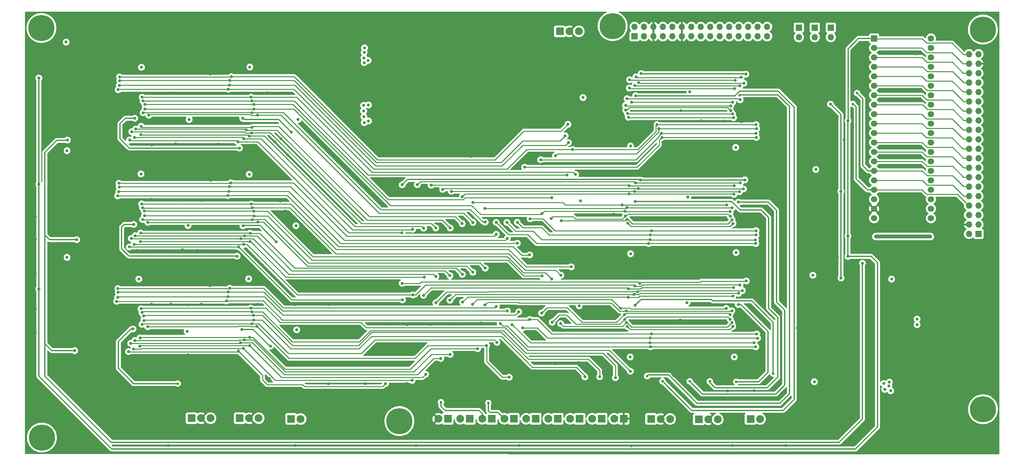
<source format=gbr>
%TF.GenerationSoftware,KiCad,Pcbnew,(6.0.11)*%
%TF.CreationDate,2023-06-01T10:52:31+02:00*%
%TF.ProjectId,Project_V11_Final,50726f6a-6563-4745-9f56-31315f46696e,V11*%
%TF.SameCoordinates,Original*%
%TF.FileFunction,Copper,L4,Bot*%
%TF.FilePolarity,Positive*%
%FSLAX46Y46*%
G04 Gerber Fmt 4.6, Leading zero omitted, Abs format (unit mm)*
G04 Created by KiCad (PCBNEW (6.0.11)) date 2023-06-01 10:52:31*
%MOMM*%
%LPD*%
G01*
G04 APERTURE LIST*
%TA.AperFunction,ComponentPad*%
%ADD10R,2.100000X2.100000*%
%TD*%
%TA.AperFunction,ComponentPad*%
%ADD11C,2.100000*%
%TD*%
%TA.AperFunction,ComponentPad*%
%ADD12R,1.700000X1.700000*%
%TD*%
%TA.AperFunction,ComponentPad*%
%ADD13O,1.700000X1.700000*%
%TD*%
%TA.AperFunction,ComponentPad*%
%ADD14C,3.900000*%
%TD*%
%TA.AperFunction,ConnectorPad*%
%ADD15C,7.000000*%
%TD*%
%TA.AperFunction,ComponentPad*%
%ADD16C,1.700000*%
%TD*%
%TA.AperFunction,ViaPad*%
%ADD17C,0.800000*%
%TD*%
%TA.AperFunction,ViaPad*%
%ADD18C,0.700000*%
%TD*%
%TA.AperFunction,Conductor*%
%ADD19C,0.250000*%
%TD*%
%TA.AperFunction,Conductor*%
%ADD20C,0.300000*%
%TD*%
%TA.AperFunction,Conductor*%
%ADD21C,1.000000*%
%TD*%
G04 APERTURE END LIST*
D10*
%TO.P,J5,1,Pin_1*%
%TO.N,/e7_out*%
X149220000Y-144750000D03*
D11*
%TO.P,J5,2,Pin_2*%
%TO.N,/e6_out*%
X146680000Y-144750000D03*
%TD*%
D12*
%TO.P,JP36,1,A*%
%TO.N,Net-(J17-Pad30)*%
X225680000Y-39730000D03*
D13*
%TO.P,JP36,2,B*%
%TO.N,/SPI_AD2_SS1*%
X225680000Y-42270000D03*
%TD*%
D10*
%TO.P,J10,1,Pin_1*%
%TO.N,GND*%
X178690000Y-144750000D03*
D11*
%TO.P,J10,2,Pin_2*%
%TO.N,/e16_out*%
X176150000Y-144750000D03*
%TD*%
D10*
%TO.P,J11,1,Pin_1*%
%TO.N,/Ch1+_B1_in*%
X186060000Y-144800000D03*
D11*
%TO.P,J11,2,Pin_2*%
%TO.N,GND*%
X188600000Y-144800000D03*
%TO.P,J11,3,Pin_3*%
%TO.N,/Ch1-_B1_in*%
X191140000Y-144800000D03*
%TD*%
D12*
%TO.P,J17,1,Pin_1*%
%TO.N,unconnected-(J17-Pad1)*%
X181635000Y-42040000D03*
D13*
%TO.P,J17,2,Pin_2*%
%TO.N,unconnected-(J17-Pad2)*%
X181635000Y-39500000D03*
%TO.P,J17,3,Pin_3*%
%TO.N,unconnected-(J17-Pad3)*%
X184175000Y-42040000D03*
%TO.P,J17,4,Pin_4*%
%TO.N,unconnected-(J17-Pad4)*%
X184175000Y-39500000D03*
%TO.P,J17,5,Pin_5*%
%TO.N,GND*%
X186715000Y-42040000D03*
%TO.P,J17,6,Pin_6*%
X186715000Y-39500000D03*
%TO.P,J17,7,Pin_7*%
%TO.N,unconnected-(J17-Pad7)*%
X189255000Y-42040000D03*
%TO.P,J17,8,Pin_8*%
%TO.N,unconnected-(J17-Pad8)*%
X189255000Y-39500000D03*
%TO.P,J17,9,Pin_9*%
%TO.N,unconnected-(J17-Pad9)*%
X191795000Y-42040000D03*
%TO.P,J17,10,Pin_10*%
%TO.N,unconnected-(J17-Pad10)*%
X191795000Y-39500000D03*
%TO.P,J17,11,Pin_11*%
%TO.N,GND*%
X194335000Y-42040000D03*
%TO.P,J17,12,Pin_12*%
X194335000Y-39500000D03*
%TO.P,J17,13,Pin_13*%
%TO.N,Net-(J17-Pad13)*%
X196875000Y-42040000D03*
%TO.P,J17,14,Pin_14*%
%TO.N,Net-(J17-Pad14)*%
X196875000Y-39500000D03*
%TO.P,J17,15,Pin_15*%
%TO.N,unconnected-(J17-Pad15)*%
X199415000Y-42040000D03*
%TO.P,J17,16,Pin_16*%
%TO.N,unconnected-(J17-Pad16)*%
X199415000Y-39500000D03*
%TO.P,J17,17,Pin_17*%
%TO.N,unconnected-(J17-Pad17)*%
X201955000Y-42040000D03*
%TO.P,J17,18,Pin_18*%
%TO.N,/SPI_AD2_SCK1*%
X201955000Y-39500000D03*
%TO.P,J17,19,Pin_19*%
%TO.N,unconnected-(J17-Pad19)*%
X204495000Y-42040000D03*
%TO.P,J17,20,Pin_20*%
%TO.N,/SPI_AD2_MOSI1*%
X204495000Y-39500000D03*
%TO.P,J17,21,Pin_21*%
%TO.N,unconnected-(J17-Pad21)*%
X207035000Y-42040000D03*
%TO.P,J17,22,Pin_22*%
%TO.N,Net-(J17-Pad22)*%
X207035000Y-39500000D03*
%TO.P,J17,23,Pin_23*%
%TO.N,unconnected-(J17-Pad23)*%
X209575000Y-42040000D03*
%TO.P,J17,24,Pin_24*%
%TO.N,unconnected-(J17-Pad24)*%
X209575000Y-39500000D03*
%TO.P,J17,25,Pin_25*%
%TO.N,unconnected-(J17-Pad25)*%
X212115000Y-42040000D03*
%TO.P,J17,26,Pin_26*%
%TO.N,unconnected-(J17-Pad26)*%
X212115000Y-39500000D03*
%TO.P,J17,27,Pin_27*%
%TO.N,unconnected-(J17-Pad27)*%
X214655000Y-42040000D03*
%TO.P,J17,28,Pin_28*%
%TO.N,Net-(J17-Pad28)*%
X214655000Y-39500000D03*
%TO.P,J17,29,Pin_29*%
%TO.N,unconnected-(J17-Pad29)*%
X217195000Y-42040000D03*
%TO.P,J17,30,Pin_30*%
%TO.N,Net-(J17-Pad30)*%
X217195000Y-39500000D03*
%TD*%
D14*
%TO.P,H4,1*%
%TO.N,N/C*%
X275056600Y-40223200D03*
D15*
X275056600Y-40223200D03*
%TD*%
D12*
%TO.P,JP34,1,A*%
%TO.N,Net-(J17-Pad22)*%
X234260000Y-39730000D03*
D13*
%TO.P,JP34,2,B*%
%TO.N,/SPI_AD2_MISO1*%
X234260000Y-42270000D03*
%TD*%
D12*
%TO.P,U20,1,PB12*%
%TO.N,/RCLK_SS2*%
X245880000Y-42620000D03*
D16*
%TO.P,U20,2,PB13*%
%TO.N,/SRCLK_SCK2*%
X245880000Y-45160000D03*
%TO.P,U20,3,PB14*%
%TO.N,/PB14*%
X245880000Y-47700000D03*
%TO.P,U20,4,PB15*%
%TO.N,/SER_MOSI2*%
X245880000Y-50240000D03*
%TO.P,U20,5,PA8*%
%TO.N,/T1*%
X245880000Y-52780000D03*
%TO.P,U20,6,PA9*%
%TO.N,/PA9*%
X245880000Y-55320000D03*
%TO.P,U20,7,PA10*%
%TO.N,/PA10*%
X245880000Y-57860000D03*
%TO.P,U20,8,PA11*%
%TO.N,/PA11*%
X245880000Y-60400000D03*
%TO.P,U20,9,PA12*%
%TO.N,/PA12*%
X245880000Y-62940000D03*
%TO.P,U20,10,PA15*%
%TO.N,/PA15*%
X245880000Y-65480000D03*
%TO.P,U20,11,PB3*%
%TO.N,/PB3*%
X245880000Y-68020000D03*
%TO.P,U20,12,PB4*%
%TO.N,/PB4*%
X245880000Y-70560000D03*
%TO.P,U20,13,PB5*%
%TO.N,/PB5*%
X245880000Y-73100000D03*
%TO.P,U20,14,PB6*%
%TO.N,/PB6*%
X245880000Y-75640000D03*
%TO.P,U20,15,PB7*%
%TO.N,/T2*%
X245880000Y-78180000D03*
%TO.P,U20,16,PB8*%
%TO.N,/ENABLE B2*%
X245880000Y-80720000D03*
%TO.P,U20,17,PB9*%
%TO.N,/ENABLE B1*%
X245880000Y-83260000D03*
%TO.P,U20,18,5V*%
%TO.N,Net-(D5-Pad1)*%
X245880000Y-85800000D03*
%TO.P,U20,19,GND*%
%TO.N,GND*%
X245880000Y-88340000D03*
%TO.P,U20,20,3V3*%
%TO.N,+3V3*%
X245880000Y-90880000D03*
%TO.P,U20,21,VBat*%
%TO.N,/VBAT*%
X261120000Y-90880000D03*
%TO.P,U20,22,PC13*%
%TO.N,/PC13*%
X261120000Y-88340000D03*
%TO.P,U20,23,PC14*%
%TO.N,/PC14*%
X261120000Y-85800000D03*
%TO.P,U20,24,PC15*%
%TO.N,/PC15*%
X261120000Y-83260000D03*
%TO.P,U20,25,RES*%
%TO.N,/RST*%
X261120000Y-80720000D03*
%TO.P,U20,26,PA0*%
%TO.N,/PA0*%
X261120000Y-78180000D03*
%TO.P,U20,27,PA1*%
%TO.N,/PA1*%
X261120000Y-75640000D03*
%TO.P,U20,28,PA2*%
%TO.N,/PA2*%
X261120000Y-73100000D03*
%TO.P,U20,29,PA3*%
%TO.N,/PA3*%
X261120000Y-70560000D03*
%TO.P,U20,30,PA4*%
%TO.N,/SPI_AD2_SS1*%
X261120000Y-68020000D03*
%TO.P,U20,31,PA5*%
%TO.N,/SPI_AD2_SCK1*%
X261120000Y-65480000D03*
%TO.P,U20,32,PA6*%
%TO.N,/SPI_AD2_MISO1*%
X261120000Y-62940000D03*
%TO.P,U20,33,PA7*%
%TO.N,/SPI_AD2_MOSI1*%
X261120000Y-60400000D03*
%TO.P,U20,34,PB0*%
%TO.N,/PB0*%
X261120000Y-57860000D03*
%TO.P,U20,35,PB1*%
%TO.N,/PB1*%
X261120000Y-55320000D03*
%TO.P,U20,36,PB2*%
%TO.N,/PB2*%
X261120000Y-52780000D03*
%TO.P,U20,37,PB10*%
%TO.N,/PB10*%
X261120000Y-50240000D03*
%TO.P,U20,38,3V3*%
%TO.N,/3.3VOLTS*%
X261120000Y-47700000D03*
%TO.P,U20,39,GND*%
%TO.N,GND*%
X261120000Y-45160000D03*
%TO.P,U20,40,5V*%
%TO.N,/5VOLTS*%
X261120000Y-42620000D03*
%TD*%
D10*
%TO.P,J16,1,Pin_1*%
%TO.N,/Stim-_B2_in*%
X89510000Y-144800000D03*
D11*
%TO.P,J16,2,Pin_2*%
%TO.N,/Stim+_B2_in*%
X92050000Y-144800000D03*
%TD*%
D10*
%TO.P,J12,1,Pin_1*%
%TO.N,/Ch2+_B1_in*%
X198860000Y-144900000D03*
D11*
%TO.P,J12,2,Pin_2*%
%TO.N,GND*%
X201400000Y-144900000D03*
%TO.P,J12,3,Pin_3*%
%TO.N,/Ch2-_B1_in*%
X203940000Y-144900000D03*
%TD*%
D10*
%TO.P,J13,1,Pin_1*%
%TO.N,/Stim-_B1_in*%
X212730000Y-144800000D03*
D11*
%TO.P,J13,2,Pin_2*%
%TO.N,/Stim+_B1_in*%
X215270000Y-144800000D03*
%TD*%
D15*
%TO.P,H3,1*%
%TO.N,N/C*%
X175742600Y-39308800D03*
D14*
X175742600Y-39308800D03*
%TD*%
D10*
%TO.P,J4,1,Pin_1*%
%TO.N,/e5_out*%
X143320000Y-144750000D03*
D11*
%TO.P,J4,2,Pin_2*%
%TO.N,/e4_out*%
X140780000Y-144750000D03*
%TD*%
D10*
%TO.P,J1,1,Pin_1*%
%TO.N,+12V*%
X161600000Y-40700000D03*
D11*
%TO.P,J1,2,Pin_2*%
%TO.N,GND*%
X164140000Y-40700000D03*
%TO.P,J1,3,Pin_3*%
%TO.N,-12V*%
X166680000Y-40700000D03*
%TD*%
D10*
%TO.P,J8,1,Pin_1*%
%TO.N,/e13_out*%
X166890000Y-144750000D03*
D11*
%TO.P,J8,2,Pin_2*%
%TO.N,/e12_out*%
X164350000Y-144750000D03*
%TD*%
D10*
%TO.P,J2,1,Pin_1*%
%TO.N,/e1_out*%
X131520000Y-144750000D03*
D11*
%TO.P,J2,2,Pin_2*%
%TO.N,GND*%
X128980000Y-144750000D03*
%TD*%
D14*
%TO.P,H6,1*%
%TO.N,N/C*%
X22529800Y-39816800D03*
D15*
X22529800Y-39816800D03*
%TD*%
D12*
%TO.P,J18,1,Pin_1*%
%TO.N,/VBAT*%
X273850000Y-95100000D03*
D13*
%TO.P,J18,2,Pin_2*%
%TO.N,+3V3*%
X271310000Y-95100000D03*
%TO.P,J18,3,Pin_3*%
%TO.N,/PC13*%
X273850000Y-92560000D03*
%TO.P,J18,4,Pin_4*%
%TO.N,GND*%
X271310000Y-92560000D03*
%TO.P,J18,5,Pin_5*%
%TO.N,/PC14*%
X273850000Y-90020000D03*
%TO.P,J18,6,Pin_6*%
%TO.N,+5V*%
X271310000Y-90020000D03*
%TO.P,J18,7,Pin_7*%
%TO.N,/PC15*%
X273850000Y-87480000D03*
%TO.P,J18,8,Pin_8*%
%TO.N,/ENABLE B1*%
X271310000Y-87480000D03*
%TO.P,J18,9,Pin_9*%
%TO.N,/RST*%
X273850000Y-84940000D03*
%TO.P,J18,10,Pin_10*%
%TO.N,/ENABLE B2*%
X271310000Y-84940000D03*
%TO.P,J18,11,Pin_11*%
%TO.N,/PA0*%
X273850000Y-82400000D03*
%TO.P,J18,12,Pin_12*%
%TO.N,/T2*%
X271310000Y-82400000D03*
%TO.P,J18,13,Pin_13*%
%TO.N,/PA1*%
X273850000Y-79860000D03*
%TO.P,J18,14,Pin_14*%
%TO.N,/PB6*%
X271310000Y-79860000D03*
%TO.P,J18,15,Pin_15*%
%TO.N,/PA2*%
X273850000Y-77320000D03*
%TO.P,J18,16,Pin_16*%
%TO.N,/PB5*%
X271310000Y-77320000D03*
%TO.P,J18,17,Pin_17*%
%TO.N,/PA3*%
X273850000Y-74780000D03*
%TO.P,J18,18,Pin_18*%
%TO.N,/PB4*%
X271310000Y-74780000D03*
%TO.P,J18,19,Pin_19*%
%TO.N,/SPI_AD2_SS1*%
X273850000Y-72240000D03*
%TO.P,J18,20,Pin_20*%
%TO.N,/PB3*%
X271310000Y-72240000D03*
%TO.P,J18,21,Pin_21*%
%TO.N,/SPI_AD2_SCK1*%
X273850000Y-69700000D03*
%TO.P,J18,22,Pin_22*%
%TO.N,/PA15*%
X271310000Y-69700000D03*
%TO.P,J18,23,Pin_23*%
%TO.N,/SPI_AD2_MISO1*%
X273850000Y-67160000D03*
%TO.P,J18,24,Pin_24*%
%TO.N,/PA12*%
X271310000Y-67160000D03*
%TO.P,J18,25,Pin_25*%
%TO.N,/SPI_AD2_MOSI1*%
X273850000Y-64620000D03*
%TO.P,J18,26,Pin_26*%
%TO.N,/PA11*%
X271310000Y-64620000D03*
%TO.P,J18,27,Pin_27*%
%TO.N,/PB0*%
X273850000Y-62080000D03*
%TO.P,J18,28,Pin_28*%
%TO.N,/PA10*%
X271310000Y-62080000D03*
%TO.P,J18,29,Pin_29*%
%TO.N,/PB1*%
X273850000Y-59540000D03*
%TO.P,J18,30,Pin_30*%
%TO.N,/PA9*%
X271310000Y-59540000D03*
%TO.P,J18,31,Pin_31*%
%TO.N,/PB2*%
X273850000Y-57000000D03*
%TO.P,J18,32,Pin_32*%
%TO.N,/T1*%
X271310000Y-57000000D03*
%TO.P,J18,33,Pin_33*%
%TO.N,/PB10*%
X273850000Y-54460000D03*
%TO.P,J18,34,Pin_34*%
%TO.N,/SER_MOSI2*%
X271310000Y-54460000D03*
%TO.P,J18,35,Pin_35*%
%TO.N,/3.3VOLTS*%
X273850000Y-51920000D03*
%TO.P,J18,36,Pin_36*%
%TO.N,/PB14*%
X271310000Y-51920000D03*
%TO.P,J18,37,Pin_37*%
%TO.N,GND*%
X273850000Y-49380000D03*
%TO.P,J18,38,Pin_38*%
%TO.N,/SRCLK_SCK2*%
X271310000Y-49380000D03*
%TO.P,J18,39,Pin_39*%
%TO.N,/5VOLTS*%
X273850000Y-46840000D03*
%TO.P,J18,40,Pin_40*%
%TO.N,/RCLK_SS2*%
X271310000Y-46840000D03*
%TD*%
D14*
%TO.P,H5,1*%
%TO.N,N/C*%
X118541800Y-145379200D03*
D15*
X118541800Y-145379200D03*
%TD*%
D10*
%TO.P,J6,1,Pin_1*%
%TO.N,/e9_out*%
X155090000Y-144750000D03*
D11*
%TO.P,J6,2,Pin_2*%
%TO.N,/e8_out*%
X152550000Y-144750000D03*
%TD*%
D14*
%TO.P,H1,1*%
%TO.N,N/C*%
X22656800Y-149798800D03*
D15*
X22656800Y-149798800D03*
%TD*%
D10*
%TO.P,J7,1,Pin_1*%
%TO.N,/e11_out*%
X161020000Y-144750000D03*
D11*
%TO.P,J7,2,Pin_2*%
%TO.N,/e10_out*%
X158480000Y-144750000D03*
%TD*%
D10*
%TO.P,J3,1,Pin_1*%
%TO.N,/e3_out*%
X137420000Y-144750000D03*
D11*
%TO.P,J3,2,Pin_2*%
%TO.N,/e2_out*%
X134880000Y-144750000D03*
%TD*%
D15*
%TO.P,H2,1*%
%TO.N,N/C*%
X275082000Y-142204200D03*
D14*
X275082000Y-142204200D03*
%TD*%
D10*
%TO.P,J15,1,Pin_1*%
%TO.N,/Ch2+_B2_in*%
X75720000Y-144600000D03*
D11*
%TO.P,J15,2,Pin_2*%
%TO.N,GND*%
X78260000Y-144600000D03*
%TO.P,J15,3,Pin_3*%
%TO.N,/Ch2-_B2_in*%
X80800000Y-144600000D03*
%TD*%
D10*
%TO.P,J9,1,Pin_1*%
%TO.N,/e15_out*%
X172790000Y-144750000D03*
D11*
%TO.P,J9,2,Pin_2*%
%TO.N,/e14_out*%
X170250000Y-144750000D03*
%TD*%
D10*
%TO.P,J14,1,Pin_1*%
%TO.N,/Ch1+_B2_in*%
X62800000Y-144600000D03*
D11*
%TO.P,J14,2,Pin_2*%
%TO.N,GND*%
X65340000Y-144600000D03*
%TO.P,J14,3,Pin_3*%
%TO.N,/Ch1-_B2_in*%
X67880000Y-144600000D03*
%TD*%
D12*
%TO.P,JP35,1,A*%
%TO.N,Net-(J17-Pad28)*%
X229970000Y-39730000D03*
D13*
%TO.P,JP35,2,B*%
%TO.N,/SPI_AD2_SS1*%
X229970000Y-42270000D03*
%TD*%
D17*
%TO.N,/e16*%
X179661628Y-119933468D03*
X78688000Y-115056000D03*
X180500000Y-132000000D03*
X78751000Y-58395000D03*
X165795000Y-79145000D03*
X164640000Y-103950000D03*
X78804501Y-87117250D03*
X208025500Y-92315400D03*
X208200540Y-63885835D03*
X49541000Y-58395000D03*
X49267144Y-115202046D03*
X179953346Y-63775979D03*
X49418000Y-87050150D03*
X207982628Y-119933468D03*
X179861520Y-92226500D03*
%TO.N,/e15*%
X179607520Y-91210500D03*
X176500000Y-133700000D03*
X161850000Y-106230000D03*
X79058501Y-88133250D03*
X161920000Y-91590000D03*
X161800000Y-119200000D03*
X49795000Y-59411000D03*
X49672000Y-88066150D03*
X163480000Y-79274500D03*
X49521144Y-116218046D03*
X207901719Y-62887282D03*
X79005000Y-59411000D03*
X179407628Y-118917468D03*
X78942000Y-116072000D03*
X207771500Y-91299400D03*
X207728628Y-118917468D03*
X179699346Y-62759979D03*
%TO.N,/e14*%
X50118991Y-88960133D03*
X79388991Y-116965983D03*
X179252355Y-61865996D03*
X207324509Y-90405417D03*
X179160529Y-90316517D03*
X159420000Y-85420000D03*
X79451991Y-60304983D03*
X79505492Y-89027233D03*
X159280000Y-90990000D03*
X50241991Y-60304983D03*
X172250000Y-133450000D03*
X207391123Y-62028040D03*
X49968135Y-117112029D03*
X207281637Y-118023485D03*
X159410000Y-107230000D03*
X159510000Y-118830000D03*
X178960637Y-118023485D03*
%TO.N,/e13*%
X178899628Y-116758468D03*
X156680000Y-116360000D03*
X79513000Y-61570000D03*
X207438540Y-60710835D03*
X179191346Y-60600979D03*
X50029144Y-118377046D03*
X207220628Y-116758468D03*
X207263500Y-89140400D03*
X79566501Y-90292250D03*
X50180000Y-90225150D03*
X79450000Y-118231000D03*
X179099520Y-89051500D03*
X50303000Y-61570000D03*
X168300000Y-133500000D03*
X156830000Y-89620000D03*
X156760000Y-106350000D03*
%TO.N,/e12*%
X42687499Y-113205650D03*
X72527500Y-84793650D03*
X187650000Y-65750000D03*
X42977500Y-84893650D03*
X214400000Y-122000000D03*
X72237499Y-113105650D03*
X186138044Y-94242055D03*
X43114499Y-56363650D03*
X72664499Y-56263650D03*
X153490000Y-100750000D03*
X214200000Y-94250000D03*
X153600000Y-91020000D03*
X153490000Y-118080000D03*
X214213080Y-65750000D03*
X186148626Y-121967742D03*
X165020000Y-72450000D03*
%TO.N,/e11*%
X151640000Y-120320000D03*
X72827500Y-83693650D03*
X188100000Y-66850000D03*
X42987499Y-112105650D03*
X214184949Y-95388105D03*
X150160000Y-91990000D03*
X185848626Y-123067742D03*
X214379875Y-66850000D03*
X43277500Y-83793650D03*
X185838044Y-95342055D03*
X150550000Y-116030000D03*
X160400000Y-74130000D03*
X72537499Y-112005650D03*
X163880000Y-70590000D03*
X214600000Y-123113792D03*
X43414499Y-55263650D03*
X72964499Y-55163650D03*
X150180000Y-97600000D03*
%TO.N,/e10*%
X214051945Y-96692055D03*
X156450000Y-75200000D03*
X43120503Y-110801700D03*
X43410504Y-82489700D03*
X147390000Y-92010000D03*
X163010000Y-68760000D03*
X43547503Y-53959700D03*
X148760000Y-119470000D03*
X72960504Y-82389700D03*
X214154771Y-68153950D03*
X72670503Y-110701700D03*
X185705040Y-96646005D03*
X188796050Y-68153950D03*
X147510000Y-115800000D03*
X73097503Y-53859700D03*
X185715622Y-124371692D03*
X147490000Y-96290000D03*
X213671692Y-124371692D03*
%TO.N,/e9*%
X188946050Y-69196050D03*
X43327500Y-81493650D03*
X43037499Y-109805650D03*
X163750000Y-65680000D03*
X144540000Y-114570000D03*
X185395989Y-97700000D03*
X185900000Y-125400000D03*
X144510000Y-95200000D03*
X214145531Y-125413792D03*
X144510000Y-92020000D03*
X73327500Y-81393650D03*
X43464499Y-52963650D03*
X145610000Y-119130000D03*
X214283825Y-69196050D03*
X152140000Y-77200000D03*
X214134949Y-97688105D03*
X73037499Y-109705650D03*
X73464499Y-52863650D03*
%TO.N,GND*%
X167940000Y-67590000D03*
X123400000Y-73600000D03*
X267140000Y-101330000D03*
X64900000Y-137500000D03*
X153700000Y-133800000D03*
X214200000Y-139500000D03*
X129540000Y-47740000D03*
X50870000Y-99780000D03*
X70898000Y-133958810D03*
X90340000Y-107970000D03*
X80890000Y-42330000D03*
X34020000Y-98230000D03*
X270230000Y-133230000D03*
X234880000Y-66440000D03*
X125502200Y-47556200D03*
X101400000Y-58110000D03*
X219820000Y-60180000D03*
X112190000Y-68290000D03*
X99950000Y-51940000D03*
X134320000Y-48230000D03*
X225540000Y-56680000D03*
X194700000Y-138400000D03*
X125190000Y-57960000D03*
X158900000Y-137700000D03*
X215120000Y-108510000D03*
X107660000Y-122170000D03*
X183180000Y-36280000D03*
X61850000Y-127534046D03*
X261520000Y-141090000D03*
X54770000Y-99610000D03*
X183300000Y-138300000D03*
X233970000Y-148040000D03*
X129797300Y-62007700D03*
X253300000Y-116700000D03*
X136950000Y-106700000D03*
X139740000Y-106370000D03*
X121347400Y-59787700D03*
X180750000Y-152000000D03*
X65620000Y-86130000D03*
X272460000Y-117150000D03*
X213100000Y-133800000D03*
X25220000Y-101000000D03*
X106510000Y-42250000D03*
X31910000Y-87110000D03*
X42070000Y-61400000D03*
X108130000Y-141030000D03*
X237180000Y-39180000D03*
X256520000Y-84940000D03*
X207820000Y-151930000D03*
X235140000Y-113570000D03*
X258300000Y-37270000D03*
X170000000Y-133800000D03*
X143100000Y-94100000D03*
X24850000Y-63290000D03*
X150710000Y-151920000D03*
X175600000Y-48700000D03*
X50200000Y-108450000D03*
X68530000Y-73780000D03*
X20920000Y-90470000D03*
X171100000Y-128700000D03*
X187700000Y-134800000D03*
X70900000Y-137500000D03*
X213700000Y-137200000D03*
X179000000Y-138200000D03*
X38690000Y-97670000D03*
X146500000Y-134900000D03*
X124200000Y-68690000D03*
X210250000Y-93250000D03*
X99500000Y-135300000D03*
X18840000Y-137620000D03*
X186715000Y-37085000D03*
X105810000Y-149400000D03*
X115130000Y-124820000D03*
X154900000Y-137600000D03*
X194350000Y-37100000D03*
X256490000Y-74520000D03*
X39650500Y-72844096D03*
X99490000Y-120760000D03*
X64420000Y-134760000D03*
X233850000Y-105630000D03*
X201640000Y-118750000D03*
X26260000Y-105890000D03*
X106310000Y-79240000D03*
X26200000Y-75330000D03*
X135550000Y-53080000D03*
X209650000Y-120310000D03*
X261320000Y-126770000D03*
X234170000Y-77960000D03*
X77798000Y-133958810D03*
X157800000Y-134000000D03*
X52550000Y-57470000D03*
X166800000Y-137700000D03*
X38130000Y-90070000D03*
X173600000Y-99930000D03*
X267710000Y-115200000D03*
X201400000Y-90750000D03*
X134100000Y-94200000D03*
X232680000Y-61420000D03*
X225680000Y-80900000D03*
X113660000Y-80840000D03*
X138000000Y-138300000D03*
X65098000Y-134008810D03*
X82200000Y-86100000D03*
X257710000Y-130730000D03*
X124750000Y-138250000D03*
X52050000Y-114030000D03*
X77810000Y-57310000D03*
X219920000Y-55030000D03*
X140180000Y-68870000D03*
X146600000Y-129900000D03*
X67873250Y-80719150D03*
X120311850Y-52666200D03*
X267800000Y-117080000D03*
X258830000Y-99410000D03*
X90580000Y-151970000D03*
X155710000Y-48540000D03*
X87990000Y-88930000D03*
X172680000Y-65250000D03*
X148800000Y-127300000D03*
X111920000Y-85380000D03*
X274420000Y-132100000D03*
X119747300Y-54707700D03*
X243080000Y-43910000D03*
X52140000Y-42120000D03*
X226600000Y-75190000D03*
X99430000Y-114060000D03*
X127200000Y-84100000D03*
X80100000Y-108500000D03*
X102040000Y-75500000D03*
X100610000Y-149440000D03*
X120700000Y-126900000D03*
X188900000Y-127200000D03*
X245090000Y-140590000D03*
X71550000Y-45860000D03*
X248130000Y-132040000D03*
X160600000Y-102200000D03*
X160300000Y-132400000D03*
X182100000Y-134100000D03*
X20860000Y-96520000D03*
X132500000Y-133600000D03*
X127400000Y-52320000D03*
X257470000Y-59280000D03*
X35330000Y-114510000D03*
X217150000Y-61560000D03*
X178200000Y-133900000D03*
X25620000Y-88040000D03*
X142100000Y-131700000D03*
X132100000Y-130200000D03*
X201310000Y-44730000D03*
X67712783Y-109031150D03*
X141160000Y-54410000D03*
X26590000Y-145110000D03*
X67779845Y-52189150D03*
X69250000Y-99770000D03*
X259560000Y-113880000D03*
X116600000Y-113940000D03*
X159750000Y-76220000D03*
X18840000Y-59940000D03*
X201750000Y-99350000D03*
X120500000Y-135250000D03*
X126420000Y-144550000D03*
X124800000Y-134900000D03*
X222000000Y-90800000D03*
X31070000Y-103730000D03*
X205800000Y-100400000D03*
X25900000Y-109230000D03*
X200600000Y-134100000D03*
X123580000Y-113610000D03*
X156760000Y-76360000D03*
X129000000Y-73500000D03*
X174400000Y-131300000D03*
X198250000Y-91000000D03*
X241470000Y-148790000D03*
X29120000Y-52020000D03*
X228744626Y-126638311D03*
X178810000Y-44730000D03*
X244860000Y-128230000D03*
X130150000Y-53770000D03*
X183900000Y-130300000D03*
X20870000Y-115210000D03*
X194050000Y-62050000D03*
X138520000Y-127410000D03*
X140950000Y-48300000D03*
X86590000Y-86300000D03*
X190170000Y-105500000D03*
X226600000Y-122500000D03*
X194990000Y-143580000D03*
X261100000Y-137090000D03*
X176370000Y-71220000D03*
X230060000Y-98340000D03*
X35510000Y-119700000D03*
X234790000Y-123650000D03*
X226100000Y-85530000D03*
X87070000Y-79750000D03*
X143140000Y-106210000D03*
X146500000Y-137800000D03*
X122190000Y-55330000D03*
X111370000Y-130230000D03*
X98610000Y-138240000D03*
X169400000Y-131800000D03*
X270110000Y-113840000D03*
X43300000Y-70900000D03*
X221250000Y-80100000D03*
X35110000Y-91950000D03*
X242590000Y-98610000D03*
X32110000Y-138410000D03*
X136600000Y-93800000D03*
X216710000Y-54940000D03*
X207600000Y-139200000D03*
X80400000Y-73580000D03*
X57190000Y-114030000D03*
X150900000Y-129400000D03*
X115430000Y-54610000D03*
X250580000Y-151770000D03*
X166500000Y-129700000D03*
X126500000Y-94500000D03*
X134100000Y-84800000D03*
X101210000Y-110030000D03*
X52140000Y-71220000D03*
X214640000Y-116370000D03*
X258670000Y-109220000D03*
X273610000Y-114280000D03*
X48150000Y-99500000D03*
X108870000Y-55090000D03*
X178650000Y-69650000D03*
X234340000Y-88390000D03*
X201500000Y-136700000D03*
X104020000Y-113830000D03*
X124640000Y-124760000D03*
X229200000Y-70040000D03*
X172160000Y-44500000D03*
X111610000Y-109030000D03*
X47350000Y-57300000D03*
X29900000Y-66000000D03*
X181900000Y-143900000D03*
X146160000Y-124250000D03*
X135047300Y-64757700D03*
X215700000Y-117600000D03*
X221550000Y-41370000D03*
X133670000Y-119300000D03*
X123050000Y-151920000D03*
X20770000Y-131270000D03*
X257200000Y-71830000D03*
X54770000Y-140380000D03*
X148780000Y-105940000D03*
X205910000Y-79490000D03*
X56560000Y-151970000D03*
X140520000Y-118980000D03*
X140800000Y-127600000D03*
X22360000Y-46170000D03*
X86790000Y-69570000D03*
X35210000Y-86760000D03*
X27079139Y-80786985D03*
X185280000Y-78800000D03*
X67210000Y-103600000D03*
X86110000Y-51440000D03*
X142000000Y-138300000D03*
X173900000Y-133800000D03*
X133730000Y-107040000D03*
X261760000Y-113880000D03*
X187900000Y-138400000D03*
X162900000Y-137600000D03*
X79950000Y-51650000D03*
X41670000Y-126820000D03*
X39350000Y-101400000D03*
X83648000Y-134008810D03*
X25760000Y-94100000D03*
X64330000Y-99490000D03*
X140220000Y-41460000D03*
X176050000Y-89800000D03*
X85170000Y-70390000D03*
X120610000Y-119480000D03*
X39700000Y-43600000D03*
X249540000Y-129630000D03*
X157580000Y-36800000D03*
X69890000Y-71010000D03*
X24330000Y-67960000D03*
X237780000Y-130100000D03*
X119190000Y-130350000D03*
X90490000Y-114120000D03*
X60330000Y-99385250D03*
X160300000Y-130000000D03*
X192100000Y-133100000D03*
X20910000Y-121610000D03*
X205560000Y-64810000D03*
X207770000Y-149770000D03*
X148940000Y-115190000D03*
X73170000Y-99770000D03*
X156800000Y-132100000D03*
X142360000Y-49740000D03*
X39340000Y-102910000D03*
X141200000Y-133900000D03*
X129200000Y-138300000D03*
X210300000Y-64950000D03*
X191260000Y-76500000D03*
X156200000Y-122500000D03*
X161800000Y-133600000D03*
X36540000Y-134760000D03*
X126820000Y-119390000D03*
X204900000Y-91150000D03*
X66050000Y-43780000D03*
X193500000Y-137400000D03*
X96600000Y-55370000D03*
X42070000Y-69180000D03*
X199500000Y-64710000D03*
X126790000Y-49270000D03*
X126660000Y-112280000D03*
X255540000Y-106470000D03*
X129900000Y-69900000D03*
X133150000Y-69360000D03*
X137900000Y-69600000D03*
X130160000Y-106790000D03*
X18520000Y-102620000D03*
X47150000Y-114650000D03*
X96200000Y-137500000D03*
X198220000Y-79470000D03*
X226050000Y-65200000D03*
X20870000Y-105820000D03*
X231350000Y-44730011D03*
X215000000Y-79870000D03*
X52050000Y-85780000D03*
X226200000Y-108300000D03*
X150500000Y-131700000D03*
X153970000Y-40790000D03*
X110630000Y-53920000D03*
X88590000Y-110440000D03*
X236070000Y-101330000D03*
X18660000Y-112660000D03*
X237840000Y-69830000D03*
X143390000Y-125360000D03*
X194000000Y-134000000D03*
X38500000Y-85050000D03*
X121000000Y-41490000D03*
X170060000Y-36570000D03*
X111250000Y-113940000D03*
X143430000Y-41460000D03*
X227370000Y-139880000D03*
X168200000Y-116200000D03*
X248190000Y-46370000D03*
X184450000Y-106730000D03*
X122720000Y-52160000D03*
X25060000Y-54260000D03*
X129400000Y-135300000D03*
X58490000Y-70870000D03*
X206430000Y-77460000D03*
X226320000Y-62400000D03*
X150800000Y-137700000D03*
X61800000Y-114170000D03*
X226000000Y-143100000D03*
X269270000Y-39580000D03*
X50140000Y-146390000D03*
X149700000Y-133600000D03*
X28690000Y-112180000D03*
X225570000Y-93450000D03*
X114300000Y-72900000D03*
X262250000Y-123680000D03*
X18580000Y-74620000D03*
X123700000Y-84000000D03*
X175840000Y-106080000D03*
X47100000Y-86000000D03*
X115482500Y-57117500D03*
X79300000Y-71210000D03*
X200930000Y-35990000D03*
X201100000Y-139100000D03*
X130430000Y-119210000D03*
X116190000Y-82450000D03*
X27280000Y-132200000D03*
X38310000Y-117770000D03*
X118730000Y-71500000D03*
X269610000Y-118030000D03*
X107780000Y-107950000D03*
X99460000Y-100130000D03*
X207610000Y-143500000D03*
X130100000Y-94300000D03*
X222180000Y-151970000D03*
X103310000Y-55160000D03*
X80500000Y-114040000D03*
X249260000Y-121000000D03*
X83090000Y-57200000D03*
X109400000Y-135300000D03*
X163700000Y-106500000D03*
X32010000Y-150330000D03*
X257220000Y-46760000D03*
X38350000Y-113350000D03*
X226000000Y-117400000D03*
X244720000Y-121630000D03*
X174800000Y-138000000D03*
X88570000Y-73890000D03*
X251450500Y-56390000D03*
X178400000Y-99150000D03*
X190680000Y-36090000D03*
X175470000Y-78870000D03*
X176350000Y-102540000D03*
X226250000Y-111700000D03*
X58250000Y-146440000D03*
X163200000Y-99300000D03*
X231590000Y-114680000D03*
X249750000Y-122630000D03*
X206600000Y-137300500D03*
X35790000Y-108310000D03*
X241320000Y-139580000D03*
X83600000Y-138000000D03*
X90700000Y-137500000D03*
X24690000Y-59450000D03*
X153300000Y-132200000D03*
X221100000Y-137800000D03*
X28060000Y-118180000D03*
X35460000Y-57280000D03*
X278100000Y-44670000D03*
X100560000Y-143260000D03*
X218100000Y-133700000D03*
X198290000Y-107079500D03*
X76450000Y-85950000D03*
X154900000Y-115800000D03*
X176325000Y-116875000D03*
X212930000Y-107390000D03*
X170800000Y-137700000D03*
X25770000Y-122260000D03*
X157900000Y-100100000D03*
X185840000Y-66180000D03*
X251450500Y-87190000D03*
X274320000Y-122630000D03*
X50900000Y-51950000D03*
X237130000Y-43730000D03*
X21370000Y-140580000D03*
X86700000Y-112410000D03*
X62050000Y-103450000D03*
X60630000Y-73580000D03*
X135200000Y-128000000D03*
X81830000Y-103600000D03*
X100190000Y-130230000D03*
X204880000Y-118730000D03*
X152300000Y-98500000D03*
X188800000Y-130300000D03*
X137000000Y-134300000D03*
X77590000Y-99380000D03*
X30670000Y-75630000D03*
X222100000Y-61850000D03*
X124670000Y-41910000D03*
X116214900Y-50243500D03*
X152770000Y-36520000D03*
X251170000Y-76790000D03*
X102840000Y-121700000D03*
X130650000Y-113860000D03*
X58520000Y-57300000D03*
X221350000Y-103400000D03*
X31810000Y-57280000D03*
X27850000Y-114250000D03*
X31080000Y-112120000D03*
X133800000Y-138400000D03*
X123310000Y-109610000D03*
X206950000Y-126600000D03*
X170950000Y-60900000D03*
X162100000Y-121000000D03*
X131670000Y-58720000D03*
X193900000Y-90750000D03*
X43840000Y-43990000D03*
X130700000Y-84700000D03*
X120890000Y-124700000D03*
X225280000Y-120390000D03*
X193850000Y-118250000D03*
X188690000Y-136195000D03*
X32770000Y-124590000D03*
X65430000Y-114040000D03*
X20780000Y-67440000D03*
X123670000Y-119350000D03*
X130760000Y-41950000D03*
X145820000Y-105880000D03*
X241100000Y-107320000D03*
X116180000Y-109030000D03*
X272470000Y-110660000D03*
X269950000Y-110480000D03*
X87720000Y-57280000D03*
X267800000Y-110690000D03*
X206700000Y-134700000D03*
X199800000Y-128000000D03*
X38600000Y-56350000D03*
X77500000Y-137800000D03*
X60620000Y-86100000D03*
X72540000Y-103500000D03*
X120800000Y-83900000D03*
X169690000Y-48700000D03*
X31250000Y-117190000D03*
X120250000Y-138000000D03*
X257000000Y-92270000D03*
X54180000Y-133680000D03*
X127300000Y-132000000D03*
X140000000Y-93600000D03*
X114700000Y-119360000D03*
X165900000Y-133800000D03*
X120570000Y-110150000D03*
X33130000Y-95410000D03*
X137760000Y-74310000D03*
%TO.N,/e1*%
X183227020Y-80669500D03*
X119210000Y-94800000D03*
X114800000Y-135300000D03*
X119290000Y-81920000D03*
X183027128Y-108439968D03*
X211600000Y-107740000D03*
X45901644Y-126695546D03*
X183410000Y-52050000D03*
X46119600Y-98610750D03*
X119360000Y-112800000D03*
X75240000Y-70370000D03*
X75322500Y-126549500D03*
X119290000Y-108390000D03*
X211468979Y-52218979D03*
X211205600Y-80600000D03*
X46175500Y-69888500D03*
X75439001Y-98610750D03*
%TO.N,/e2*%
X209900000Y-108869500D03*
X181893520Y-81394000D03*
X122140000Y-111500000D03*
X181985346Y-52943479D03*
X76820000Y-69580000D03*
X123350000Y-81870000D03*
X47235144Y-126034546D03*
X121961500Y-134438500D03*
X181693628Y-109100968D03*
X209968600Y-81394000D03*
X76772501Y-97949750D03*
X47509000Y-69227500D03*
X76656000Y-125888500D03*
X210187719Y-53070782D03*
X122110000Y-93854500D03*
X47386000Y-97882650D03*
%TO.N,/e3*%
X208581540Y-53852835D03*
X78359500Y-125126500D03*
X125180000Y-106710000D03*
X179990128Y-109862968D03*
X48938644Y-125272546D03*
X180190020Y-82156000D03*
X127050000Y-82030000D03*
X78330000Y-68835500D03*
X49212500Y-68465500D03*
X49089500Y-97120650D03*
X180281846Y-53705479D03*
X125600000Y-132800000D03*
X208210000Y-109484500D03*
X125040000Y-93560000D03*
X208391000Y-82207900D03*
X78476001Y-97187750D03*
X125010000Y-111610000D03*
%TO.N,/e4*%
X46758000Y-67675500D03*
X75905000Y-124336500D03*
X210808500Y-83034900D03*
X76021501Y-96397750D03*
X128330000Y-106560000D03*
X46484144Y-124482546D03*
X46635000Y-96330650D03*
X182444628Y-110652968D03*
X210938719Y-54622782D03*
X128330000Y-113600000D03*
X182736346Y-54495479D03*
X129650000Y-128550000D03*
X182644520Y-82946000D03*
X210530000Y-110319000D03*
X128310000Y-93510000D03*
X78876203Y-67998442D03*
X130160000Y-83160000D03*
%TO.N,/e5*%
X47687000Y-95596650D03*
X76957000Y-123602500D03*
X132090000Y-106310000D03*
X132150000Y-127450000D03*
X209756500Y-83768900D03*
X209886719Y-55356782D03*
X47536144Y-123748546D03*
X181684346Y-55229479D03*
X77073501Y-95663750D03*
X77470000Y-67195500D03*
X181592520Y-83680000D03*
X132090000Y-112910000D03*
X132460000Y-83670500D03*
X132150000Y-93500000D03*
X181392628Y-111386968D03*
X209520000Y-111064500D03*
X47810000Y-66941500D03*
%TO.N,/e6*%
X135400000Y-85150000D03*
X180223690Y-55953979D03*
X135450000Y-105970000D03*
X208426063Y-56081282D03*
X78534157Y-94939250D03*
X135480000Y-113400000D03*
X180131864Y-84404500D03*
X135410000Y-92360000D03*
X208295844Y-84493400D03*
X78417656Y-122878000D03*
X49147656Y-94872150D03*
X207980000Y-111784500D03*
X78990000Y-66525500D03*
X49270656Y-66217000D03*
X48996800Y-123024046D03*
X179931972Y-112111468D03*
X139540000Y-125930000D03*
%TO.N,/e7*%
X79005000Y-62586000D03*
X144710000Y-124230000D03*
X179407628Y-115742468D03*
X179607520Y-88035500D03*
X49672000Y-91241150D03*
X141500000Y-114200000D03*
X141550000Y-91930000D03*
X79058501Y-91308250D03*
X141560000Y-104300000D03*
X49521144Y-119393046D03*
X180794835Y-59694835D03*
X49795000Y-62586000D03*
X78942000Y-119247000D03*
X207728628Y-115742468D03*
X207771500Y-88124400D03*
X207946540Y-59694835D03*
X141450000Y-88220000D03*
%TO.N,/e8*%
X51319000Y-63221000D03*
X80529000Y-63221000D03*
X138290000Y-86644500D03*
X138130000Y-114010000D03*
X178281000Y-87337000D03*
X138290000Y-92030000D03*
X138230000Y-105400000D03*
X51069000Y-92003150D03*
X148000000Y-133600000D03*
X209943219Y-59086781D03*
X51045144Y-120028046D03*
X206204628Y-115107468D03*
X80582501Y-91943250D03*
X141900000Y-125050000D03*
X80369499Y-119965650D03*
X179594165Y-58805835D03*
X206348000Y-87337000D03*
X177883628Y-115107468D03*
D18*
%TO.N,/Ch1+_B1*%
X209795852Y-57884812D03*
X185000000Y-133300000D03*
D17*
%TO.N,/Ch1+_B2*%
X47066002Y-120629502D03*
D18*
X59100000Y-135300000D03*
%TO.N,/Ch1-_B1*%
X189100000Y-134700000D03*
D17*
X181900000Y-58000000D03*
%TO.N,/Ch1-_B2*%
X83950000Y-125250000D03*
X76300000Y-120800000D03*
%TO.N,/Ch2+_B1*%
X209450000Y-86586000D03*
D18*
X196400000Y-134700000D03*
D17*
%TO.N,/Ch2+_B2*%
X75000000Y-101100000D03*
X47307172Y-92563025D03*
%TO.N,/Ch2-_B1*%
X181800000Y-86400000D03*
D18*
X201800000Y-134700000D03*
D17*
%TO.N,+12V*%
X250570000Y-107240000D03*
%TO.N,/Ch2-_B2*%
X85500000Y-97200000D03*
X76587500Y-92937500D03*
%TO.N,/Stim+_B1*%
X181800000Y-114292968D03*
D18*
X218800000Y-132600000D03*
D17*
%TO.N,/Stim+_B2*%
X89560000Y-67770000D03*
X76500000Y-64035500D03*
D18*
%TO.N,/T2*%
X241310000Y-57300000D03*
D17*
%TO.N,/Stim-_B1*%
X209430000Y-114070000D03*
D18*
X208900000Y-134800000D03*
D17*
%TO.N,/Stim-_B2*%
X75650000Y-72050000D03*
X47550000Y-64050000D03*
%TO.N,VDD*%
X180550000Y-71500000D03*
X180450000Y-128160000D03*
X208850000Y-100110000D03*
X78420000Y-50300000D03*
X109110000Y-49120000D03*
X78270000Y-79100000D03*
X109050000Y-47840000D03*
X49240000Y-79000000D03*
X208360000Y-128130000D03*
X180550000Y-100440000D03*
X109090000Y-46390000D03*
X49360000Y-50360000D03*
X208760000Y-71890000D03*
X110140000Y-48520000D03*
X109210000Y-45130000D03*
X78110000Y-107170000D03*
X48650000Y-107240000D03*
%TO.N,VSS*%
X110250000Y-60490000D03*
X108950000Y-62090000D03*
X195900000Y-85179000D03*
X90800000Y-92900000D03*
X110250000Y-64770000D03*
X166750000Y-114424500D03*
X109020000Y-63630000D03*
X167150000Y-86250000D03*
X61600000Y-121250000D03*
X195672655Y-113577345D03*
X196450000Y-56900000D03*
X91000000Y-120850000D03*
X62150000Y-64400000D03*
X109110000Y-65240000D03*
X167800000Y-58500000D03*
X61850000Y-92850000D03*
X108950000Y-60580000D03*
X91350000Y-64400000D03*
D18*
%TO.N,/e4_out*%
X129700000Y-140300000D03*
%TO.N,/e6_out*%
X142400000Y-140500000D03*
D17*
%TO.N,+3V3*%
X29400000Y-101400000D03*
X29400000Y-72750000D03*
X29150000Y-43600000D03*
X229450000Y-106200000D03*
X248460000Y-135280000D03*
X250320000Y-137240000D03*
X249950000Y-134910000D03*
X230250000Y-77800000D03*
X249820000Y-135940000D03*
X229850000Y-134800000D03*
X248730000Y-136850000D03*
D18*
%TO.N,/ENABLE B1*%
X240160000Y-60200000D03*
D17*
X234180000Y-60260000D03*
X236950000Y-83650000D03*
X237000000Y-106950000D03*
%TO.N,/ENABLE B2*%
X242750000Y-103000000D03*
X31450000Y-126450000D03*
X29500000Y-69900000D03*
X32000000Y-96650000D03*
%TO.N,+5V*%
X260950000Y-95830000D03*
X246340000Y-95830000D03*
X257390000Y-117970000D03*
X257390000Y-119500000D03*
%TO.N,/RCLK_SS2*%
X238850000Y-95700000D03*
X21850000Y-109900000D03*
X21850000Y-53250000D03*
X238850000Y-64720000D03*
X238850000Y-101150000D03*
X21850000Y-81750000D03*
%TD*%
D19*
%TO.N,/e16*%
X152550000Y-103950000D02*
X147850000Y-99250000D01*
X49413190Y-115056000D02*
X49267144Y-115202046D01*
X111150000Y-78550000D02*
X91000000Y-58400000D01*
X91000000Y-58400000D02*
X78756000Y-58400000D01*
X208200540Y-63885835D02*
X180063202Y-63885835D01*
X82756000Y-115056000D02*
X86600000Y-118900000D01*
X208025500Y-92315400D02*
X207290900Y-93050000D01*
X174900000Y-126400000D02*
X180500000Y-132000000D01*
X165200000Y-78550000D02*
X111150000Y-78550000D01*
X164640000Y-103950000D02*
X152550000Y-103950000D01*
X78756000Y-58400000D02*
X78751000Y-58395000D01*
X152990000Y-126400000D02*
X174900000Y-126400000D01*
X78688000Y-115056000D02*
X82756000Y-115056000D01*
X180063202Y-63885835D02*
X179953346Y-63775979D01*
X101550000Y-99250000D02*
X89417250Y-87117250D01*
X78688000Y-115056000D02*
X49413190Y-115056000D01*
X165795000Y-79145000D02*
X165200000Y-78550000D01*
X147850000Y-99250000D02*
X101550000Y-99250000D01*
X207166096Y-120750000D02*
X180478160Y-120750000D01*
X89417250Y-87117250D02*
X78804501Y-87117250D01*
X78730901Y-87043650D02*
X49424500Y-87043650D01*
X49541000Y-58395000D02*
X78751000Y-58395000D01*
X180478160Y-120750000D02*
X179661628Y-119933468D01*
X108250000Y-118900000D02*
X109650000Y-120300000D01*
X180685020Y-93050000D02*
X179861520Y-92226500D01*
X146890000Y-120300000D02*
X152990000Y-126400000D01*
X78804501Y-87117250D02*
X78730901Y-87043650D01*
X109650000Y-120300000D02*
X146890000Y-120300000D01*
X207982628Y-119933468D02*
X207166096Y-120750000D01*
X207290900Y-93050000D02*
X180685020Y-93050000D01*
X49424500Y-87043650D02*
X49418000Y-87050150D01*
X86600000Y-118900000D02*
X108250000Y-118900000D01*
%TO.N,/e15*%
X152300000Y-104850000D02*
X147920000Y-100470000D01*
X101520000Y-100470000D02*
X89183250Y-88133250D01*
X107894000Y-124056000D02*
X110850000Y-121100000D01*
X163455500Y-79250000D02*
X110150000Y-79250000D01*
X161960000Y-91550000D02*
X179268020Y-91550000D01*
X178425096Y-119900000D02*
X179407628Y-118917468D01*
X207901719Y-62887282D02*
X179826649Y-62887282D01*
X161850000Y-106230000D02*
X160470000Y-104850000D01*
X152510000Y-127160000D02*
X173160000Y-127160000D01*
X78942000Y-116072000D02*
X81822000Y-116072000D01*
X89806000Y-124056000D02*
X107894000Y-124056000D01*
X179268020Y-91550000D02*
X179607520Y-91210500D01*
X78942000Y-116072000D02*
X78797046Y-115927046D01*
X49672000Y-88066150D02*
X49749500Y-88143650D01*
X81822000Y-116072000D02*
X89806000Y-124056000D01*
X78797046Y-115927046D02*
X49812144Y-115927046D01*
X146450000Y-121100000D02*
X152510000Y-127160000D01*
X179826649Y-62887282D02*
X179699346Y-62759979D01*
X90311000Y-59411000D02*
X79005000Y-59411000D01*
X179670933Y-118917468D02*
X179407628Y-118917468D01*
X49749500Y-88143650D02*
X79048101Y-88143650D01*
X79048101Y-88143650D02*
X79058501Y-88133250D01*
X79005000Y-59411000D02*
X49795000Y-59411000D01*
X176500000Y-130500000D02*
X176500000Y-133700000D01*
X89183250Y-88133250D02*
X79058501Y-88133250D01*
X173160000Y-127160000D02*
X176500000Y-130500000D01*
X147920000Y-100470000D02*
X101520000Y-100470000D01*
X206670900Y-92400000D02*
X181060325Y-92400000D01*
X49812144Y-115927046D02*
X49521144Y-116218046D01*
X207771500Y-91299400D02*
X206670900Y-92400000D01*
X179870825Y-91210500D02*
X179607520Y-91210500D01*
X110150000Y-79250000D02*
X90311000Y-59411000D01*
X160470000Y-104850000D02*
X152300000Y-104850000D01*
X162500000Y-119900000D02*
X178425096Y-119900000D01*
X207728628Y-118917468D02*
X206546096Y-120100000D01*
X161920000Y-91590000D02*
X161960000Y-91550000D01*
X206546096Y-120100000D02*
X180853465Y-120100000D01*
X161800000Y-119200000D02*
X162500000Y-119900000D01*
X110850000Y-121100000D02*
X146450000Y-121100000D01*
X181060325Y-92400000D02*
X179870825Y-91210500D01*
X180853465Y-120100000D02*
X179670933Y-118917468D01*
X163480000Y-79274500D02*
X163455500Y-79250000D01*
%TO.N,/e14*%
X172250000Y-131750000D02*
X172250000Y-133450000D01*
X83177233Y-89027233D02*
X79505492Y-89027233D01*
X81815983Y-116965983D02*
X89922000Y-125072000D01*
X179584122Y-117400000D02*
X178961819Y-118022303D01*
X136155305Y-85420000D02*
X135700305Y-85875000D01*
X79505492Y-89027233D02*
X79421909Y-88943650D01*
X107578000Y-125072000D02*
X110750000Y-121900000D01*
X50135474Y-88943650D02*
X50118991Y-88960133D01*
X159410000Y-107230000D02*
X157680000Y-105500000D01*
X207281637Y-118023485D02*
X206658152Y-117400000D01*
X206563083Y-61200000D02*
X180256317Y-61200000D01*
X163420000Y-116900000D02*
X165870000Y-119350000D01*
X178377046Y-91100000D02*
X179160529Y-90316517D01*
X159795000Y-90475000D02*
X165175000Y-90475000D01*
X79388991Y-116965983D02*
X50114181Y-116965983D01*
X89922000Y-125072000D02*
X107578000Y-125072000D01*
X50114181Y-116965983D02*
X49968135Y-117112029D01*
X159420000Y-85420000D02*
X136155305Y-85420000D01*
X157680000Y-105500000D02*
X151800000Y-105500000D01*
X159280000Y-90990000D02*
X159795000Y-90475000D01*
X50241991Y-60304983D02*
X79451991Y-60304983D01*
X177634122Y-119350000D02*
X178960637Y-118023485D01*
X207324509Y-90405417D02*
X206669092Y-89750000D01*
X206669092Y-89750000D02*
X179904846Y-89750000D01*
X165800000Y-91100000D02*
X178377046Y-91100000D01*
X110750000Y-121836396D02*
X111036396Y-121550000D01*
X206658152Y-117400000D02*
X179584122Y-117400000D01*
X111036396Y-121550000D02*
X145910000Y-121550000D01*
X147500000Y-101200000D02*
X95350000Y-101200000D01*
X165870000Y-119350000D02*
X177634122Y-119350000D01*
X79421909Y-88943650D02*
X50135474Y-88943650D01*
X165175000Y-90475000D02*
X165800000Y-91100000D01*
X110750000Y-121900000D02*
X110750000Y-121836396D01*
X153110000Y-128750000D02*
X169250000Y-128750000D01*
X90004983Y-60304983D02*
X79451991Y-60304983D01*
X79388991Y-116965983D02*
X81815983Y-116965983D01*
X145910000Y-121550000D02*
X153110000Y-128750000D01*
X161440000Y-116900000D02*
X163420000Y-116900000D01*
X159510000Y-118830000D02*
X161440000Y-116900000D01*
X179904846Y-89750000D02*
X179249429Y-90405417D01*
X95350000Y-101200000D02*
X83177233Y-89027233D01*
X115575000Y-85875000D02*
X90004983Y-60304983D01*
X151800000Y-105500000D02*
X147500000Y-101200000D01*
X180256317Y-61200000D02*
X179421338Y-62034979D01*
X169250000Y-128750000D02*
X172250000Y-131750000D01*
X207391123Y-62028040D02*
X206563083Y-61200000D01*
X135700305Y-85875000D02*
X115575000Y-85875000D01*
%TO.N,/e13*%
X151850000Y-106350000D02*
X147650000Y-102150000D01*
X147650000Y-102150000D02*
X95050000Y-102150000D01*
X152900000Y-129600000D02*
X154200000Y-130900000D01*
X167511701Y-118850000D02*
X176808096Y-118850000D01*
X107714296Y-125965983D02*
X111030279Y-122650000D01*
X157450000Y-89000000D02*
X179048020Y-89000000D01*
X158120000Y-114920000D02*
X163581701Y-114920000D01*
X79450000Y-118231000D02*
X50175190Y-118231000D01*
X179048020Y-89000000D02*
X179099520Y-89051500D01*
X156550000Y-89900000D02*
X140330000Y-89900000D01*
X166000000Y-130900000D02*
X168300000Y-133200000D01*
X79499401Y-90225150D02*
X79566501Y-90292250D01*
X207220628Y-116758468D02*
X206812160Y-116350000D01*
X116150000Y-87500000D02*
X90220000Y-61570000D01*
X206812160Y-116350000D02*
X179825401Y-116350000D01*
X90220000Y-61570000D02*
X79513000Y-61570000D01*
X179190628Y-116467468D02*
X178899628Y-116758468D01*
X176808096Y-118850000D02*
X178899628Y-116758468D01*
X50175190Y-118231000D02*
X50029144Y-118377046D01*
X156830000Y-89620000D02*
X157450000Y-89000000D01*
X156830000Y-89620000D02*
X156550000Y-89900000D01*
X207438540Y-60710835D02*
X179301202Y-60710835D01*
X145920000Y-122650000D02*
X152870000Y-129600000D01*
X154200000Y-130900000D02*
X166000000Y-130900000D01*
X140330000Y-89900000D02*
X137930000Y-87500000D01*
X111030279Y-122650000D02*
X145920000Y-122650000D01*
X81681000Y-118231000D02*
X89415983Y-125965983D01*
X163581701Y-114920000D02*
X167511701Y-118850000D01*
X156760000Y-106350000D02*
X151850000Y-106350000D01*
X156680000Y-116360000D02*
X158120000Y-114920000D01*
X79513000Y-61570000D02*
X50303000Y-61570000D01*
X179707933Y-116467468D02*
X179190628Y-116467468D01*
X79450000Y-118231000D02*
X81681000Y-118231000D01*
X207263500Y-89140400D02*
X179188420Y-89140400D01*
X179301202Y-60710835D02*
X179191346Y-60600979D01*
X83192250Y-90292250D02*
X79566501Y-90292250D01*
X89415983Y-125965983D02*
X107714296Y-125965983D01*
X152870000Y-129600000D02*
X152900000Y-129600000D01*
X168300000Y-133200000D02*
X168300000Y-133500000D01*
X137930000Y-87500000D02*
X116150000Y-87500000D01*
X179188420Y-89140400D02*
X179099520Y-89051500D01*
X95050000Y-102150000D02*
X83192250Y-90292250D01*
X50180000Y-90225150D02*
X79499401Y-90225150D01*
X179825401Y-116350000D02*
X179707933Y-116467468D01*
%TO.N,/e12*%
X72527500Y-84793650D02*
X72421150Y-84900000D01*
X187375000Y-67625000D02*
X187375000Y-66025000D01*
X214367742Y-121967742D02*
X186148626Y-121967742D01*
X164970000Y-72400000D02*
X152750000Y-72400000D01*
X153490000Y-118080000D02*
X155530000Y-118080000D01*
X153370000Y-118200000D02*
X87150000Y-118200000D01*
X72237499Y-113105650D02*
X72137499Y-113205650D01*
X182550000Y-72450000D02*
X187375000Y-67625000D01*
X42983850Y-84900000D02*
X42977500Y-84893650D01*
X159417742Y-121967742D02*
X186148626Y-121967742D01*
X82055650Y-113105650D02*
X72237499Y-113105650D01*
X160292055Y-94242055D02*
X186138044Y-94242055D01*
X157070000Y-91020000D02*
X160292055Y-94242055D01*
X90213650Y-56263650D02*
X72664499Y-56263650D01*
X152750000Y-72400000D02*
X147450000Y-77700000D01*
X186138044Y-94242055D02*
X214192055Y-94242055D01*
X72664499Y-56263650D02*
X43214499Y-56263650D01*
X43214499Y-56263650D02*
X43114499Y-56363650D01*
X214400000Y-122000000D02*
X214367742Y-121967742D01*
X187375000Y-66025000D02*
X187650000Y-65750000D01*
X88493650Y-84793650D02*
X72527500Y-84793650D01*
X187650000Y-65750000D02*
X214213080Y-65750000D01*
X153600000Y-91020000D02*
X157070000Y-91020000D01*
X165020000Y-72450000D02*
X164970000Y-72400000D01*
X165020000Y-72450000D02*
X182550000Y-72450000D01*
X147450000Y-77700000D02*
X111650000Y-77700000D01*
X153440000Y-100800000D02*
X151300000Y-100800000D01*
X153490000Y-118080000D02*
X153370000Y-118200000D01*
X151300000Y-100800000D02*
X149000000Y-98500000D01*
X111650000Y-77700000D02*
X90213650Y-56263650D01*
X102200000Y-98500000D02*
X88493650Y-84793650D01*
X72137499Y-113205650D02*
X42687499Y-113205650D01*
X153490000Y-100750000D02*
X153440000Y-100800000D01*
X72421150Y-84900000D02*
X42983850Y-84900000D01*
X214192055Y-94242055D02*
X214200000Y-94250000D01*
X149000000Y-98500000D02*
X102200000Y-98500000D01*
X155530000Y-118080000D02*
X159417742Y-121967742D01*
X87150000Y-118200000D02*
X82055650Y-113105650D01*
%TO.N,/e11*%
X160400000Y-74130000D02*
X160880000Y-73650000D01*
X182100000Y-73650000D02*
X188100000Y-67650000D01*
X185895989Y-95400000D02*
X214196844Y-95400000D01*
X43514499Y-55163650D02*
X72964499Y-55163650D01*
X150180000Y-97600000D02*
X149050000Y-97600000D01*
X185838044Y-95342055D02*
X185895989Y-95400000D01*
X43277500Y-83793650D02*
X43377500Y-83693650D01*
X163880000Y-70590000D02*
X163170000Y-71300000D01*
X151600000Y-71300000D02*
X146050000Y-76850000D01*
X102750000Y-97650000D02*
X88793650Y-83693650D01*
X149680000Y-116900000D02*
X87250000Y-116900000D01*
X214196844Y-95400000D02*
X214184949Y-95388105D01*
X146050000Y-76850000D02*
X112200000Y-76850000D01*
X155520000Y-120320000D02*
X158267742Y-123067742D01*
X151620000Y-93450000D02*
X156750000Y-93450000D01*
X88793650Y-83693650D02*
X72827500Y-83693650D01*
X214600000Y-123113792D02*
X214553950Y-123067742D01*
X149000000Y-97650000D02*
X102750000Y-97650000D01*
X82355650Y-112005650D02*
X72537499Y-112005650D01*
X163170000Y-71300000D02*
X151600000Y-71300000D01*
X43377500Y-83693650D02*
X72827500Y-83693650D01*
X158642055Y-95342055D02*
X185838044Y-95342055D01*
X43087499Y-112005650D02*
X72537499Y-112005650D01*
X158267742Y-123067742D02*
X185848626Y-123067742D01*
X150160000Y-91990000D02*
X151620000Y-93450000D01*
X160880000Y-73650000D02*
X182100000Y-73650000D01*
X214553950Y-123067742D02*
X185848626Y-123067742D01*
X151640000Y-120320000D02*
X155520000Y-120320000D01*
X43414499Y-55263650D02*
X43514499Y-55163650D01*
X156750000Y-93450000D02*
X158642055Y-95342055D01*
X150550000Y-116030000D02*
X149680000Y-116900000D01*
X90513650Y-55163650D02*
X72964499Y-55163650D01*
X188100000Y-67650000D02*
X188100000Y-66850000D01*
X42987499Y-112105650D02*
X43087499Y-112005650D01*
X149050000Y-97600000D02*
X149000000Y-97650000D01*
X87250000Y-116900000D02*
X82355650Y-112005650D01*
X188100000Y-66850000D02*
X214379875Y-66850000D01*
X112200000Y-76850000D02*
X90513650Y-55163650D01*
%TO.N,/e10*%
X188796050Y-68153950D02*
X214154771Y-68153950D01*
X214050000Y-96694000D02*
X214051945Y-96692055D01*
X156450000Y-75200000D02*
X181950000Y-75200000D01*
X188221050Y-68728950D02*
X188796050Y-68153950D01*
X147490000Y-96290000D02*
X146930000Y-96850000D01*
X156746005Y-96646005D02*
X185705040Y-96646005D01*
X90309700Y-53859700D02*
X73097503Y-53859700D01*
X185759035Y-96700000D02*
X214050000Y-96700000D01*
X147390000Y-92010000D02*
X149720000Y-94340000D01*
X161620000Y-70150000D02*
X151600000Y-70150000D01*
X154440000Y-94340000D02*
X156746005Y-96646005D01*
X72670503Y-110701700D02*
X43220503Y-110701700D01*
X72960504Y-82389700D02*
X43510504Y-82389700D01*
X148760000Y-119470000D02*
X148830000Y-119470000D01*
X112350000Y-75900000D02*
X90309700Y-53859700D01*
X188221050Y-68928950D02*
X188221050Y-68728950D01*
X213671692Y-124371692D02*
X185715622Y-124371692D01*
X151600000Y-70150000D02*
X145850000Y-75900000D01*
X147510000Y-115800000D02*
X87300000Y-115800000D01*
X181950000Y-75200000D02*
X188221050Y-68928950D01*
X43220503Y-110701700D02*
X43120503Y-110801700D01*
X43510504Y-82389700D02*
X43410504Y-82489700D01*
X146930000Y-96850000D02*
X103750000Y-96850000D01*
X82201700Y-110701700D02*
X72670503Y-110701700D01*
X153731692Y-124371692D02*
X185715622Y-124371692D01*
X214050000Y-96700000D02*
X214050000Y-96694000D01*
X43647503Y-53859700D02*
X43547503Y-53959700D01*
X89289700Y-82389700D02*
X72960504Y-82389700D01*
X73097503Y-53859700D02*
X43647503Y-53859700D01*
X145850000Y-75900000D02*
X112350000Y-75900000D01*
X103750000Y-96850000D02*
X89289700Y-82389700D01*
X87300000Y-115800000D02*
X82201700Y-110701700D01*
X148830000Y-119470000D02*
X153731692Y-124371692D01*
X163010000Y-68760000D02*
X161620000Y-70150000D01*
X149720000Y-94340000D02*
X154440000Y-94340000D01*
X185705040Y-96646005D02*
X185759035Y-96700000D01*
%TO.N,/e9*%
X153060000Y-125400000D02*
X185900000Y-125400000D01*
X161940000Y-67490000D02*
X151910000Y-67490000D01*
X152980000Y-95330000D02*
X155350000Y-97700000D01*
X104425000Y-95675000D02*
X90143650Y-81393650D01*
X182300000Y-77200000D02*
X188250000Y-71250000D01*
X82155650Y-109705650D02*
X73037499Y-109705650D01*
X43037499Y-109805650D02*
X72937499Y-109805650D01*
X112700000Y-75200000D02*
X90363650Y-52863650D01*
X144510000Y-95200000D02*
X144035000Y-95675000D01*
X73364499Y-52963650D02*
X73464499Y-52863650D01*
X144510000Y-92020000D02*
X147820000Y-95330000D01*
X163750000Y-65680000D02*
X161940000Y-67490000D01*
X147820000Y-95330000D02*
X152980000Y-95330000D01*
X43327500Y-81493650D02*
X73227500Y-81493650D01*
X188946050Y-69196050D02*
X214283825Y-69196050D01*
X144200000Y-75200000D02*
X112700000Y-75200000D01*
X90143650Y-81393650D02*
X73327500Y-81393650D01*
X144540000Y-114570000D02*
X144160000Y-114950000D01*
X145610000Y-119130000D02*
X146330000Y-119850000D01*
X185913792Y-125413792D02*
X214145531Y-125413792D01*
X185900000Y-125400000D02*
X185913792Y-125413792D01*
X72937499Y-109805650D02*
X73037499Y-109705650D01*
X185384094Y-97688105D02*
X185395989Y-97700000D01*
X152140000Y-77200000D02*
X182300000Y-77200000D01*
X214134949Y-97688105D02*
X185384094Y-97688105D01*
X73227500Y-81493650D02*
X73327500Y-81393650D01*
X155350000Y-97700000D02*
X185395989Y-97700000D01*
X146330000Y-119850000D02*
X147510000Y-119850000D01*
X43464499Y-52963650D02*
X73364499Y-52963650D01*
X151910000Y-67490000D02*
X144200000Y-75200000D01*
X144035000Y-95675000D02*
X104425000Y-95675000D01*
X90363650Y-52863650D02*
X73464499Y-52863650D01*
X188250000Y-71250000D02*
X188250000Y-69892100D01*
X147510000Y-119850000D02*
X153060000Y-125400000D01*
X144160000Y-114950000D02*
X87400000Y-114950000D01*
X188250000Y-69892100D02*
X188946050Y-69196050D01*
X87400000Y-114950000D02*
X82155650Y-109705650D01*
D20*
%TO.N,/e1*%
X183227020Y-80669500D02*
X183296520Y-80600000D01*
D19*
X119360000Y-112800000D02*
X89628251Y-112800000D01*
X92590000Y-135590000D02*
X83090000Y-135590000D01*
X211600000Y-107740000D02*
X211540000Y-107800000D01*
X124410000Y-108020000D02*
X182607160Y-108020000D01*
X119300000Y-108380000D02*
X124050000Y-108380000D01*
X119290000Y-108390000D02*
X119300000Y-108380000D01*
X183397096Y-108070000D02*
X183091128Y-108375968D01*
X83090000Y-135590000D02*
X81836500Y-134336500D01*
X89628251Y-112800000D02*
X75439001Y-98610750D01*
X199480000Y-107800000D02*
X199210000Y-108070000D01*
D20*
X119290000Y-81920000D02*
X120760000Y-80450000D01*
X211468979Y-52218979D02*
X211320000Y-52070000D01*
D19*
X74965000Y-70095000D02*
X46382000Y-70095000D01*
X46382000Y-70095000D02*
X46175500Y-69888500D01*
X182607160Y-108020000D02*
X183027128Y-108439968D01*
X81836500Y-133063500D02*
X75322500Y-126549500D01*
X211540000Y-107800000D02*
X199480000Y-107800000D01*
X105000000Y-94800000D02*
X80570000Y-70370000D01*
X119210000Y-94800000D02*
X105000000Y-94800000D01*
X75240000Y-70370000D02*
X74965000Y-70095000D01*
X81836500Y-134336500D02*
X81836500Y-133063500D01*
D20*
X211320000Y-52070000D02*
X183430000Y-52070000D01*
X120760000Y-80450000D02*
X183007520Y-80450000D01*
D19*
X45965644Y-126759546D02*
X45901644Y-126695546D01*
X124050000Y-108380000D02*
X124410000Y-108020000D01*
X114800000Y-135300000D02*
X114000000Y-136100000D01*
X75112454Y-126759546D02*
X45965644Y-126759546D01*
X75439001Y-98610750D02*
X46119600Y-98610750D01*
X80570000Y-70370000D02*
X75240000Y-70370000D01*
D20*
X183007520Y-80450000D02*
X183227020Y-80669500D01*
D19*
X75322500Y-126549500D02*
X75112454Y-126759546D01*
X114000000Y-136100000D02*
X93100000Y-136100000D01*
X199210000Y-108070000D02*
X183397096Y-108070000D01*
X93100000Y-136100000D02*
X92590000Y-135590000D01*
D20*
X183430000Y-52070000D02*
X183410000Y-52050000D01*
X183296520Y-80600000D02*
X211205600Y-80600000D01*
D19*
%TO.N,/e2*%
X122110000Y-93854500D02*
X121914500Y-94050000D01*
X81460000Y-69560000D02*
X76840000Y-69560000D01*
X76840000Y-69560000D02*
X76820000Y-69580000D01*
X124190000Y-81030000D02*
X181529520Y-81030000D01*
X183327433Y-109164968D02*
X181757628Y-109164968D01*
X122900000Y-111500000D02*
X125530000Y-108870000D01*
X76772501Y-97949750D02*
X76708501Y-97885750D01*
X209900000Y-108869500D02*
X209790500Y-108760000D01*
X47389100Y-97885750D02*
X47386000Y-97882650D01*
X76820000Y-69580000D02*
X76403500Y-69163500D01*
X125530000Y-108870000D02*
X181462660Y-108870000D01*
X76708501Y-97885750D02*
X47389100Y-97885750D01*
X122140000Y-111500000D02*
X122900000Y-111500000D01*
X77599750Y-97949750D02*
X76772501Y-97949750D01*
X182141867Y-53100000D02*
X181985346Y-52943479D01*
X121914500Y-94050000D02*
X105950000Y-94050000D01*
X210187719Y-53070782D02*
X210150219Y-53108282D01*
X210187719Y-53070782D02*
X210158501Y-53100000D01*
X123350000Y-81870000D02*
X124190000Y-81030000D01*
X181529520Y-81030000D02*
X181893520Y-81394000D01*
X91150000Y-111500000D02*
X77599750Y-97949750D01*
X122140000Y-111500000D02*
X91150000Y-111500000D01*
X49475805Y-69227500D02*
X47509000Y-69227500D01*
X210158501Y-53100000D02*
X182141867Y-53100000D01*
X105950000Y-94050000D02*
X81460000Y-69560000D01*
X181462660Y-108870000D02*
X181693628Y-109100968D01*
X121961500Y-134438500D02*
X85206000Y-134438500D01*
X85206000Y-134438500D02*
X76656000Y-125888500D01*
X76656000Y-125888500D02*
X76592000Y-125824500D01*
X76592000Y-125824500D02*
X49411995Y-125824500D01*
X49201949Y-126034546D02*
X47235144Y-126034546D01*
X209968600Y-81394000D02*
X181893520Y-81394000D01*
X76403500Y-69163500D02*
X49539805Y-69163500D01*
X49539805Y-69163500D02*
X49475805Y-69227500D01*
X209790500Y-108760000D02*
X183732401Y-108760000D01*
X49411995Y-125824500D02*
X49201949Y-126034546D01*
X183732401Y-108760000D02*
X183327433Y-109164968D01*
%TO.N,/e3*%
X180308020Y-82200000D02*
X208398900Y-82200000D01*
X78330000Y-68835500D02*
X78014500Y-68520000D01*
X183265829Y-109862968D02*
X179990128Y-109862968D01*
X49267000Y-68520000D02*
X49212500Y-68465500D01*
X208581540Y-53852835D02*
X208499184Y-53770479D01*
X78014500Y-68520000D02*
X49267000Y-68520000D01*
X208210000Y-109484500D02*
X208205500Y-109480000D01*
X208398900Y-82200000D02*
X208391000Y-82207900D01*
X127010000Y-109610000D02*
X179737160Y-109610000D01*
X125040000Y-93560000D02*
X124610000Y-93130000D01*
X180014020Y-81980000D02*
X180190020Y-82156000D01*
X82296396Y-68810000D02*
X78355500Y-68810000D01*
X183648797Y-109480000D02*
X183265829Y-109862968D01*
X125010000Y-111610000D02*
X127010000Y-109610000D01*
X179737160Y-109610000D02*
X179990128Y-109862968D01*
X86909500Y-133676500D02*
X78359500Y-125126500D01*
X49156600Y-97187750D02*
X49089500Y-97120650D01*
X127050000Y-82030000D02*
X127100000Y-81980000D01*
X208499184Y-53770479D02*
X180346846Y-53770479D01*
X125180000Y-106710000D02*
X88160000Y-106710000D01*
X78355500Y-68810000D02*
X78330000Y-68835500D01*
X106616396Y-93130000D02*
X82296396Y-68810000D01*
X124723500Y-133676500D02*
X86909500Y-133676500D01*
X125600000Y-132800000D02*
X124723500Y-133676500D01*
X180227020Y-82119000D02*
X180308020Y-82200000D01*
X124610000Y-93130000D02*
X106616396Y-93130000D01*
X208205500Y-109480000D02*
X183648797Y-109480000D01*
X78359500Y-125126500D02*
X49084690Y-125126500D01*
X49084690Y-125126500D02*
X48938644Y-125272546D01*
X88160000Y-106710000D02*
X78637750Y-97187750D01*
X127100000Y-81980000D02*
X180014020Y-81980000D01*
X78476001Y-97187750D02*
X49156600Y-97187750D01*
X78637750Y-97187750D02*
X78476001Y-97187750D01*
%TO.N,/e4*%
X210938719Y-54622782D02*
X210929719Y-54631782D01*
X75758954Y-124482546D02*
X46484144Y-124482546D01*
X78876203Y-67998442D02*
X77247637Y-67998442D01*
X128330000Y-113600000D02*
X131260000Y-110670000D01*
X131260000Y-110670000D02*
X142443604Y-110670000D01*
X83920000Y-67920000D02*
X78954645Y-67920000D01*
X128330000Y-106560000D02*
X127745000Y-105975000D01*
X123403500Y-132886500D02*
X87686500Y-132886500D01*
X108350000Y-92350000D02*
X83920000Y-67920000D01*
X127150000Y-92350000D02*
X108350000Y-92350000D01*
X210509000Y-110340000D02*
X182757596Y-110340000D01*
X130374000Y-82946000D02*
X182644520Y-82946000D01*
X210938719Y-54622782D02*
X210929219Y-54632282D01*
X127740000Y-128550000D02*
X123403500Y-132886500D01*
X210808500Y-83034900D02*
X210799000Y-83044400D01*
X142443604Y-110670000D02*
X142460636Y-110652968D01*
X210929719Y-54631782D02*
X182872649Y-54631782D01*
X210530000Y-110319000D02*
X210509000Y-110340000D01*
X79136500Y-124336500D02*
X75905000Y-124336500D01*
X87686500Y-132886500D02*
X79136500Y-124336500D01*
X76924695Y-67675500D02*
X46758000Y-67675500D01*
X79297750Y-96397750D02*
X76021501Y-96397750D01*
X127745000Y-105975000D02*
X88875000Y-105975000D01*
X128310000Y-93510000D02*
X127150000Y-92350000D01*
X76017401Y-96393650D02*
X76021501Y-96397750D01*
X142460636Y-110652968D02*
X182444628Y-110652968D01*
X75905000Y-124336500D02*
X75758954Y-124482546D01*
X46698000Y-96393650D02*
X76017401Y-96393650D01*
X77247637Y-67998442D02*
X76924695Y-67675500D01*
X210808500Y-83034900D02*
X210799500Y-83043900D01*
X182757596Y-110340000D02*
X182444628Y-110652968D01*
X210799500Y-83043900D02*
X182742420Y-83043900D01*
X88875000Y-105975000D02*
X79297750Y-96397750D01*
X129650000Y-128550000D02*
X127740000Y-128550000D01*
X78954645Y-67920000D02*
X78876203Y-67998442D01*
X130160000Y-83160000D02*
X130374000Y-82946000D01*
X46635000Y-96330650D02*
X46698000Y-96393650D01*
%TO.N,/e5*%
X209520000Y-111064500D02*
X209515500Y-111060000D01*
X132460000Y-83670500D02*
X132469500Y-83680000D01*
X109850000Y-91400000D02*
X85700000Y-67250000D01*
X209886719Y-55356782D02*
X181811649Y-55356782D01*
X85700000Y-67250000D02*
X77524500Y-67250000D01*
X181811649Y-55356782D02*
X181684346Y-55229479D01*
X87952500Y-132152500D02*
X79402500Y-123602500D01*
X130050000Y-91400000D02*
X109850000Y-91400000D01*
X181676628Y-111102968D02*
X181392628Y-111386968D01*
X75467649Y-123748546D02*
X75613695Y-123602500D01*
X132090000Y-112910000D02*
X133620000Y-111380000D01*
X127120000Y-127450000D02*
X122417500Y-132152500D01*
X181385660Y-111380000D02*
X181392628Y-111386968D01*
X209756500Y-83768900D02*
X181681420Y-83768900D01*
X77006901Y-95597150D02*
X47687500Y-95597150D01*
X130780000Y-105000000D02*
X89650000Y-105000000D01*
X132469500Y-83680000D02*
X181592520Y-83680000D01*
X209515500Y-111060000D02*
X183062901Y-111060000D01*
X80313750Y-95663750D02*
X77073501Y-95663750D01*
X89650000Y-105000000D02*
X80313750Y-95663750D01*
X75613695Y-123602500D02*
X76957000Y-123602500D01*
X47687500Y-95597150D02*
X47687000Y-95596650D01*
X77216000Y-66941500D02*
X47810000Y-66941500D01*
X181681420Y-83768900D02*
X181592520Y-83680000D01*
X133620000Y-111380000D02*
X181385660Y-111380000D01*
X77470000Y-67195500D02*
X77216000Y-66941500D01*
X132150000Y-127450000D02*
X127120000Y-127450000D01*
X182144323Y-111377968D02*
X181869323Y-111102968D01*
X122417500Y-132152500D02*
X87952500Y-132152500D01*
X132150000Y-93500000D02*
X130050000Y-91400000D01*
X182744933Y-111377968D02*
X182144323Y-111377968D01*
X77073501Y-95663750D02*
X77006901Y-95597150D01*
X79402500Y-123602500D02*
X76957000Y-123602500D01*
X181869323Y-111102968D02*
X181676628Y-111102968D01*
X77524500Y-67250000D02*
X77470000Y-67195500D01*
X47536144Y-123748546D02*
X75467649Y-123748546D01*
X132090000Y-106310000D02*
X130780000Y-105000000D01*
X183062901Y-111060000D02*
X182744933Y-111377968D01*
%TO.N,/e6*%
X110500000Y-90500000D02*
X86217000Y-66217000D01*
X79298500Y-66217000D02*
X78990000Y-66525500D01*
X49545156Y-66491500D02*
X77148695Y-66491500D01*
X79314396Y-122878000D02*
X78417656Y-122878000D01*
X49270656Y-66217000D02*
X49545156Y-66491500D01*
X135400000Y-85150000D02*
X136145500Y-84404500D01*
X208206944Y-84404500D02*
X180131864Y-84404500D01*
X135450000Y-105970000D02*
X133730000Y-104250000D01*
X86217000Y-66217000D02*
X79298500Y-66217000D01*
X49142846Y-122878000D02*
X48996800Y-123024046D01*
X135480000Y-113400000D02*
X136855000Y-112025000D01*
X133730000Y-104250000D02*
X90400000Y-104250000D01*
X182647829Y-112111468D02*
X179931972Y-112111468D01*
X90400000Y-104250000D02*
X81089250Y-94939250D01*
X126980000Y-125930000D02*
X121482000Y-131428000D01*
X81089250Y-94939250D02*
X78534157Y-94939250D01*
X207965500Y-111770000D02*
X182989297Y-111770000D01*
X49147656Y-94872150D02*
X78467057Y-94872150D01*
X87864396Y-131428000D02*
X79314396Y-122878000D01*
X136145500Y-84404500D02*
X180131864Y-84404500D01*
X78417656Y-122878000D02*
X49142846Y-122878000D01*
X182989297Y-111770000D02*
X182647829Y-112111468D01*
X77148695Y-66491500D02*
X77169695Y-66470500D01*
X121482000Y-131428000D02*
X87864396Y-131428000D01*
X136855000Y-112025000D02*
X179845504Y-112025000D01*
X139540000Y-125930000D02*
X126980000Y-125930000D01*
X78467057Y-94872150D02*
X78534157Y-94939250D01*
X78935000Y-66470500D02*
X78990000Y-66525500D01*
X133550000Y-90500000D02*
X110500000Y-90500000D01*
X135410000Y-92360000D02*
X133550000Y-90500000D01*
X179845504Y-112025000D02*
X179931972Y-112111468D01*
X208426063Y-56081282D02*
X180350993Y-56081282D01*
X208295844Y-84493400D02*
X208206944Y-84404500D01*
X77169695Y-66470500D02*
X78935000Y-66470500D01*
X207980000Y-111784500D02*
X207965500Y-111770000D01*
%TO.N,/e7*%
X141450000Y-88220000D02*
X141470000Y-88240000D01*
X177583323Y-115832468D02*
X179317628Y-115832468D01*
X141550000Y-91930000D02*
X140940000Y-91930000D01*
X108378844Y-127231000D02*
X88831000Y-127231000D01*
X49709000Y-91278150D02*
X79028401Y-91278150D01*
X87436000Y-62496000D02*
X79095000Y-62496000D01*
X179317628Y-115832468D02*
X179407628Y-115742468D01*
X179403020Y-88240000D02*
X179607520Y-88035500D01*
X150525305Y-113650000D02*
X175400855Y-113650000D01*
X141470000Y-88240000D02*
X179403020Y-88240000D01*
X88831000Y-127231000D02*
X80840650Y-119240650D01*
X144080000Y-123600000D02*
X112009844Y-123600000D01*
X49885000Y-62496000D02*
X49795000Y-62586000D01*
X49667190Y-119247000D02*
X49521144Y-119393046D01*
X141500000Y-114200000D02*
X142225500Y-113474500D01*
X49672000Y-91241150D02*
X49709000Y-91278150D01*
X78915000Y-62496000D02*
X49885000Y-62496000D01*
X144710000Y-124230000D02*
X144080000Y-123600000D01*
X112009844Y-123600000D02*
X108378844Y-127231000D01*
X141560000Y-104300000D02*
X140160000Y-102900000D01*
X94150000Y-102900000D02*
X82468250Y-91218250D01*
X78948350Y-119240650D02*
X78942000Y-119247000D01*
X140160000Y-102900000D02*
X94150000Y-102900000D01*
X79005000Y-62586000D02*
X78915000Y-62496000D01*
X179497628Y-115832468D02*
X179407628Y-115742468D01*
X140940000Y-91930000D02*
X137610000Y-88600000D01*
X179696420Y-88124400D02*
X179607520Y-88035500D01*
X142225500Y-113474500D02*
X150349805Y-113474500D01*
X79095000Y-62496000D02*
X79005000Y-62586000D01*
X180794835Y-59694835D02*
X207946540Y-59694835D01*
X207638628Y-115832468D02*
X179497628Y-115832468D01*
X137610000Y-88600000D02*
X113540000Y-88600000D01*
X79028401Y-91278150D02*
X79058501Y-91308250D01*
X82468250Y-91218250D02*
X79148501Y-91218250D01*
X80840650Y-119240650D02*
X78948350Y-119240650D01*
X175400855Y-113650000D02*
X177583323Y-115832468D01*
X113540000Y-88600000D02*
X87436000Y-62496000D01*
X207771500Y-88124400D02*
X179696420Y-88124400D01*
X207728628Y-115742468D02*
X207638628Y-115832468D01*
X150349805Y-113474500D02*
X150525305Y-113650000D01*
X78942000Y-119247000D02*
X49667190Y-119247000D01*
X79148501Y-91218250D02*
X79058501Y-91308250D01*
%TO.N,/e8*%
X138290000Y-92030000D02*
X135810000Y-89550000D01*
X135810000Y-89550000D02*
X113080000Y-89550000D01*
X141900000Y-125050000D02*
X126260000Y-125050000D01*
X209662273Y-58805835D02*
X179594165Y-58805835D01*
X75430000Y-119850000D02*
X78519695Y-119850000D01*
X146100000Y-133600000D02*
X141950000Y-129450000D01*
X136580000Y-103750000D02*
X93850000Y-103750000D01*
X82043250Y-91943250D02*
X80582501Y-91943250D01*
X51510000Y-63030000D02*
X51319000Y-63221000D01*
X113080000Y-89550000D02*
X86751000Y-63221000D01*
X206374500Y-87310500D02*
X178307500Y-87310500D01*
X138230000Y-105400000D02*
X136580000Y-103750000D01*
X78641695Y-119972000D02*
X80363149Y-119972000D01*
X75251954Y-120028046D02*
X75430000Y-119850000D01*
X86751000Y-63221000D02*
X80529000Y-63221000D01*
X141950000Y-125100000D02*
X141900000Y-125050000D01*
X180620000Y-115240000D02*
X180397468Y-115017468D01*
X80363149Y-119972000D02*
X80369499Y-119965650D01*
X177973628Y-115017468D02*
X177883628Y-115107468D01*
X80439000Y-63311000D02*
X78704695Y-63311000D01*
X209943219Y-59086781D02*
X209662273Y-58805835D01*
X138130000Y-114010000D02*
X139390000Y-112750000D01*
X80529000Y-63221000D02*
X80439000Y-63311000D01*
X51045144Y-120028046D02*
X75251954Y-120028046D01*
X126260000Y-125050000D02*
X122794350Y-128515650D01*
X122794350Y-128515650D02*
X88919499Y-128515650D01*
X51099100Y-92033250D02*
X80492501Y-92033250D01*
X206072096Y-115240000D02*
X180620000Y-115240000D01*
X80492501Y-92033250D02*
X80582501Y-91943250D01*
X93850000Y-103750000D02*
X82043250Y-91943250D01*
X175526160Y-112750000D02*
X177883628Y-115107468D01*
X141950000Y-129450000D02*
X141950000Y-125100000D01*
X139390000Y-112750000D02*
X175526160Y-112750000D01*
X138290000Y-86644500D02*
X162369195Y-86644500D01*
X78704695Y-63311000D02*
X78423695Y-63030000D01*
X162369195Y-86644500D02*
X163061695Y-87337000D01*
X163061695Y-87337000D02*
X178281000Y-87337000D01*
X51069000Y-92003150D02*
X51099100Y-92033250D01*
X148000000Y-133600000D02*
X146100000Y-133600000D01*
X78519695Y-119850000D02*
X78641695Y-119972000D01*
X178307500Y-87310500D02*
X178281000Y-87337000D01*
X88919499Y-128515650D02*
X80369499Y-119965650D01*
X206204628Y-115107468D02*
X206072096Y-115240000D01*
X180397468Y-115017468D02*
X177973628Y-115017468D01*
X78423695Y-63030000D02*
X51510000Y-63030000D01*
D20*
%TO.N,/Ch1+_B1*%
X223160000Y-132860000D02*
X223160000Y-138040000D01*
X220600000Y-140600000D02*
X198400000Y-140600000D01*
X198400000Y-140600000D02*
X190800000Y-133000000D01*
X190800000Y-133000000D02*
X185300000Y-133000000D01*
X223160000Y-138040000D02*
X220900000Y-140300000D01*
X209795852Y-57884812D02*
X209930664Y-57750000D01*
X209930664Y-57750000D02*
X220050000Y-57750000D01*
X223160000Y-60860000D02*
X223160000Y-132860000D01*
X220050000Y-57750000D02*
X223160000Y-60860000D01*
X220900000Y-140300000D02*
X220600000Y-140600000D01*
X185300000Y-133000000D02*
X185000000Y-133300000D01*
%TO.N,/Ch1+_B2*%
X47250000Y-135300000D02*
X46175000Y-134225000D01*
X46520498Y-120629502D02*
X43150000Y-124000000D01*
X43150000Y-131200000D02*
X46175000Y-134225000D01*
X47066002Y-120629502D02*
X46520498Y-120629502D01*
X43150000Y-124000000D02*
X43150000Y-131200000D01*
X59100000Y-135300000D02*
X47250000Y-135300000D01*
%TO.N,/Ch1-_B1*%
X224450000Y-139550000D02*
X224450000Y-61050000D01*
X221500000Y-142500000D02*
X224450000Y-139550000D01*
X224450000Y-61050000D02*
X220150000Y-56750000D01*
X208550000Y-58000000D02*
X181900000Y-58000000D01*
X196900000Y-142500000D02*
X221500000Y-142500000D01*
X209800000Y-56750000D02*
X208550000Y-58000000D01*
X189100000Y-134700000D02*
X196900000Y-142500000D01*
X220150000Y-56750000D02*
X209800000Y-56750000D01*
%TO.N,/Ch1-_B2*%
X79330000Y-120780000D02*
X83800000Y-125250000D01*
X76300000Y-120800000D02*
X76320000Y-120780000D01*
X76320000Y-120780000D02*
X79330000Y-120780000D01*
X83800000Y-125250000D02*
X83950000Y-125250000D01*
%TO.N,/Ch2+_B1*%
X217575000Y-86625000D02*
X219700000Y-88750000D01*
X221900000Y-135700000D02*
X219500000Y-138100000D01*
X219700000Y-111800000D02*
X219700000Y-113400000D01*
X209450000Y-86586000D02*
X217536000Y-86586000D01*
X219700000Y-88750000D02*
X219700000Y-108100000D01*
X217575000Y-86625000D02*
X219650000Y-88700000D01*
X219700000Y-113400000D02*
X221900000Y-115600000D01*
X221900000Y-115600000D02*
X221900000Y-135700000D01*
X199800000Y-138100000D02*
X196400000Y-134700000D01*
X217536000Y-86586000D02*
X217575000Y-86625000D01*
X219500000Y-138100000D02*
X199800000Y-138100000D01*
X219700000Y-108100000D02*
X219700000Y-111800000D01*
%TO.N,/Ch2+_B2*%
X46020000Y-101070000D02*
X74970000Y-101070000D01*
X74970000Y-101070000D02*
X75000000Y-101100000D01*
X44050000Y-99100000D02*
X46020000Y-101070000D01*
X47307172Y-92563025D02*
X44736975Y-92563025D01*
X44736975Y-92563025D02*
X44050000Y-93250000D01*
X44050000Y-93250000D02*
X44050000Y-99100000D01*
%TO.N,/Ch2-_B1*%
X215600000Y-88700000D02*
X217600000Y-90700000D01*
X217600000Y-115100000D02*
X220000000Y-117500000D01*
X220000000Y-133600000D02*
X217200000Y-136400000D01*
X181800000Y-86400000D02*
X207700000Y-86400000D01*
X207700000Y-86400000D02*
X210000000Y-88700000D01*
X217600000Y-90700000D02*
X217600000Y-115100000D01*
X210000000Y-88700000D02*
X215600000Y-88700000D01*
X217200000Y-136400000D02*
X203200000Y-136400000D01*
X203200000Y-136400000D02*
X201800000Y-135000000D01*
X220000000Y-117500000D02*
X220000000Y-133600000D01*
X201800000Y-135000000D02*
X201800000Y-134700000D01*
%TO.N,/Ch2-_B2*%
X76587500Y-92937500D02*
X76675000Y-92850000D01*
X76675000Y-92850000D02*
X81150000Y-92850000D01*
X81150000Y-92850000D02*
X85500000Y-97200000D01*
%TO.N,/Stim+_B1*%
X183342968Y-112750000D02*
X202250000Y-112750000D01*
X181800000Y-114292968D02*
X183342968Y-112750000D01*
X202600000Y-113100000D02*
X213100000Y-113100000D01*
X213100000Y-113100000D02*
X217950000Y-117950000D01*
X217950000Y-117950000D02*
X218800000Y-118800000D01*
X218800000Y-118800000D02*
X218800000Y-132600000D01*
X202250000Y-112750000D02*
X202600000Y-113100000D01*
%TO.N,/Stim+_B2*%
X76852000Y-64387500D02*
X76500000Y-64035500D01*
X89560000Y-67770000D02*
X89560000Y-67740000D01*
X86207500Y-64387500D02*
X76852000Y-64387500D01*
X89560000Y-67740000D02*
X86207500Y-64387500D01*
D19*
%TO.N,/T2*%
X258770000Y-78150000D02*
X260050000Y-79430000D01*
D20*
X242840000Y-76730000D02*
X242840000Y-58830000D01*
D19*
X245830000Y-78150000D02*
X258770000Y-78150000D01*
X260050000Y-79430000D02*
X266900000Y-79430000D01*
X269840000Y-82370000D02*
X271260000Y-82370000D01*
D20*
X242840000Y-58830000D02*
X241310000Y-57300000D01*
X244290000Y-78180000D02*
X242840000Y-76730000D01*
D19*
X266900000Y-79430000D02*
X269840000Y-82370000D01*
D20*
X245880000Y-78180000D02*
X244290000Y-78180000D01*
D19*
%TO.N,/T1*%
X245710000Y-52750000D02*
X258650000Y-52750000D01*
X269720000Y-56970000D02*
X271140000Y-56970000D01*
X258650000Y-52750000D02*
X259930000Y-54030000D01*
X259930000Y-54030000D02*
X266780000Y-54030000D01*
X266780000Y-54030000D02*
X269720000Y-56970000D01*
D20*
%TO.N,/Stim-_B1*%
X210170000Y-114070000D02*
X217400000Y-121300000D01*
X209430000Y-114070000D02*
X210170000Y-114070000D01*
X214850000Y-134800000D02*
X217400000Y-132250000D01*
X217400000Y-121300000D02*
X217400000Y-132250000D01*
X208900000Y-134800000D02*
X214850000Y-134800000D01*
%TO.N,/Stim-_B2*%
X46100000Y-72050000D02*
X75650000Y-72050000D01*
X47550000Y-64050000D02*
X45050000Y-64050000D01*
X45050000Y-64050000D02*
X43600000Y-65500000D01*
X43600000Y-69550000D02*
X46100000Y-72050000D01*
X43600000Y-65500000D02*
X43600000Y-69550000D01*
%TO.N,/e4_out*%
X140780000Y-143380000D02*
X139900000Y-142500000D01*
X130800000Y-142500000D02*
X139900000Y-142500000D01*
X140780000Y-144750000D02*
X140780000Y-143380000D01*
X129700000Y-140300000D02*
X129700000Y-141400000D01*
X129700000Y-141400000D02*
X130800000Y-142500000D01*
%TO.N,/e6_out*%
X142800000Y-143000000D02*
X142400000Y-142600000D01*
X142400000Y-142600000D02*
X142400000Y-140500000D01*
X146680000Y-144750000D02*
X144930000Y-143000000D01*
X144930000Y-143000000D02*
X142800000Y-143000000D01*
D19*
%TO.N,/PB14*%
X245760000Y-47700000D02*
X258700000Y-47700000D01*
X258700000Y-47700000D02*
X259980000Y-48980000D01*
X269770000Y-51920000D02*
X271190000Y-51920000D01*
X266830000Y-48980000D02*
X269770000Y-51920000D01*
X259980000Y-48980000D02*
X266830000Y-48980000D01*
%TO.N,/ENABLE B1*%
X268225000Y-84485000D02*
X271260000Y-87520000D01*
D20*
X236950000Y-63030000D02*
X236950000Y-83650000D01*
X240180000Y-60160000D02*
X240160000Y-60180000D01*
X240160000Y-60180000D02*
X240160000Y-60200000D01*
X234180000Y-60260000D02*
X236950000Y-63030000D01*
D19*
X245830000Y-83300000D02*
X258770000Y-83300000D01*
X259955000Y-84485000D02*
X268225000Y-84485000D01*
D20*
X237000000Y-106950000D02*
X236950000Y-106900000D01*
D19*
X258770000Y-83300000D02*
X259955000Y-84485000D01*
D20*
X245880000Y-83260000D02*
X244040000Y-83260000D01*
X241060000Y-61040000D02*
X240180000Y-60160000D01*
X244040000Y-83260000D02*
X241060000Y-80280000D01*
X236950000Y-106900000D02*
X236950000Y-83650000D01*
X241060000Y-80280000D02*
X241060000Y-61040000D01*
%TO.N,/ENABLE B2*%
X242750000Y-103000000D02*
X242750000Y-144800000D01*
X23450000Y-73200000D02*
X23450000Y-95350000D01*
X29500000Y-69900000D02*
X29400000Y-70000000D01*
D19*
X266950000Y-81980000D02*
X269890000Y-84920000D01*
X260100000Y-81980000D02*
X266950000Y-81980000D01*
X245880000Y-80700000D02*
X258820000Y-80700000D01*
D20*
X23450000Y-133300000D02*
X23450000Y-124300000D01*
X31450000Y-126450000D02*
X25300000Y-126450000D01*
D19*
X258820000Y-80700000D02*
X260100000Y-81980000D01*
D20*
X242750000Y-144800000D02*
X236500000Y-151050000D01*
D19*
X269890000Y-84920000D02*
X271310000Y-84920000D01*
D20*
X25300000Y-126450000D02*
X23450000Y-124600000D01*
X24750000Y-96650000D02*
X23450000Y-95350000D01*
X23450000Y-124600000D02*
X23450000Y-124300000D01*
X23450000Y-95350000D02*
X23450000Y-124300000D01*
X26650000Y-70000000D02*
X23450000Y-73200000D01*
X29400000Y-70000000D02*
X26650000Y-70000000D01*
X41200000Y-151050000D02*
X23450000Y-133300000D01*
X32000000Y-96650000D02*
X24750000Y-96650000D01*
X236500000Y-151050000D02*
X41200000Y-151050000D01*
D19*
%TO.N,/PB6*%
X258770000Y-75650000D02*
X260050000Y-76930000D01*
X260050000Y-76930000D02*
X266900000Y-76930000D01*
X245830000Y-75650000D02*
X258770000Y-75650000D01*
X269840000Y-79870000D02*
X271260000Y-79870000D01*
X266900000Y-76930000D02*
X269840000Y-79870000D01*
%TO.N,/PB4*%
X245830000Y-70550000D02*
X258770000Y-70550000D01*
X266900000Y-71830000D02*
X269840000Y-74770000D01*
X258770000Y-70550000D02*
X260050000Y-71830000D01*
X269840000Y-74770000D02*
X271260000Y-74770000D01*
X260050000Y-71830000D02*
X266900000Y-71830000D01*
%TO.N,/PA12*%
X269740000Y-67170000D02*
X271160000Y-67170000D01*
X258670000Y-62950000D02*
X259950000Y-64230000D01*
X259950000Y-64230000D02*
X266800000Y-64230000D01*
X266800000Y-64230000D02*
X269740000Y-67170000D01*
X245730000Y-62950000D02*
X258670000Y-62950000D01*
%TO.N,/PA11*%
X267000000Y-61680000D02*
X269940000Y-64620000D01*
X269940000Y-64620000D02*
X271360000Y-64620000D01*
X245930000Y-60400000D02*
X258870000Y-60400000D01*
X258870000Y-60400000D02*
X260150000Y-61680000D01*
X260150000Y-61680000D02*
X267000000Y-61680000D01*
%TO.N,/PA10*%
X245760000Y-57850000D02*
X258700000Y-57850000D01*
X259980000Y-59130000D02*
X266830000Y-59130000D01*
X269770000Y-62070000D02*
X271190000Y-62070000D01*
X258700000Y-57850000D02*
X259980000Y-59130000D01*
X266830000Y-59130000D02*
X269770000Y-62070000D01*
%TO.N,/PA9*%
X260080000Y-56580000D02*
X266930000Y-56580000D01*
X258800000Y-55300000D02*
X260080000Y-56580000D01*
X266930000Y-56580000D02*
X269870000Y-59520000D01*
X269870000Y-59520000D02*
X271290000Y-59520000D01*
X245860000Y-55300000D02*
X258800000Y-55300000D01*
D21*
%TO.N,+5V*%
X260950000Y-95830000D02*
X246340000Y-95830000D01*
D19*
%TO.N,/PB5*%
X258720000Y-73100000D02*
X260000000Y-74380000D01*
X269790000Y-77320000D02*
X271210000Y-77320000D01*
X266850000Y-74380000D02*
X269790000Y-77320000D01*
X245780000Y-73100000D02*
X258720000Y-73100000D01*
X260000000Y-74380000D02*
X266850000Y-74380000D01*
%TO.N,/PB3*%
X269690000Y-72220000D02*
X271110000Y-72220000D01*
X266750000Y-69280000D02*
X269690000Y-72220000D01*
X259900000Y-69280000D02*
X266750000Y-69280000D01*
X258620000Y-68000000D02*
X259900000Y-69280000D01*
X245680000Y-68000000D02*
X258620000Y-68000000D01*
%TO.N,/PA15*%
X269840000Y-69670000D02*
X271260000Y-69670000D01*
X258770000Y-65450000D02*
X260050000Y-66730000D01*
X260050000Y-66730000D02*
X266900000Y-66730000D01*
X266900000Y-66730000D02*
X269840000Y-69670000D01*
X245830000Y-65450000D02*
X258770000Y-65450000D01*
%TO.N,/SER_MOSI2*%
X266980000Y-51530000D02*
X269920000Y-54470000D01*
X245910000Y-50250000D02*
X258850000Y-50250000D01*
X258850000Y-50250000D02*
X260130000Y-51530000D01*
X260130000Y-51530000D02*
X266980000Y-51530000D01*
X269920000Y-54470000D02*
X271340000Y-54470000D01*
%TO.N,/SRCLK_SCK2*%
X266800000Y-46450000D02*
X269770000Y-49420000D01*
X259950000Y-46450000D02*
X266800000Y-46450000D01*
X245760000Y-45200000D02*
X258700000Y-45200000D01*
X269770000Y-49420000D02*
X271190000Y-49420000D01*
X258700000Y-45200000D02*
X259950000Y-46450000D01*
D20*
%TO.N,/RCLK_SS2*%
X238850000Y-101150000D02*
X238850000Y-95700000D01*
D19*
X266790000Y-43850000D02*
X269850000Y-46910000D01*
D20*
X21850000Y-109900000D02*
X21850000Y-133300000D01*
D19*
X245840000Y-42690000D02*
X258780000Y-42690000D01*
D20*
X21850000Y-81750000D02*
X21850000Y-53250000D01*
X21850000Y-133300000D02*
X41400000Y-152850000D01*
D19*
X269850000Y-46910000D02*
X271270000Y-46910000D01*
D20*
X238850000Y-64720000D02*
X238850000Y-95700000D01*
X238850000Y-64720000D02*
X238890000Y-64680000D01*
X41400000Y-152850000D02*
X240900000Y-152850000D01*
X246800000Y-102850000D02*
X245100000Y-101150000D01*
X240900000Y-152850000D02*
X246800000Y-146950000D01*
X238890000Y-45390000D02*
X241660000Y-42620000D01*
X21850000Y-81750000D02*
X21850000Y-109900000D01*
D19*
X258780000Y-42690000D02*
X259940000Y-43850000D01*
X259940000Y-43850000D02*
X266790000Y-43850000D01*
D20*
X238890000Y-64680000D02*
X238890000Y-45390000D01*
X246800000Y-146950000D02*
X246800000Y-102850000D01*
X241660000Y-42620000D02*
X245880000Y-42620000D01*
X245100000Y-101150000D02*
X238850000Y-101150000D01*
%TD*%
%TA.AperFunction,Conductor*%
%TO.N,GND*%
G36*
X174093047Y-35441902D02*
G01*
X174139540Y-35495558D01*
X174149644Y-35565832D01*
X174120150Y-35630412D01*
X174077778Y-35662280D01*
X173883238Y-35752169D01*
X173545046Y-35950585D01*
X173499049Y-35984004D01*
X173230311Y-36179253D01*
X173230305Y-36179258D01*
X173227830Y-36181056D01*
X173225544Y-36183085D01*
X173225541Y-36183088D01*
X173176922Y-36226254D01*
X172934617Y-36441383D01*
X172932538Y-36443628D01*
X172932531Y-36443635D01*
X172703388Y-36691088D01*
X172668208Y-36729079D01*
X172431144Y-37041399D01*
X172402564Y-37087855D01*
X172236349Y-37358035D01*
X172225689Y-37375362D01*
X172053803Y-37727780D01*
X172052731Y-37730664D01*
X172052730Y-37730665D01*
X171950747Y-38004889D01*
X171917127Y-38095289D01*
X171816967Y-38474381D01*
X171807581Y-38532334D01*
X171755184Y-38855840D01*
X171754277Y-38861438D01*
X171754083Y-38864518D01*
X171754083Y-38864520D01*
X171730173Y-39244570D01*
X171729657Y-39252765D01*
X171731614Y-39308800D01*
X171741848Y-39601866D01*
X171743341Y-39644627D01*
X171743747Y-39647671D01*
X171743748Y-39647681D01*
X171761551Y-39781104D01*
X171795199Y-40033284D01*
X171795899Y-40036268D01*
X171795900Y-40036274D01*
X171861685Y-40316748D01*
X171884736Y-40415025D01*
X172011096Y-40786207D01*
X172173075Y-41143287D01*
X172369125Y-41482856D01*
X172370914Y-41485354D01*
X172370916Y-41485358D01*
X172594842Y-41798134D01*
X172597376Y-41801674D01*
X172599402Y-41803989D01*
X172599405Y-41803992D01*
X172850896Y-42091267D01*
X172855649Y-42096696D01*
X173141478Y-42365108D01*
X173352583Y-42527680D01*
X173449577Y-42602375D01*
X173452136Y-42604346D01*
X173454739Y-42605973D01*
X173454744Y-42605976D01*
X173561359Y-42672596D01*
X173784656Y-42812128D01*
X174135866Y-42986470D01*
X174502412Y-43125707D01*
X174880795Y-43228512D01*
X175130398Y-43270729D01*
X175264383Y-43293391D01*
X175264386Y-43293391D01*
X175267405Y-43293902D01*
X175422044Y-43304716D01*
X175655485Y-43321040D01*
X175655493Y-43321040D01*
X175658551Y-43321254D01*
X175912129Y-43314171D01*
X176047425Y-43310392D01*
X176047428Y-43310392D01*
X176050499Y-43310306D01*
X176053552Y-43309920D01*
X176053556Y-43309920D01*
X176279373Y-43281392D01*
X176439508Y-43261162D01*
X176442512Y-43260480D01*
X176442515Y-43260479D01*
X176818869Y-43174974D01*
X176818875Y-43174972D01*
X176821865Y-43174293D01*
X176913257Y-43143891D01*
X177190996Y-43051500D01*
X177191002Y-43051498D01*
X177193920Y-43050527D01*
X177277742Y-43013207D01*
X177549322Y-42892292D01*
X177549328Y-42892289D01*
X177552122Y-42891045D01*
X177571866Y-42879829D01*
X177890384Y-42698886D01*
X177890390Y-42698883D01*
X177893052Y-42697370D01*
X178091971Y-42557048D01*
X178210942Y-42473123D01*
X178210946Y-42473120D01*
X178213455Y-42471350D01*
X178336538Y-42365108D01*
X178507947Y-42217153D01*
X178507951Y-42217149D01*
X178510274Y-42215144D01*
X178513801Y-42211441D01*
X178778557Y-41933418D01*
X178780674Y-41931195D01*
X178842189Y-41852460D01*
X179020165Y-41624660D01*
X179020167Y-41624657D01*
X179022075Y-41622215D01*
X179232174Y-41291154D01*
X179238027Y-41279568D01*
X179330859Y-41095791D01*
X179408963Y-40941170D01*
X179416001Y-40923025D01*
X179549641Y-40578481D01*
X179549644Y-40578472D01*
X179550756Y-40575605D01*
X179648598Y-40225174D01*
X179655372Y-40200914D01*
X179655373Y-40200912D01*
X179656200Y-40197948D01*
X179723407Y-39816800D01*
X179723756Y-39814822D01*
X179723756Y-39814819D01*
X179724288Y-39811804D01*
X179745226Y-39539684D01*
X179750842Y-39466695D01*
X180272251Y-39466695D01*
X180272548Y-39471848D01*
X180272548Y-39471851D01*
X180278011Y-39566590D01*
X180285110Y-39689715D01*
X180286247Y-39694761D01*
X180286248Y-39694767D01*
X180305706Y-39781104D01*
X180334222Y-39907639D01*
X180418266Y-40114616D01*
X180467477Y-40194922D01*
X180532291Y-40300688D01*
X180534987Y-40305088D01*
X180681250Y-40473938D01*
X180685230Y-40477242D01*
X180689981Y-40481187D01*
X180729616Y-40540090D01*
X180731113Y-40611071D01*
X180693997Y-40671593D01*
X180653725Y-40696112D01*
X180613638Y-40711140D01*
X180538295Y-40739385D01*
X180421739Y-40826739D01*
X180334385Y-40943295D01*
X180283255Y-41079684D01*
X180276500Y-41141866D01*
X180276500Y-42938134D01*
X180283255Y-43000316D01*
X180334385Y-43136705D01*
X180421739Y-43253261D01*
X180538295Y-43340615D01*
X180674684Y-43391745D01*
X180736866Y-43398500D01*
X182533134Y-43398500D01*
X182595316Y-43391745D01*
X182731705Y-43340615D01*
X182848261Y-43253261D01*
X182935615Y-43136705D01*
X182956433Y-43081173D01*
X182979598Y-43019382D01*
X183022240Y-42962618D01*
X183088802Y-42937918D01*
X183158150Y-42953126D01*
X183192817Y-42981114D01*
X183221250Y-43013938D01*
X183393126Y-43156632D01*
X183586000Y-43269338D01*
X183590825Y-43271180D01*
X183590826Y-43271181D01*
X183650887Y-43294116D01*
X183794692Y-43349030D01*
X183799760Y-43350061D01*
X183799763Y-43350062D01*
X183894862Y-43369410D01*
X184013597Y-43393567D01*
X184018772Y-43393757D01*
X184018774Y-43393757D01*
X184231673Y-43401564D01*
X184231677Y-43401564D01*
X184236837Y-43401753D01*
X184241957Y-43401097D01*
X184241959Y-43401097D01*
X184453288Y-43374025D01*
X184453289Y-43374025D01*
X184458416Y-43373368D01*
X184464839Y-43371441D01*
X184667429Y-43310661D01*
X184667434Y-43310659D01*
X184672384Y-43309174D01*
X184872994Y-43210896D01*
X185054860Y-43081173D01*
X185060967Y-43075088D01*
X185148796Y-42987565D01*
X185213096Y-42923489D01*
X185217579Y-42917251D01*
X185343453Y-42742077D01*
X185344640Y-42742930D01*
X185391960Y-42699362D01*
X185461897Y-42687145D01*
X185527338Y-42714678D01*
X185555166Y-42746511D01*
X185612694Y-42840388D01*
X185618777Y-42848699D01*
X185758213Y-43009667D01*
X185765580Y-43016883D01*
X185929434Y-43152916D01*
X185937881Y-43158831D01*
X186121756Y-43266279D01*
X186131042Y-43270729D01*
X186330001Y-43346703D01*
X186339899Y-43349579D01*
X186443250Y-43370606D01*
X186457299Y-43369410D01*
X186461000Y-43359065D01*
X186461000Y-43358517D01*
X186969000Y-43358517D01*
X186973064Y-43372359D01*
X186986478Y-43374393D01*
X186993184Y-43373534D01*
X187003262Y-43371392D01*
X187207255Y-43310191D01*
X187216842Y-43306433D01*
X187408095Y-43212739D01*
X187416945Y-43207464D01*
X187590328Y-43083792D01*
X187598200Y-43077139D01*
X187749052Y-42926812D01*
X187755730Y-42918965D01*
X187883022Y-42741819D01*
X187884279Y-42742722D01*
X187931373Y-42699362D01*
X188001311Y-42687145D01*
X188066751Y-42714678D01*
X188094579Y-42746511D01*
X188154987Y-42845088D01*
X188301250Y-43013938D01*
X188473126Y-43156632D01*
X188666000Y-43269338D01*
X188670825Y-43271180D01*
X188670826Y-43271181D01*
X188730887Y-43294116D01*
X188874692Y-43349030D01*
X188879760Y-43350061D01*
X188879763Y-43350062D01*
X188974862Y-43369410D01*
X189093597Y-43393567D01*
X189098772Y-43393757D01*
X189098774Y-43393757D01*
X189311673Y-43401564D01*
X189311677Y-43401564D01*
X189316837Y-43401753D01*
X189321957Y-43401097D01*
X189321959Y-43401097D01*
X189533288Y-43374025D01*
X189533289Y-43374025D01*
X189538416Y-43373368D01*
X189544839Y-43371441D01*
X189747429Y-43310661D01*
X189747434Y-43310659D01*
X189752384Y-43309174D01*
X189952994Y-43210896D01*
X190134860Y-43081173D01*
X190140967Y-43075088D01*
X190228796Y-42987565D01*
X190293096Y-42923489D01*
X190297579Y-42917251D01*
X190423453Y-42742077D01*
X190424776Y-42743028D01*
X190471645Y-42699857D01*
X190541580Y-42687625D01*
X190607026Y-42715144D01*
X190634875Y-42746994D01*
X190694987Y-42845088D01*
X190841250Y-43013938D01*
X191013126Y-43156632D01*
X191206000Y-43269338D01*
X191210825Y-43271180D01*
X191210826Y-43271181D01*
X191270887Y-43294116D01*
X191414692Y-43349030D01*
X191419760Y-43350061D01*
X191419763Y-43350062D01*
X191514862Y-43369410D01*
X191633597Y-43393567D01*
X191638772Y-43393757D01*
X191638774Y-43393757D01*
X191851673Y-43401564D01*
X191851677Y-43401564D01*
X191856837Y-43401753D01*
X191861957Y-43401097D01*
X191861959Y-43401097D01*
X192073288Y-43374025D01*
X192073289Y-43374025D01*
X192078416Y-43373368D01*
X192084839Y-43371441D01*
X192287429Y-43310661D01*
X192287434Y-43310659D01*
X192292384Y-43309174D01*
X192492994Y-43210896D01*
X192674860Y-43081173D01*
X192680967Y-43075088D01*
X192768796Y-42987565D01*
X192833096Y-42923489D01*
X192837579Y-42917251D01*
X192963453Y-42742077D01*
X192964640Y-42742930D01*
X193011960Y-42699362D01*
X193081897Y-42687145D01*
X193147338Y-42714678D01*
X193175166Y-42746511D01*
X193232694Y-42840388D01*
X193238777Y-42848699D01*
X193378213Y-43009667D01*
X193385580Y-43016883D01*
X193549434Y-43152916D01*
X193557881Y-43158831D01*
X193741756Y-43266279D01*
X193751042Y-43270729D01*
X193950001Y-43346703D01*
X193959899Y-43349579D01*
X194063250Y-43370606D01*
X194077299Y-43369410D01*
X194081000Y-43359065D01*
X194081000Y-43358517D01*
X194589000Y-43358517D01*
X194593064Y-43372359D01*
X194606478Y-43374393D01*
X194613184Y-43373534D01*
X194623262Y-43371392D01*
X194827255Y-43310191D01*
X194836842Y-43306433D01*
X195028095Y-43212739D01*
X195036945Y-43207464D01*
X195210328Y-43083792D01*
X195218200Y-43077139D01*
X195369052Y-42926812D01*
X195375730Y-42918965D01*
X195503022Y-42741819D01*
X195504279Y-42742722D01*
X195551373Y-42699362D01*
X195621311Y-42687145D01*
X195686751Y-42714678D01*
X195714579Y-42746511D01*
X195774987Y-42845088D01*
X195921250Y-43013938D01*
X196093126Y-43156632D01*
X196286000Y-43269338D01*
X196290825Y-43271180D01*
X196290826Y-43271181D01*
X196350887Y-43294116D01*
X196494692Y-43349030D01*
X196499760Y-43350061D01*
X196499763Y-43350062D01*
X196594862Y-43369410D01*
X196713597Y-43393567D01*
X196718772Y-43393757D01*
X196718774Y-43393757D01*
X196931673Y-43401564D01*
X196931677Y-43401564D01*
X196936837Y-43401753D01*
X196941957Y-43401097D01*
X196941959Y-43401097D01*
X197153288Y-43374025D01*
X197153289Y-43374025D01*
X197158416Y-43373368D01*
X197164839Y-43371441D01*
X197367429Y-43310661D01*
X197367434Y-43310659D01*
X197372384Y-43309174D01*
X197572994Y-43210896D01*
X197754860Y-43081173D01*
X197760967Y-43075088D01*
X197848796Y-42987565D01*
X197913096Y-42923489D01*
X197917579Y-42917251D01*
X198043453Y-42742077D01*
X198044776Y-42743028D01*
X198091645Y-42699857D01*
X198161580Y-42687625D01*
X198227026Y-42715144D01*
X198254875Y-42746994D01*
X198314987Y-42845088D01*
X198461250Y-43013938D01*
X198633126Y-43156632D01*
X198826000Y-43269338D01*
X198830825Y-43271180D01*
X198830826Y-43271181D01*
X198890887Y-43294116D01*
X199034692Y-43349030D01*
X199039760Y-43350061D01*
X199039763Y-43350062D01*
X199134862Y-43369410D01*
X199253597Y-43393567D01*
X199258772Y-43393757D01*
X199258774Y-43393757D01*
X199471673Y-43401564D01*
X199471677Y-43401564D01*
X199476837Y-43401753D01*
X199481957Y-43401097D01*
X199481959Y-43401097D01*
X199693288Y-43374025D01*
X199693289Y-43374025D01*
X199698416Y-43373368D01*
X199704839Y-43371441D01*
X199907429Y-43310661D01*
X199907434Y-43310659D01*
X199912384Y-43309174D01*
X200112994Y-43210896D01*
X200294860Y-43081173D01*
X200300967Y-43075088D01*
X200388796Y-42987565D01*
X200453096Y-42923489D01*
X200457579Y-42917251D01*
X200583453Y-42742077D01*
X200584776Y-42743028D01*
X200631645Y-42699857D01*
X200701580Y-42687625D01*
X200767026Y-42715144D01*
X200794875Y-42746994D01*
X200854987Y-42845088D01*
X201001250Y-43013938D01*
X201173126Y-43156632D01*
X201366000Y-43269338D01*
X201370825Y-43271180D01*
X201370826Y-43271181D01*
X201430887Y-43294116D01*
X201574692Y-43349030D01*
X201579760Y-43350061D01*
X201579763Y-43350062D01*
X201674862Y-43369410D01*
X201793597Y-43393567D01*
X201798772Y-43393757D01*
X201798774Y-43393757D01*
X202011673Y-43401564D01*
X202011677Y-43401564D01*
X202016837Y-43401753D01*
X202021957Y-43401097D01*
X202021959Y-43401097D01*
X202233288Y-43374025D01*
X202233289Y-43374025D01*
X202238416Y-43373368D01*
X202244839Y-43371441D01*
X202447429Y-43310661D01*
X202447434Y-43310659D01*
X202452384Y-43309174D01*
X202652994Y-43210896D01*
X202834860Y-43081173D01*
X202840967Y-43075088D01*
X202928796Y-42987565D01*
X202993096Y-42923489D01*
X202997579Y-42917251D01*
X203123453Y-42742077D01*
X203124776Y-42743028D01*
X203171645Y-42699857D01*
X203241580Y-42687625D01*
X203307026Y-42715144D01*
X203334875Y-42746994D01*
X203394987Y-42845088D01*
X203541250Y-43013938D01*
X203713126Y-43156632D01*
X203906000Y-43269338D01*
X203910825Y-43271180D01*
X203910826Y-43271181D01*
X203970887Y-43294116D01*
X204114692Y-43349030D01*
X204119760Y-43350061D01*
X204119763Y-43350062D01*
X204214862Y-43369410D01*
X204333597Y-43393567D01*
X204338772Y-43393757D01*
X204338774Y-43393757D01*
X204551673Y-43401564D01*
X204551677Y-43401564D01*
X204556837Y-43401753D01*
X204561957Y-43401097D01*
X204561959Y-43401097D01*
X204773288Y-43374025D01*
X204773289Y-43374025D01*
X204778416Y-43373368D01*
X204784839Y-43371441D01*
X204987429Y-43310661D01*
X204987434Y-43310659D01*
X204992384Y-43309174D01*
X205192994Y-43210896D01*
X205374860Y-43081173D01*
X205380967Y-43075088D01*
X205468796Y-42987565D01*
X205533096Y-42923489D01*
X205537579Y-42917251D01*
X205663453Y-42742077D01*
X205664776Y-42743028D01*
X205711645Y-42699857D01*
X205781580Y-42687625D01*
X205847026Y-42715144D01*
X205874875Y-42746994D01*
X205934987Y-42845088D01*
X206081250Y-43013938D01*
X206253126Y-43156632D01*
X206446000Y-43269338D01*
X206450825Y-43271180D01*
X206450826Y-43271181D01*
X206510887Y-43294116D01*
X206654692Y-43349030D01*
X206659760Y-43350061D01*
X206659763Y-43350062D01*
X206754862Y-43369410D01*
X206873597Y-43393567D01*
X206878772Y-43393757D01*
X206878774Y-43393757D01*
X207091673Y-43401564D01*
X207091677Y-43401564D01*
X207096837Y-43401753D01*
X207101957Y-43401097D01*
X207101959Y-43401097D01*
X207313288Y-43374025D01*
X207313289Y-43374025D01*
X207318416Y-43373368D01*
X207324839Y-43371441D01*
X207527429Y-43310661D01*
X207527434Y-43310659D01*
X207532384Y-43309174D01*
X207732994Y-43210896D01*
X207914860Y-43081173D01*
X207920967Y-43075088D01*
X208008796Y-42987565D01*
X208073096Y-42923489D01*
X208077579Y-42917251D01*
X208203453Y-42742077D01*
X208204776Y-42743028D01*
X208251645Y-42699857D01*
X208321580Y-42687625D01*
X208387026Y-42715144D01*
X208414875Y-42746994D01*
X208474987Y-42845088D01*
X208621250Y-43013938D01*
X208793126Y-43156632D01*
X208986000Y-43269338D01*
X208990825Y-43271180D01*
X208990826Y-43271181D01*
X209050887Y-43294116D01*
X209194692Y-43349030D01*
X209199760Y-43350061D01*
X209199763Y-43350062D01*
X209294862Y-43369410D01*
X209413597Y-43393567D01*
X209418772Y-43393757D01*
X209418774Y-43393757D01*
X209631673Y-43401564D01*
X209631677Y-43401564D01*
X209636837Y-43401753D01*
X209641957Y-43401097D01*
X209641959Y-43401097D01*
X209853288Y-43374025D01*
X209853289Y-43374025D01*
X209858416Y-43373368D01*
X209864839Y-43371441D01*
X210067429Y-43310661D01*
X210067434Y-43310659D01*
X210072384Y-43309174D01*
X210272994Y-43210896D01*
X210454860Y-43081173D01*
X210460967Y-43075088D01*
X210548796Y-42987565D01*
X210613096Y-42923489D01*
X210617579Y-42917251D01*
X210743453Y-42742077D01*
X210744776Y-42743028D01*
X210791645Y-42699857D01*
X210861580Y-42687625D01*
X210927026Y-42715144D01*
X210954875Y-42746994D01*
X211014987Y-42845088D01*
X211161250Y-43013938D01*
X211333126Y-43156632D01*
X211526000Y-43269338D01*
X211530825Y-43271180D01*
X211530826Y-43271181D01*
X211590887Y-43294116D01*
X211734692Y-43349030D01*
X211739760Y-43350061D01*
X211739763Y-43350062D01*
X211834862Y-43369410D01*
X211953597Y-43393567D01*
X211958772Y-43393757D01*
X211958774Y-43393757D01*
X212171673Y-43401564D01*
X212171677Y-43401564D01*
X212176837Y-43401753D01*
X212181957Y-43401097D01*
X212181959Y-43401097D01*
X212393288Y-43374025D01*
X212393289Y-43374025D01*
X212398416Y-43373368D01*
X212404839Y-43371441D01*
X212607429Y-43310661D01*
X212607434Y-43310659D01*
X212612384Y-43309174D01*
X212812994Y-43210896D01*
X212994860Y-43081173D01*
X213000967Y-43075088D01*
X213088796Y-42987565D01*
X213153096Y-42923489D01*
X213157579Y-42917251D01*
X213283453Y-42742077D01*
X213284776Y-42743028D01*
X213331645Y-42699857D01*
X213401580Y-42687625D01*
X213467026Y-42715144D01*
X213494875Y-42746994D01*
X213554987Y-42845088D01*
X213701250Y-43013938D01*
X213873126Y-43156632D01*
X214066000Y-43269338D01*
X214070825Y-43271180D01*
X214070826Y-43271181D01*
X214130887Y-43294116D01*
X214274692Y-43349030D01*
X214279760Y-43350061D01*
X214279763Y-43350062D01*
X214374862Y-43369410D01*
X214493597Y-43393567D01*
X214498772Y-43393757D01*
X214498774Y-43393757D01*
X214711673Y-43401564D01*
X214711677Y-43401564D01*
X214716837Y-43401753D01*
X214721957Y-43401097D01*
X214721959Y-43401097D01*
X214933288Y-43374025D01*
X214933289Y-43374025D01*
X214938416Y-43373368D01*
X214944839Y-43371441D01*
X215147429Y-43310661D01*
X215147434Y-43310659D01*
X215152384Y-43309174D01*
X215352994Y-43210896D01*
X215534860Y-43081173D01*
X215540967Y-43075088D01*
X215628796Y-42987565D01*
X215693096Y-42923489D01*
X215697579Y-42917251D01*
X215823453Y-42742077D01*
X215824776Y-42743028D01*
X215871645Y-42699857D01*
X215941580Y-42687625D01*
X216007026Y-42715144D01*
X216034875Y-42746994D01*
X216094987Y-42845088D01*
X216241250Y-43013938D01*
X216413126Y-43156632D01*
X216606000Y-43269338D01*
X216610825Y-43271180D01*
X216610826Y-43271181D01*
X216670887Y-43294116D01*
X216814692Y-43349030D01*
X216819760Y-43350061D01*
X216819763Y-43350062D01*
X216914862Y-43369410D01*
X217033597Y-43393567D01*
X217038772Y-43393757D01*
X217038774Y-43393757D01*
X217251673Y-43401564D01*
X217251677Y-43401564D01*
X217256837Y-43401753D01*
X217261957Y-43401097D01*
X217261959Y-43401097D01*
X217473288Y-43374025D01*
X217473289Y-43374025D01*
X217478416Y-43373368D01*
X217484839Y-43371441D01*
X217687429Y-43310661D01*
X217687434Y-43310659D01*
X217692384Y-43309174D01*
X217892994Y-43210896D01*
X218074860Y-43081173D01*
X218080967Y-43075088D01*
X218168796Y-42987565D01*
X218233096Y-42923489D01*
X218237579Y-42917251D01*
X218360435Y-42746277D01*
X218363453Y-42742077D01*
X218371818Y-42725153D01*
X218460136Y-42546453D01*
X218460137Y-42546451D01*
X218462430Y-42541811D01*
X218527370Y-42328069D01*
X218539400Y-42236695D01*
X224317251Y-42236695D01*
X224317548Y-42241848D01*
X224317548Y-42241851D01*
X224323011Y-42336590D01*
X224330110Y-42459715D01*
X224331247Y-42464761D01*
X224331248Y-42464767D01*
X224355304Y-42571508D01*
X224379222Y-42677639D01*
X224463266Y-42884616D01*
X224505249Y-42953126D01*
X224576118Y-43068774D01*
X224579987Y-43075088D01*
X224726250Y-43243938D01*
X224898126Y-43386632D01*
X225091000Y-43499338D01*
X225095825Y-43501180D01*
X225095826Y-43501181D01*
X225168612Y-43528975D01*
X225299692Y-43579030D01*
X225304760Y-43580061D01*
X225304763Y-43580062D01*
X225370494Y-43593435D01*
X225518597Y-43623567D01*
X225523772Y-43623757D01*
X225523774Y-43623757D01*
X225736673Y-43631564D01*
X225736677Y-43631564D01*
X225741837Y-43631753D01*
X225746957Y-43631097D01*
X225746959Y-43631097D01*
X225958288Y-43604025D01*
X225958289Y-43604025D01*
X225963416Y-43603368D01*
X225974642Y-43600000D01*
X226172429Y-43540661D01*
X226172434Y-43540659D01*
X226177384Y-43539174D01*
X226377994Y-43440896D01*
X226559860Y-43311173D01*
X226572576Y-43298502D01*
X226648622Y-43222721D01*
X226718096Y-43153489D01*
X226730157Y-43136705D01*
X226845435Y-42976277D01*
X226848453Y-42972077D01*
X226865336Y-42937918D01*
X226945136Y-42776453D01*
X226945137Y-42776451D01*
X226947430Y-42771811D01*
X226983037Y-42654616D01*
X227010865Y-42563023D01*
X227010865Y-42563021D01*
X227012370Y-42558069D01*
X227041529Y-42336590D01*
X227042839Y-42282982D01*
X227043074Y-42273365D01*
X227043074Y-42273361D01*
X227043156Y-42270000D01*
X227040418Y-42236695D01*
X228607251Y-42236695D01*
X228607548Y-42241848D01*
X228607548Y-42241851D01*
X228613011Y-42336590D01*
X228620110Y-42459715D01*
X228621247Y-42464761D01*
X228621248Y-42464767D01*
X228645304Y-42571508D01*
X228669222Y-42677639D01*
X228753266Y-42884616D01*
X228795249Y-42953126D01*
X228866118Y-43068774D01*
X228869987Y-43075088D01*
X229016250Y-43243938D01*
X229188126Y-43386632D01*
X229381000Y-43499338D01*
X229385825Y-43501180D01*
X229385826Y-43501181D01*
X229458612Y-43528975D01*
X229589692Y-43579030D01*
X229594760Y-43580061D01*
X229594763Y-43580062D01*
X229660494Y-43593435D01*
X229808597Y-43623567D01*
X229813772Y-43623757D01*
X229813774Y-43623757D01*
X230026673Y-43631564D01*
X230026677Y-43631564D01*
X230031837Y-43631753D01*
X230036957Y-43631097D01*
X230036959Y-43631097D01*
X230248288Y-43604025D01*
X230248289Y-43604025D01*
X230253416Y-43603368D01*
X230264642Y-43600000D01*
X230462429Y-43540661D01*
X230462434Y-43540659D01*
X230467384Y-43539174D01*
X230667994Y-43440896D01*
X230849860Y-43311173D01*
X230862576Y-43298502D01*
X230938622Y-43222721D01*
X231008096Y-43153489D01*
X231020157Y-43136705D01*
X231135435Y-42976277D01*
X231138453Y-42972077D01*
X231155336Y-42937918D01*
X231235136Y-42776453D01*
X231235137Y-42776451D01*
X231237430Y-42771811D01*
X231273037Y-42654616D01*
X231300865Y-42563023D01*
X231300865Y-42563021D01*
X231302370Y-42558069D01*
X231331529Y-42336590D01*
X231332839Y-42282982D01*
X231333074Y-42273365D01*
X231333074Y-42273361D01*
X231333156Y-42270000D01*
X231330418Y-42236695D01*
X232897251Y-42236695D01*
X232897548Y-42241848D01*
X232897548Y-42241851D01*
X232903011Y-42336590D01*
X232910110Y-42459715D01*
X232911247Y-42464761D01*
X232911248Y-42464767D01*
X232935304Y-42571508D01*
X232959222Y-42677639D01*
X233043266Y-42884616D01*
X233085249Y-42953126D01*
X233156118Y-43068774D01*
X233159987Y-43075088D01*
X233306250Y-43243938D01*
X233478126Y-43386632D01*
X233671000Y-43499338D01*
X233675825Y-43501180D01*
X233675826Y-43501181D01*
X233748612Y-43528975D01*
X233879692Y-43579030D01*
X233884760Y-43580061D01*
X233884763Y-43580062D01*
X233950494Y-43593435D01*
X234098597Y-43623567D01*
X234103772Y-43623757D01*
X234103774Y-43623757D01*
X234316673Y-43631564D01*
X234316677Y-43631564D01*
X234321837Y-43631753D01*
X234326957Y-43631097D01*
X234326959Y-43631097D01*
X234538288Y-43604025D01*
X234538289Y-43604025D01*
X234543416Y-43603368D01*
X234554642Y-43600000D01*
X234752429Y-43540661D01*
X234752434Y-43540659D01*
X234757384Y-43539174D01*
X234957994Y-43440896D01*
X235139860Y-43311173D01*
X235152576Y-43298502D01*
X235228622Y-43222721D01*
X235298096Y-43153489D01*
X235310157Y-43136705D01*
X235425435Y-42976277D01*
X235428453Y-42972077D01*
X235445336Y-42937918D01*
X235525136Y-42776453D01*
X235525137Y-42776451D01*
X235527430Y-42771811D01*
X235563037Y-42654616D01*
X235590865Y-42563023D01*
X235590865Y-42563021D01*
X235592370Y-42558069D01*
X235621529Y-42336590D01*
X235622839Y-42282982D01*
X235623074Y-42273365D01*
X235623074Y-42273361D01*
X235623156Y-42270000D01*
X235604852Y-42047361D01*
X235550431Y-41830702D01*
X235461354Y-41625840D01*
X235421906Y-41564862D01*
X235342822Y-41442617D01*
X235342820Y-41442614D01*
X235340014Y-41438277D01*
X235336532Y-41434450D01*
X235192798Y-41276488D01*
X235161746Y-41212642D01*
X235170141Y-41142143D01*
X235215317Y-41087375D01*
X235241761Y-41073706D01*
X235348297Y-41033767D01*
X235356705Y-41030615D01*
X235473261Y-40943261D01*
X235560615Y-40826705D01*
X235611745Y-40690316D01*
X235618500Y-40628134D01*
X235618500Y-40167165D01*
X271043657Y-40167165D01*
X271043765Y-40170254D01*
X271056826Y-40544274D01*
X271057341Y-40559027D01*
X271057747Y-40562071D01*
X271057748Y-40562081D01*
X271076944Y-40705948D01*
X271109199Y-40947684D01*
X271109899Y-40950668D01*
X271109900Y-40950674D01*
X271195642Y-41316233D01*
X271198736Y-41329425D01*
X271325096Y-41700607D01*
X271487075Y-42057687D01*
X271683125Y-42397256D01*
X271684914Y-42399754D01*
X271684916Y-42399758D01*
X271899766Y-42699857D01*
X271911376Y-42716074D01*
X271913402Y-42718389D01*
X271913405Y-42718392D01*
X272149049Y-42987565D01*
X272169649Y-43011096D01*
X272455478Y-43279508D01*
X272766136Y-43518746D01*
X272768739Y-43520373D01*
X272768744Y-43520376D01*
X272829799Y-43558527D01*
X273098656Y-43726528D01*
X273449866Y-43900870D01*
X273816412Y-44040107D01*
X274194795Y-44142912D01*
X274493019Y-44193353D01*
X274578383Y-44207791D01*
X274578386Y-44207791D01*
X274581405Y-44208302D01*
X274736044Y-44219116D01*
X274969485Y-44235440D01*
X274969493Y-44235440D01*
X274972551Y-44235654D01*
X275224637Y-44228613D01*
X275361425Y-44224792D01*
X275361428Y-44224792D01*
X275364499Y-44224706D01*
X275367552Y-44224320D01*
X275367556Y-44224320D01*
X275509176Y-44206429D01*
X275753508Y-44175562D01*
X275756512Y-44174880D01*
X275756515Y-44174879D01*
X276132869Y-44089374D01*
X276132875Y-44089372D01*
X276135865Y-44088693D01*
X276138784Y-44087722D01*
X276504996Y-43965900D01*
X276505002Y-43965898D01*
X276507920Y-43964927D01*
X276600367Y-43923767D01*
X276863322Y-43806692D01*
X276863328Y-43806689D01*
X276866122Y-43805445D01*
X276872359Y-43801902D01*
X277204384Y-43613286D01*
X277204390Y-43613283D01*
X277207052Y-43611770D01*
X277483673Y-43416635D01*
X277524942Y-43387523D01*
X277524946Y-43387520D01*
X277527455Y-43385750D01*
X277608951Y-43315405D01*
X277821947Y-43131553D01*
X277821951Y-43131549D01*
X277824274Y-43129544D01*
X277840652Y-43112346D01*
X278057515Y-42884616D01*
X278094674Y-42845595D01*
X278098743Y-42840388D01*
X278334165Y-42539060D01*
X278334167Y-42539057D01*
X278336075Y-42536615D01*
X278546174Y-42205554D01*
X278555062Y-42187960D01*
X278645641Y-42008642D01*
X278722963Y-41855570D01*
X278724073Y-41852709D01*
X278863641Y-41492881D01*
X278863644Y-41492872D01*
X278864756Y-41490005D01*
X278951791Y-41178280D01*
X278969372Y-41115314D01*
X278969373Y-41115312D01*
X278970200Y-41112348D01*
X279030711Y-40769174D01*
X279037756Y-40729222D01*
X279037756Y-40729219D01*
X279038288Y-40726204D01*
X279051388Y-40555947D01*
X279068219Y-40337213D01*
X279068219Y-40337202D01*
X279068369Y-40335259D01*
X279069934Y-40223200D01*
X279069627Y-40216908D01*
X279055538Y-39928859D01*
X279050780Y-39831567D01*
X278993501Y-39443673D01*
X278992203Y-39438465D01*
X278962269Y-39318408D01*
X278898643Y-39063219D01*
X278888345Y-39034297D01*
X278814415Y-38826680D01*
X278767112Y-38693837D01*
X278600164Y-38339054D01*
X278598597Y-38336425D01*
X278598592Y-38336416D01*
X278400961Y-38004889D01*
X278399391Y-38002255D01*
X278397577Y-37999795D01*
X278397572Y-37999787D01*
X278168533Y-37689126D01*
X278168531Y-37689123D01*
X278166711Y-37686655D01*
X277904344Y-37395268D01*
X277614795Y-37130873D01*
X277300828Y-36895995D01*
X277252615Y-36866796D01*
X276968067Y-36694467D01*
X276968058Y-36694462D01*
X276965439Y-36692876D01*
X276611829Y-36523455D01*
X276608939Y-36522403D01*
X276608934Y-36522401D01*
X276246274Y-36390404D01*
X276246271Y-36390403D01*
X276243375Y-36389349D01*
X275967163Y-36318429D01*
X275866577Y-36292603D01*
X275866574Y-36292602D01*
X275863593Y-36291837D01*
X275476108Y-36231851D01*
X275084618Y-36209964D01*
X275081539Y-36210093D01*
X275081536Y-36210093D01*
X274825788Y-36220812D01*
X274692861Y-36226383D01*
X274689817Y-36226811D01*
X274689815Y-36226811D01*
X274479378Y-36256386D01*
X274304576Y-36280953D01*
X273923469Y-36373153D01*
X273553179Y-36502102D01*
X273197238Y-36666569D01*
X272859046Y-36864985D01*
X272742882Y-36949383D01*
X272544311Y-37093653D01*
X272544305Y-37093658D01*
X272541830Y-37095456D01*
X272539544Y-37097485D01*
X272539541Y-37097488D01*
X272459723Y-37168354D01*
X272248617Y-37355783D01*
X272246538Y-37358028D01*
X272246531Y-37358035D01*
X272026308Y-37595855D01*
X271982208Y-37643479D01*
X271745144Y-37955799D01*
X271716564Y-38002255D01*
X271542833Y-38284652D01*
X271539689Y-38289762D01*
X271367803Y-38642180D01*
X271366731Y-38645064D01*
X271366730Y-38645065D01*
X271289308Y-38853247D01*
X271231127Y-39009689D01*
X271130967Y-39388781D01*
X271121581Y-39446734D01*
X271090028Y-39641547D01*
X271068277Y-39775838D01*
X271068083Y-39778918D01*
X271068083Y-39778920D01*
X271044380Y-40155681D01*
X271043657Y-40167165D01*
X235618500Y-40167165D01*
X235618500Y-38831866D01*
X235611745Y-38769684D01*
X235560615Y-38633295D01*
X235473261Y-38516739D01*
X235356705Y-38429385D01*
X235220316Y-38378255D01*
X235158134Y-38371500D01*
X233361866Y-38371500D01*
X233299684Y-38378255D01*
X233163295Y-38429385D01*
X233046739Y-38516739D01*
X232959385Y-38633295D01*
X232908255Y-38769684D01*
X232901500Y-38831866D01*
X232901500Y-40628134D01*
X232908255Y-40690316D01*
X232959385Y-40826705D01*
X233046739Y-40943261D01*
X233163295Y-41030615D01*
X233171704Y-41033767D01*
X233171705Y-41033768D01*
X233280451Y-41074535D01*
X233337216Y-41117176D01*
X233361916Y-41183738D01*
X233346709Y-41253087D01*
X233327316Y-41279568D01*
X233210931Y-41401358D01*
X233200629Y-41412138D01*
X233074743Y-41596680D01*
X233048932Y-41652285D01*
X232987528Y-41784570D01*
X232980688Y-41799305D01*
X232920989Y-42014570D01*
X232897251Y-42236695D01*
X231330418Y-42236695D01*
X231314852Y-42047361D01*
X231260431Y-41830702D01*
X231171354Y-41625840D01*
X231131906Y-41564862D01*
X231052822Y-41442617D01*
X231052820Y-41442614D01*
X231050014Y-41438277D01*
X231046532Y-41434450D01*
X230902798Y-41276488D01*
X230871746Y-41212642D01*
X230880141Y-41142143D01*
X230925317Y-41087375D01*
X230951761Y-41073706D01*
X231058297Y-41033767D01*
X231066705Y-41030615D01*
X231183261Y-40943261D01*
X231270615Y-40826705D01*
X231321745Y-40690316D01*
X231328500Y-40628134D01*
X231328500Y-38831866D01*
X231321745Y-38769684D01*
X231270615Y-38633295D01*
X231183261Y-38516739D01*
X231066705Y-38429385D01*
X230930316Y-38378255D01*
X230868134Y-38371500D01*
X229071866Y-38371500D01*
X229009684Y-38378255D01*
X228873295Y-38429385D01*
X228756739Y-38516739D01*
X228669385Y-38633295D01*
X228618255Y-38769684D01*
X228611500Y-38831866D01*
X228611500Y-40628134D01*
X228618255Y-40690316D01*
X228669385Y-40826705D01*
X228756739Y-40943261D01*
X228873295Y-41030615D01*
X228881704Y-41033767D01*
X228881705Y-41033768D01*
X228990451Y-41074535D01*
X229047216Y-41117176D01*
X229071916Y-41183738D01*
X229056709Y-41253087D01*
X229037316Y-41279568D01*
X228920931Y-41401358D01*
X228910629Y-41412138D01*
X228784743Y-41596680D01*
X228758932Y-41652285D01*
X228697528Y-41784570D01*
X228690688Y-41799305D01*
X228630989Y-42014570D01*
X228607251Y-42236695D01*
X227040418Y-42236695D01*
X227024852Y-42047361D01*
X226970431Y-41830702D01*
X226881354Y-41625840D01*
X226841906Y-41564862D01*
X226762822Y-41442617D01*
X226762820Y-41442614D01*
X226760014Y-41438277D01*
X226756532Y-41434450D01*
X226612798Y-41276488D01*
X226581746Y-41212642D01*
X226590141Y-41142143D01*
X226635317Y-41087375D01*
X226661761Y-41073706D01*
X226768297Y-41033767D01*
X226776705Y-41030615D01*
X226893261Y-40943261D01*
X226980615Y-40826705D01*
X227031745Y-40690316D01*
X227038500Y-40628134D01*
X227038500Y-38831866D01*
X227031745Y-38769684D01*
X226980615Y-38633295D01*
X226893261Y-38516739D01*
X226776705Y-38429385D01*
X226640316Y-38378255D01*
X226578134Y-38371500D01*
X224781866Y-38371500D01*
X224719684Y-38378255D01*
X224583295Y-38429385D01*
X224466739Y-38516739D01*
X224379385Y-38633295D01*
X224328255Y-38769684D01*
X224321500Y-38831866D01*
X224321500Y-40628134D01*
X224328255Y-40690316D01*
X224379385Y-40826705D01*
X224466739Y-40943261D01*
X224583295Y-41030615D01*
X224591704Y-41033767D01*
X224591705Y-41033768D01*
X224700451Y-41074535D01*
X224757216Y-41117176D01*
X224781916Y-41183738D01*
X224766709Y-41253087D01*
X224747316Y-41279568D01*
X224630931Y-41401358D01*
X224620629Y-41412138D01*
X224494743Y-41596680D01*
X224468932Y-41652285D01*
X224407528Y-41784570D01*
X224400688Y-41799305D01*
X224340989Y-42014570D01*
X224317251Y-42236695D01*
X218539400Y-42236695D01*
X218556529Y-42106590D01*
X218556817Y-42094820D01*
X218558074Y-42043365D01*
X218558074Y-42043361D01*
X218558156Y-42040000D01*
X218539852Y-41817361D01*
X218485431Y-41600702D01*
X218396354Y-41395840D01*
X218313264Y-41267402D01*
X218277822Y-41212617D01*
X218277820Y-41212614D01*
X218275014Y-41208277D01*
X218124670Y-41043051D01*
X218120619Y-41039852D01*
X218120615Y-41039848D01*
X217953414Y-40907800D01*
X217953410Y-40907798D01*
X217949359Y-40904598D01*
X217908053Y-40881796D01*
X217858084Y-40831364D01*
X217843312Y-40761921D01*
X217868428Y-40695516D01*
X217895780Y-40668909D01*
X217957735Y-40624717D01*
X218074860Y-40541173D01*
X218233096Y-40383489D01*
X218266349Y-40337213D01*
X218360435Y-40206277D01*
X218363453Y-40202077D01*
X218376995Y-40174678D01*
X218460136Y-40006453D01*
X218460137Y-40006451D01*
X218462430Y-40001811D01*
X218527370Y-39788069D01*
X218556529Y-39566590D01*
X218556611Y-39563240D01*
X218558074Y-39503365D01*
X218558074Y-39503361D01*
X218558156Y-39500000D01*
X218539852Y-39277361D01*
X218485431Y-39060702D01*
X218396354Y-38855840D01*
X218275014Y-38668277D01*
X218124670Y-38503051D01*
X218120619Y-38499852D01*
X218120615Y-38499848D01*
X217953414Y-38367800D01*
X217953410Y-38367798D01*
X217949359Y-38364598D01*
X217913028Y-38344542D01*
X217813793Y-38289762D01*
X217753789Y-38256638D01*
X217748920Y-38254914D01*
X217748916Y-38254912D01*
X217548087Y-38183795D01*
X217548083Y-38183794D01*
X217543212Y-38182069D01*
X217538119Y-38181162D01*
X217538116Y-38181161D01*
X217328373Y-38143800D01*
X217328367Y-38143799D01*
X217323284Y-38142894D01*
X217249452Y-38141992D01*
X217105081Y-38140228D01*
X217105079Y-38140228D01*
X217099911Y-38140165D01*
X216879091Y-38173955D01*
X216666756Y-38243357D01*
X216588455Y-38284118D01*
X216487992Y-38336416D01*
X216468607Y-38346507D01*
X216464474Y-38349610D01*
X216464471Y-38349612D01*
X216294100Y-38477530D01*
X216289965Y-38480635D01*
X216286393Y-38484373D01*
X216144080Y-38633295D01*
X216135629Y-38642138D01*
X216028201Y-38799621D01*
X215973293Y-38844621D01*
X215902768Y-38852792D01*
X215839021Y-38821538D01*
X215818324Y-38797054D01*
X215737822Y-38672617D01*
X215737820Y-38672614D01*
X215735014Y-38668277D01*
X215584670Y-38503051D01*
X215580619Y-38499852D01*
X215580615Y-38499848D01*
X215413414Y-38367800D01*
X215413410Y-38367798D01*
X215409359Y-38364598D01*
X215373028Y-38344542D01*
X215273793Y-38289762D01*
X215213789Y-38256638D01*
X215208920Y-38254914D01*
X215208916Y-38254912D01*
X215008087Y-38183795D01*
X215008083Y-38183794D01*
X215003212Y-38182069D01*
X214998119Y-38181162D01*
X214998116Y-38181161D01*
X214788373Y-38143800D01*
X214788367Y-38143799D01*
X214783284Y-38142894D01*
X214709452Y-38141992D01*
X214565081Y-38140228D01*
X214565079Y-38140228D01*
X214559911Y-38140165D01*
X214339091Y-38173955D01*
X214126756Y-38243357D01*
X214048455Y-38284118D01*
X213947992Y-38336416D01*
X213928607Y-38346507D01*
X213924474Y-38349610D01*
X213924471Y-38349612D01*
X213754100Y-38477530D01*
X213749965Y-38480635D01*
X213746393Y-38484373D01*
X213604080Y-38633295D01*
X213595629Y-38642138D01*
X213488201Y-38799621D01*
X213433293Y-38844621D01*
X213362768Y-38852792D01*
X213299021Y-38821538D01*
X213278324Y-38797054D01*
X213197822Y-38672617D01*
X213197820Y-38672614D01*
X213195014Y-38668277D01*
X213044670Y-38503051D01*
X213040619Y-38499852D01*
X213040615Y-38499848D01*
X212873414Y-38367800D01*
X212873410Y-38367798D01*
X212869359Y-38364598D01*
X212833028Y-38344542D01*
X212733793Y-38289762D01*
X212673789Y-38256638D01*
X212668920Y-38254914D01*
X212668916Y-38254912D01*
X212468087Y-38183795D01*
X212468083Y-38183794D01*
X212463212Y-38182069D01*
X212458119Y-38181162D01*
X212458116Y-38181161D01*
X212248373Y-38143800D01*
X212248367Y-38143799D01*
X212243284Y-38142894D01*
X212169452Y-38141992D01*
X212025081Y-38140228D01*
X212025079Y-38140228D01*
X212019911Y-38140165D01*
X211799091Y-38173955D01*
X211586756Y-38243357D01*
X211508455Y-38284118D01*
X211407992Y-38336416D01*
X211388607Y-38346507D01*
X211384474Y-38349610D01*
X211384471Y-38349612D01*
X211214100Y-38477530D01*
X211209965Y-38480635D01*
X211206393Y-38484373D01*
X211064080Y-38633295D01*
X211055629Y-38642138D01*
X210948201Y-38799621D01*
X210893293Y-38844621D01*
X210822768Y-38852792D01*
X210759021Y-38821538D01*
X210738324Y-38797054D01*
X210657822Y-38672617D01*
X210657820Y-38672614D01*
X210655014Y-38668277D01*
X210504670Y-38503051D01*
X210500619Y-38499852D01*
X210500615Y-38499848D01*
X210333414Y-38367800D01*
X210333410Y-38367798D01*
X210329359Y-38364598D01*
X210293028Y-38344542D01*
X210193793Y-38289762D01*
X210133789Y-38256638D01*
X210128920Y-38254914D01*
X210128916Y-38254912D01*
X209928087Y-38183795D01*
X209928083Y-38183794D01*
X209923212Y-38182069D01*
X209918119Y-38181162D01*
X209918116Y-38181161D01*
X209708373Y-38143800D01*
X209708367Y-38143799D01*
X209703284Y-38142894D01*
X209629452Y-38141992D01*
X209485081Y-38140228D01*
X209485079Y-38140228D01*
X209479911Y-38140165D01*
X209259091Y-38173955D01*
X209046756Y-38243357D01*
X208968455Y-38284118D01*
X208867992Y-38336416D01*
X208848607Y-38346507D01*
X208844474Y-38349610D01*
X208844471Y-38349612D01*
X208674100Y-38477530D01*
X208669965Y-38480635D01*
X208666393Y-38484373D01*
X208524080Y-38633295D01*
X208515629Y-38642138D01*
X208408201Y-38799621D01*
X208353293Y-38844621D01*
X208282768Y-38852792D01*
X208219021Y-38821538D01*
X208198324Y-38797054D01*
X208117822Y-38672617D01*
X208117820Y-38672614D01*
X208115014Y-38668277D01*
X207964670Y-38503051D01*
X207960619Y-38499852D01*
X207960615Y-38499848D01*
X207793414Y-38367800D01*
X207793410Y-38367798D01*
X207789359Y-38364598D01*
X207753028Y-38344542D01*
X207653793Y-38289762D01*
X207593789Y-38256638D01*
X207588920Y-38254914D01*
X207588916Y-38254912D01*
X207388087Y-38183795D01*
X207388083Y-38183794D01*
X207383212Y-38182069D01*
X207378119Y-38181162D01*
X207378116Y-38181161D01*
X207168373Y-38143800D01*
X207168367Y-38143799D01*
X207163284Y-38142894D01*
X207089452Y-38141992D01*
X206945081Y-38140228D01*
X206945079Y-38140228D01*
X206939911Y-38140165D01*
X206719091Y-38173955D01*
X206506756Y-38243357D01*
X206428455Y-38284118D01*
X206327992Y-38336416D01*
X206308607Y-38346507D01*
X206304474Y-38349610D01*
X206304471Y-38349612D01*
X206134100Y-38477530D01*
X206129965Y-38480635D01*
X206126393Y-38484373D01*
X205984080Y-38633295D01*
X205975629Y-38642138D01*
X205868201Y-38799621D01*
X205813293Y-38844621D01*
X205742768Y-38852792D01*
X205679021Y-38821538D01*
X205658324Y-38797054D01*
X205577822Y-38672617D01*
X205577820Y-38672614D01*
X205575014Y-38668277D01*
X205424670Y-38503051D01*
X205420619Y-38499852D01*
X205420615Y-38499848D01*
X205253414Y-38367800D01*
X205253410Y-38367798D01*
X205249359Y-38364598D01*
X205213028Y-38344542D01*
X205113793Y-38289762D01*
X205053789Y-38256638D01*
X205048920Y-38254914D01*
X205048916Y-38254912D01*
X204848087Y-38183795D01*
X204848083Y-38183794D01*
X204843212Y-38182069D01*
X204838119Y-38181162D01*
X204838116Y-38181161D01*
X204628373Y-38143800D01*
X204628367Y-38143799D01*
X204623284Y-38142894D01*
X204549452Y-38141992D01*
X204405081Y-38140228D01*
X204405079Y-38140228D01*
X204399911Y-38140165D01*
X204179091Y-38173955D01*
X203966756Y-38243357D01*
X203888455Y-38284118D01*
X203787992Y-38336416D01*
X203768607Y-38346507D01*
X203764474Y-38349610D01*
X203764471Y-38349612D01*
X203594100Y-38477530D01*
X203589965Y-38480635D01*
X203586393Y-38484373D01*
X203444080Y-38633295D01*
X203435629Y-38642138D01*
X203328201Y-38799621D01*
X203273293Y-38844621D01*
X203202768Y-38852792D01*
X203139021Y-38821538D01*
X203118324Y-38797054D01*
X203037822Y-38672617D01*
X203037820Y-38672614D01*
X203035014Y-38668277D01*
X202884670Y-38503051D01*
X202880619Y-38499852D01*
X202880615Y-38499848D01*
X202713414Y-38367800D01*
X202713410Y-38367798D01*
X202709359Y-38364598D01*
X202673028Y-38344542D01*
X202573793Y-38289762D01*
X202513789Y-38256638D01*
X202508920Y-38254914D01*
X202508916Y-38254912D01*
X202308087Y-38183795D01*
X202308083Y-38183794D01*
X202303212Y-38182069D01*
X202298119Y-38181162D01*
X202298116Y-38181161D01*
X202088373Y-38143800D01*
X202088367Y-38143799D01*
X202083284Y-38142894D01*
X202009452Y-38141992D01*
X201865081Y-38140228D01*
X201865079Y-38140228D01*
X201859911Y-38140165D01*
X201639091Y-38173955D01*
X201426756Y-38243357D01*
X201348455Y-38284118D01*
X201247992Y-38336416D01*
X201228607Y-38346507D01*
X201224474Y-38349610D01*
X201224471Y-38349612D01*
X201054100Y-38477530D01*
X201049965Y-38480635D01*
X201046393Y-38484373D01*
X200904080Y-38633295D01*
X200895629Y-38642138D01*
X200788201Y-38799621D01*
X200733293Y-38844621D01*
X200662768Y-38852792D01*
X200599021Y-38821538D01*
X200578324Y-38797054D01*
X200497822Y-38672617D01*
X200497820Y-38672614D01*
X200495014Y-38668277D01*
X200344670Y-38503051D01*
X200340619Y-38499852D01*
X200340615Y-38499848D01*
X200173414Y-38367800D01*
X200173410Y-38367798D01*
X200169359Y-38364598D01*
X200133028Y-38344542D01*
X200033793Y-38289762D01*
X199973789Y-38256638D01*
X199968920Y-38254914D01*
X199968916Y-38254912D01*
X199768087Y-38183795D01*
X199768083Y-38183794D01*
X199763212Y-38182069D01*
X199758119Y-38181162D01*
X199758116Y-38181161D01*
X199548373Y-38143800D01*
X199548367Y-38143799D01*
X199543284Y-38142894D01*
X199469452Y-38141992D01*
X199325081Y-38140228D01*
X199325079Y-38140228D01*
X199319911Y-38140165D01*
X199099091Y-38173955D01*
X198886756Y-38243357D01*
X198808455Y-38284118D01*
X198707992Y-38336416D01*
X198688607Y-38346507D01*
X198684474Y-38349610D01*
X198684471Y-38349612D01*
X198514100Y-38477530D01*
X198509965Y-38480635D01*
X198506393Y-38484373D01*
X198364080Y-38633295D01*
X198355629Y-38642138D01*
X198248201Y-38799621D01*
X198193293Y-38844621D01*
X198122768Y-38852792D01*
X198059021Y-38821538D01*
X198038324Y-38797054D01*
X197957822Y-38672617D01*
X197957820Y-38672614D01*
X197955014Y-38668277D01*
X197804670Y-38503051D01*
X197800619Y-38499852D01*
X197800615Y-38499848D01*
X197633414Y-38367800D01*
X197633410Y-38367798D01*
X197629359Y-38364598D01*
X197593028Y-38344542D01*
X197493793Y-38289762D01*
X197433789Y-38256638D01*
X197428920Y-38254914D01*
X197428916Y-38254912D01*
X197228087Y-38183795D01*
X197228083Y-38183794D01*
X197223212Y-38182069D01*
X197218119Y-38181162D01*
X197218116Y-38181161D01*
X197008373Y-38143800D01*
X197008367Y-38143799D01*
X197003284Y-38142894D01*
X196929452Y-38141992D01*
X196785081Y-38140228D01*
X196785079Y-38140228D01*
X196779911Y-38140165D01*
X196559091Y-38173955D01*
X196346756Y-38243357D01*
X196268455Y-38284118D01*
X196167992Y-38336416D01*
X196148607Y-38346507D01*
X196144474Y-38349610D01*
X196144471Y-38349612D01*
X195974100Y-38477530D01*
X195969965Y-38480635D01*
X195966393Y-38484373D01*
X195824080Y-38633295D01*
X195815629Y-38642138D01*
X195708204Y-38799618D01*
X195707898Y-38800066D01*
X195652987Y-38845069D01*
X195582462Y-38853240D01*
X195518715Y-38821986D01*
X195498018Y-38797502D01*
X195417426Y-38672926D01*
X195411136Y-38664757D01*
X195267806Y-38507240D01*
X195260273Y-38500215D01*
X195093139Y-38368222D01*
X195084552Y-38362517D01*
X194898117Y-38259599D01*
X194888705Y-38255369D01*
X194687959Y-38184280D01*
X194677988Y-38181646D01*
X194606837Y-38168972D01*
X194593540Y-38170432D01*
X194589000Y-38184989D01*
X194589000Y-43358517D01*
X194081000Y-43358517D01*
X194081000Y-38183102D01*
X194077082Y-38169758D01*
X194062806Y-38167771D01*
X194024324Y-38173660D01*
X194014288Y-38176051D01*
X193811868Y-38242212D01*
X193802359Y-38246209D01*
X193613463Y-38344542D01*
X193604738Y-38350036D01*
X193434433Y-38477905D01*
X193426726Y-38484748D01*
X193279590Y-38638717D01*
X193273109Y-38646722D01*
X193168498Y-38800074D01*
X193113587Y-38845076D01*
X193043062Y-38853247D01*
X192979315Y-38821993D01*
X192958618Y-38797509D01*
X192877822Y-38672617D01*
X192877820Y-38672614D01*
X192875014Y-38668277D01*
X192724670Y-38503051D01*
X192720619Y-38499852D01*
X192720615Y-38499848D01*
X192553414Y-38367800D01*
X192553410Y-38367798D01*
X192549359Y-38364598D01*
X192513028Y-38344542D01*
X192413793Y-38289762D01*
X192353789Y-38256638D01*
X192348920Y-38254914D01*
X192348916Y-38254912D01*
X192148087Y-38183795D01*
X192148083Y-38183794D01*
X192143212Y-38182069D01*
X192138119Y-38181162D01*
X192138116Y-38181161D01*
X191928373Y-38143800D01*
X191928367Y-38143799D01*
X191923284Y-38142894D01*
X191849452Y-38141992D01*
X191705081Y-38140228D01*
X191705079Y-38140228D01*
X191699911Y-38140165D01*
X191479091Y-38173955D01*
X191266756Y-38243357D01*
X191188455Y-38284118D01*
X191087992Y-38336416D01*
X191068607Y-38346507D01*
X191064474Y-38349610D01*
X191064471Y-38349612D01*
X190894100Y-38477530D01*
X190889965Y-38480635D01*
X190886393Y-38484373D01*
X190744080Y-38633295D01*
X190735629Y-38642138D01*
X190628201Y-38799621D01*
X190573293Y-38844621D01*
X190502768Y-38852792D01*
X190439021Y-38821538D01*
X190418324Y-38797054D01*
X190337822Y-38672617D01*
X190337820Y-38672614D01*
X190335014Y-38668277D01*
X190184670Y-38503051D01*
X190180619Y-38499852D01*
X190180615Y-38499848D01*
X190013414Y-38367800D01*
X190013410Y-38367798D01*
X190009359Y-38364598D01*
X189973028Y-38344542D01*
X189873793Y-38289762D01*
X189813789Y-38256638D01*
X189808920Y-38254914D01*
X189808916Y-38254912D01*
X189608087Y-38183795D01*
X189608083Y-38183794D01*
X189603212Y-38182069D01*
X189598119Y-38181162D01*
X189598116Y-38181161D01*
X189388373Y-38143800D01*
X189388367Y-38143799D01*
X189383284Y-38142894D01*
X189309452Y-38141992D01*
X189165081Y-38140228D01*
X189165079Y-38140228D01*
X189159911Y-38140165D01*
X188939091Y-38173955D01*
X188726756Y-38243357D01*
X188648455Y-38284118D01*
X188547992Y-38336416D01*
X188528607Y-38346507D01*
X188524474Y-38349610D01*
X188524471Y-38349612D01*
X188354100Y-38477530D01*
X188349965Y-38480635D01*
X188346393Y-38484373D01*
X188204080Y-38633295D01*
X188195629Y-38642138D01*
X188088204Y-38799618D01*
X188087898Y-38800066D01*
X188032987Y-38845069D01*
X187962462Y-38853240D01*
X187898715Y-38821986D01*
X187878018Y-38797502D01*
X187797426Y-38672926D01*
X187791136Y-38664757D01*
X187647806Y-38507240D01*
X187640273Y-38500215D01*
X187473139Y-38368222D01*
X187464552Y-38362517D01*
X187278117Y-38259599D01*
X187268705Y-38255369D01*
X187067959Y-38184280D01*
X187057988Y-38181646D01*
X186986837Y-38168972D01*
X186973540Y-38170432D01*
X186969000Y-38184989D01*
X186969000Y-43358517D01*
X186461000Y-43358517D01*
X186461000Y-38183102D01*
X186457082Y-38169758D01*
X186442806Y-38167771D01*
X186404324Y-38173660D01*
X186394288Y-38176051D01*
X186191868Y-38242212D01*
X186182359Y-38246209D01*
X185993463Y-38344542D01*
X185984738Y-38350036D01*
X185814433Y-38477905D01*
X185806726Y-38484748D01*
X185659590Y-38638717D01*
X185653109Y-38646722D01*
X185548498Y-38800074D01*
X185493587Y-38845076D01*
X185423062Y-38853247D01*
X185359315Y-38821993D01*
X185338618Y-38797509D01*
X185257822Y-38672617D01*
X185257820Y-38672614D01*
X185255014Y-38668277D01*
X185104670Y-38503051D01*
X185100619Y-38499852D01*
X185100615Y-38499848D01*
X184933414Y-38367800D01*
X184933410Y-38367798D01*
X184929359Y-38364598D01*
X184893028Y-38344542D01*
X184793793Y-38289762D01*
X184733789Y-38256638D01*
X184728920Y-38254914D01*
X184728916Y-38254912D01*
X184528087Y-38183795D01*
X184528083Y-38183794D01*
X184523212Y-38182069D01*
X184518119Y-38181162D01*
X184518116Y-38181161D01*
X184308373Y-38143800D01*
X184308367Y-38143799D01*
X184303284Y-38142894D01*
X184229452Y-38141992D01*
X184085081Y-38140228D01*
X184085079Y-38140228D01*
X184079911Y-38140165D01*
X183859091Y-38173955D01*
X183646756Y-38243357D01*
X183568455Y-38284118D01*
X183467992Y-38336416D01*
X183448607Y-38346507D01*
X183444474Y-38349610D01*
X183444471Y-38349612D01*
X183274100Y-38477530D01*
X183269965Y-38480635D01*
X183266393Y-38484373D01*
X183124080Y-38633295D01*
X183115629Y-38642138D01*
X183008201Y-38799621D01*
X182953293Y-38844621D01*
X182882768Y-38852792D01*
X182819021Y-38821538D01*
X182798324Y-38797054D01*
X182717822Y-38672617D01*
X182717820Y-38672614D01*
X182715014Y-38668277D01*
X182564670Y-38503051D01*
X182560619Y-38499852D01*
X182560615Y-38499848D01*
X182393414Y-38367800D01*
X182393410Y-38367798D01*
X182389359Y-38364598D01*
X182353028Y-38344542D01*
X182253793Y-38289762D01*
X182193789Y-38256638D01*
X182188920Y-38254914D01*
X182188916Y-38254912D01*
X181988087Y-38183795D01*
X181988083Y-38183794D01*
X181983212Y-38182069D01*
X181978119Y-38181162D01*
X181978116Y-38181161D01*
X181768373Y-38143800D01*
X181768367Y-38143799D01*
X181763284Y-38142894D01*
X181689452Y-38141992D01*
X181545081Y-38140228D01*
X181545079Y-38140228D01*
X181539911Y-38140165D01*
X181319091Y-38173955D01*
X181106756Y-38243357D01*
X181028455Y-38284118D01*
X180927992Y-38336416D01*
X180908607Y-38346507D01*
X180904474Y-38349610D01*
X180904471Y-38349612D01*
X180734100Y-38477530D01*
X180729965Y-38480635D01*
X180726393Y-38484373D01*
X180584080Y-38633295D01*
X180575629Y-38642138D01*
X180449743Y-38826680D01*
X180409157Y-38914116D01*
X180363409Y-39012672D01*
X180355688Y-39029305D01*
X180295989Y-39244570D01*
X180272251Y-39466695D01*
X179750842Y-39466695D01*
X179754219Y-39422813D01*
X179754219Y-39422802D01*
X179754369Y-39420859D01*
X179755934Y-39308800D01*
X179755207Y-39293919D01*
X179742654Y-39037273D01*
X179736780Y-38917167D01*
X179679501Y-38529273D01*
X179666694Y-38477905D01*
X179633442Y-38344542D01*
X179584643Y-38148819D01*
X179581841Y-38140948D01*
X179454144Y-37782336D01*
X179453112Y-37779437D01*
X179286164Y-37424654D01*
X179284597Y-37422025D01*
X179284592Y-37422016D01*
X179086961Y-37090489D01*
X179085391Y-37087855D01*
X179083577Y-37085395D01*
X179083572Y-37085387D01*
X178854533Y-36774726D01*
X178854531Y-36774723D01*
X178852711Y-36772255D01*
X178590344Y-36480868D01*
X178300795Y-36216473D01*
X177986828Y-35981595D01*
X177938615Y-35952396D01*
X177654067Y-35780067D01*
X177654058Y-35780062D01*
X177651439Y-35778476D01*
X177407355Y-35661531D01*
X177354564Y-35614059D01*
X177335819Y-35545581D01*
X177357072Y-35477840D01*
X177411574Y-35432343D01*
X177461798Y-35421900D01*
X279316500Y-35421900D01*
X279384621Y-35441902D01*
X279431114Y-35495558D01*
X279442500Y-35547900D01*
X279442500Y-154178765D01*
X279422498Y-154246886D01*
X279368842Y-154293379D01*
X279316476Y-154304765D01*
X18235476Y-154255035D01*
X18167359Y-154235020D01*
X18120876Y-154181355D01*
X18109500Y-154129035D01*
X18109500Y-149742765D01*
X18643857Y-149742765D01*
X18657541Y-150134627D01*
X18709399Y-150523284D01*
X18798936Y-150905025D01*
X18925296Y-151276207D01*
X19087275Y-151633287D01*
X19283325Y-151972856D01*
X19285114Y-151975354D01*
X19285116Y-151975358D01*
X19439859Y-152191500D01*
X19511576Y-152291674D01*
X19769849Y-152586696D01*
X20055678Y-152855108D01*
X20366336Y-153094346D01*
X20368939Y-153095973D01*
X20368944Y-153095976D01*
X20488376Y-153170605D01*
X20698856Y-153302128D01*
X21050066Y-153476470D01*
X21416612Y-153615707D01*
X21794995Y-153718512D01*
X22093219Y-153768953D01*
X22178583Y-153783391D01*
X22178586Y-153783391D01*
X22181605Y-153783902D01*
X22336244Y-153794716D01*
X22569685Y-153811040D01*
X22569693Y-153811040D01*
X22572751Y-153811254D01*
X22824837Y-153804213D01*
X22961625Y-153800392D01*
X22961628Y-153800392D01*
X22964699Y-153800306D01*
X22967752Y-153799920D01*
X22967756Y-153799920D01*
X23109376Y-153782029D01*
X23353708Y-153751162D01*
X23356712Y-153750480D01*
X23356715Y-153750479D01*
X23733069Y-153664974D01*
X23733075Y-153664972D01*
X23736065Y-153664293D01*
X23738984Y-153663322D01*
X24105196Y-153541500D01*
X24105202Y-153541498D01*
X24108120Y-153540527D01*
X24169035Y-153513406D01*
X24463522Y-153382292D01*
X24463528Y-153382289D01*
X24466322Y-153381045D01*
X24468991Y-153379529D01*
X24804584Y-153188886D01*
X24804590Y-153188883D01*
X24807252Y-153187370D01*
X25127655Y-152961350D01*
X25424474Y-152705144D01*
X25694874Y-152421195D01*
X25876581Y-152188621D01*
X25934365Y-152114660D01*
X25934367Y-152114657D01*
X25936275Y-152112215D01*
X26146374Y-151781154D01*
X26181919Y-151710788D01*
X26274386Y-151527732D01*
X26323163Y-151431170D01*
X26383269Y-151276207D01*
X26463841Y-151068481D01*
X26463844Y-151068472D01*
X26464956Y-151065605D01*
X26570400Y-150687948D01*
X26626199Y-150371498D01*
X26637956Y-150304822D01*
X26637956Y-150304819D01*
X26638488Y-150301804D01*
X26668569Y-149910859D01*
X26670134Y-149798800D01*
X26667394Y-149742765D01*
X26651130Y-149410240D01*
X26650980Y-149407167D01*
X26593701Y-149019273D01*
X26498843Y-148638819D01*
X26367312Y-148269437D01*
X26200364Y-147914654D01*
X26198797Y-147912025D01*
X26198792Y-147912016D01*
X26001161Y-147580489D01*
X25999591Y-147577855D01*
X25997777Y-147575395D01*
X25997772Y-147575387D01*
X25768733Y-147264726D01*
X25768731Y-147264723D01*
X25766911Y-147262255D01*
X25504544Y-146970868D01*
X25214995Y-146706473D01*
X24901028Y-146471595D01*
X24855582Y-146444072D01*
X24568267Y-146270067D01*
X24568258Y-146270062D01*
X24565639Y-146268476D01*
X24221864Y-146103767D01*
X24214801Y-146100383D01*
X24214799Y-146100382D01*
X24212029Y-146099055D01*
X24209139Y-146098003D01*
X24209134Y-146098001D01*
X23846474Y-145966004D01*
X23846471Y-145966003D01*
X23843575Y-145964949D01*
X23524270Y-145882965D01*
X23466777Y-145868203D01*
X23466774Y-145868202D01*
X23463793Y-145867437D01*
X23076308Y-145807451D01*
X22684818Y-145785564D01*
X22681739Y-145785693D01*
X22681736Y-145785693D01*
X22425988Y-145796412D01*
X22293061Y-145801983D01*
X22290017Y-145802411D01*
X22290015Y-145802411D01*
X22202788Y-145814670D01*
X21904776Y-145856553D01*
X21523669Y-145948753D01*
X21153379Y-146077702D01*
X20797438Y-146242169D01*
X20459246Y-146440585D01*
X20401654Y-146482428D01*
X20144511Y-146669253D01*
X20144505Y-146669258D01*
X20142030Y-146671056D01*
X20139744Y-146673085D01*
X20139741Y-146673088D01*
X20093498Y-146714145D01*
X19848817Y-146931383D01*
X19846738Y-146933628D01*
X19846731Y-146933635D01*
X19612428Y-147186660D01*
X19582408Y-147219079D01*
X19511383Y-147312651D01*
X19402851Y-147455637D01*
X19345344Y-147531399D01*
X19139889Y-147865362D01*
X18968003Y-148217780D01*
X18966931Y-148220664D01*
X18966930Y-148220665D01*
X18942055Y-148287553D01*
X18831327Y-148585289D01*
X18731167Y-148964381D01*
X18721781Y-149022334D01*
X18671634Y-149331949D01*
X18668477Y-149351438D01*
X18668283Y-149354518D01*
X18668283Y-149354520D01*
X18664778Y-149410240D01*
X18643857Y-149742765D01*
X18109500Y-149742765D01*
X18109500Y-109900000D01*
X20936496Y-109900000D01*
X20937186Y-109906565D01*
X20946542Y-109995578D01*
X20956458Y-110089928D01*
X21015473Y-110271556D01*
X21018776Y-110277278D01*
X21018777Y-110277279D01*
X21039774Y-110313646D01*
X21110960Y-110436944D01*
X21115378Y-110441851D01*
X21115379Y-110441852D01*
X21159136Y-110490449D01*
X21189854Y-110554456D01*
X21191500Y-110574759D01*
X21191500Y-133217944D01*
X21190941Y-133229800D01*
X21189212Y-133237537D01*
X21189461Y-133245459D01*
X21191438Y-133308369D01*
X21191500Y-133312327D01*
X21191500Y-133341432D01*
X21192056Y-133345832D01*
X21192988Y-133357664D01*
X21194438Y-133403831D01*
X21199421Y-133420980D01*
X21200419Y-133424416D01*
X21204430Y-133443784D01*
X21206116Y-133457128D01*
X21207118Y-133465064D01*
X21210034Y-133472429D01*
X21210035Y-133472433D01*
X21224126Y-133508021D01*
X21227965Y-133519231D01*
X21240855Y-133563600D01*
X21251775Y-133582065D01*
X21260466Y-133599805D01*
X21268365Y-133619756D01*
X21295301Y-133656830D01*
X21295516Y-133657126D01*
X21302033Y-133667048D01*
X21321507Y-133699977D01*
X21321510Y-133699981D01*
X21325547Y-133706807D01*
X21340711Y-133721971D01*
X21353551Y-133737004D01*
X21366159Y-133754357D01*
X21393947Y-133777345D01*
X21401752Y-133783802D01*
X21410532Y-133791792D01*
X40876345Y-153257605D01*
X40884335Y-153266385D01*
X40888584Y-153273080D01*
X40894362Y-153278506D01*
X40894363Y-153278507D01*
X40940257Y-153321604D01*
X40943099Y-153324359D01*
X40963667Y-153344927D01*
X40967170Y-153347644D01*
X40976195Y-153355352D01*
X41009867Y-153386972D01*
X41016818Y-153390793D01*
X41016819Y-153390794D01*
X41028658Y-153397303D01*
X41045182Y-153408157D01*
X41055865Y-153416443D01*
X41062132Y-153421304D01*
X41086006Y-153431635D01*
X41104536Y-153439654D01*
X41115181Y-153444869D01*
X41155663Y-153467124D01*
X41163337Y-153469094D01*
X41163344Y-153469097D01*
X41176426Y-153472455D01*
X41195134Y-153478860D01*
X41214823Y-153487380D01*
X41222649Y-153488619D01*
X41222651Y-153488620D01*
X41247159Y-153492501D01*
X41260459Y-153494608D01*
X41272070Y-153497012D01*
X41303107Y-153504981D01*
X41309135Y-153506529D01*
X41309136Y-153506529D01*
X41316812Y-153508500D01*
X41338258Y-153508500D01*
X41357968Y-153510051D01*
X41371322Y-153512166D01*
X41371323Y-153512166D01*
X41379152Y-153513406D01*
X41425141Y-153509059D01*
X41436996Y-153508500D01*
X240817944Y-153508500D01*
X240829800Y-153509059D01*
X240829803Y-153509059D01*
X240837537Y-153510788D01*
X240908369Y-153508562D01*
X240912327Y-153508500D01*
X240941432Y-153508500D01*
X240945832Y-153507944D01*
X240957664Y-153507012D01*
X241003831Y-153505562D01*
X241024421Y-153499580D01*
X241043782Y-153495570D01*
X241051408Y-153494607D01*
X241057204Y-153493875D01*
X241057205Y-153493875D01*
X241065064Y-153492882D01*
X241072429Y-153489966D01*
X241072433Y-153489965D01*
X241108021Y-153475874D01*
X241119231Y-153472035D01*
X241163600Y-153459145D01*
X241182065Y-153448225D01*
X241199805Y-153439534D01*
X241219756Y-153431635D01*
X241257129Y-153404482D01*
X241267048Y-153397967D01*
X241299977Y-153378493D01*
X241299981Y-153378490D01*
X241306807Y-153374453D01*
X241321971Y-153359289D01*
X241337005Y-153346448D01*
X241354357Y-153333841D01*
X241383803Y-153298247D01*
X241391792Y-153289468D01*
X247207605Y-147473655D01*
X247216385Y-147465665D01*
X247216387Y-147465663D01*
X247223080Y-147461416D01*
X247271605Y-147409742D01*
X247274359Y-147406901D01*
X247294927Y-147386333D01*
X247297647Y-147382826D01*
X247305353Y-147373804D01*
X247314411Y-147364158D01*
X247336972Y-147340133D01*
X247340794Y-147333181D01*
X247347303Y-147321342D01*
X247358157Y-147304818D01*
X247366445Y-147294132D01*
X247371304Y-147287868D01*
X247374452Y-147280594D01*
X247389654Y-147245465D01*
X247394876Y-147234805D01*
X247413305Y-147201284D01*
X247413306Y-147201282D01*
X247417124Y-147194337D01*
X247422459Y-147173559D01*
X247428858Y-147154869D01*
X247437380Y-147135176D01*
X247444606Y-147089552D01*
X247447013Y-147077929D01*
X247456528Y-147040868D01*
X247458500Y-147033188D01*
X247458500Y-147011741D01*
X247460051Y-146992031D01*
X247462166Y-146978677D01*
X247463406Y-146970848D01*
X247459059Y-146924859D01*
X247458500Y-146913004D01*
X247458500Y-142148165D01*
X271069057Y-142148165D01*
X271069165Y-142151254D01*
X271082384Y-142529800D01*
X271082741Y-142540027D01*
X271083147Y-142543071D01*
X271083148Y-142543081D01*
X271097645Y-142651727D01*
X271134599Y-142928684D01*
X271135299Y-142931668D01*
X271135300Y-142931674D01*
X271212787Y-143262040D01*
X271224136Y-143310425D01*
X271350496Y-143681607D01*
X271512475Y-144038687D01*
X271708525Y-144378256D01*
X271710314Y-144380754D01*
X271710316Y-144380758D01*
X271931064Y-144689095D01*
X271936776Y-144697074D01*
X271938802Y-144699389D01*
X271938805Y-144699392D01*
X272144995Y-144934920D01*
X272195049Y-144992096D01*
X272480878Y-145260508D01*
X272618837Y-145366750D01*
X272783053Y-145493213D01*
X272791536Y-145499746D01*
X272794139Y-145501373D01*
X272794144Y-145501376D01*
X272913576Y-145576005D01*
X273124056Y-145707528D01*
X273475266Y-145881870D01*
X273841812Y-146021107D01*
X274220195Y-146123912D01*
X274511119Y-146173118D01*
X274603783Y-146188791D01*
X274603786Y-146188791D01*
X274606805Y-146189302D01*
X274761444Y-146200116D01*
X274994885Y-146216440D01*
X274994893Y-146216440D01*
X274997951Y-146216654D01*
X275250037Y-146209613D01*
X275386825Y-146205792D01*
X275386828Y-146205792D01*
X275389899Y-146205706D01*
X275392952Y-146205320D01*
X275392956Y-146205320D01*
X275563569Y-146183766D01*
X275778908Y-146156562D01*
X275781912Y-146155880D01*
X275781915Y-146155879D01*
X276158269Y-146070374D01*
X276158275Y-146070372D01*
X276161265Y-146069693D01*
X276164863Y-146068496D01*
X276530396Y-145946900D01*
X276530402Y-145946898D01*
X276533320Y-145945927D01*
X276536130Y-145944676D01*
X276888722Y-145787692D01*
X276888728Y-145787689D01*
X276891522Y-145786445D01*
X276924493Y-145767715D01*
X277229784Y-145594286D01*
X277229790Y-145594283D01*
X277232452Y-145592770D01*
X277535206Y-145379200D01*
X277550342Y-145368523D01*
X277550346Y-145368520D01*
X277552855Y-145366750D01*
X277675938Y-145260508D01*
X277847347Y-145112553D01*
X277847351Y-145112549D01*
X277849674Y-145110544D01*
X277864034Y-145095465D01*
X278102969Y-144844557D01*
X278120074Y-144826595D01*
X278128407Y-144815930D01*
X278359565Y-144520060D01*
X278359567Y-144520057D01*
X278361475Y-144517615D01*
X278571574Y-144186554D01*
X278617895Y-144094855D01*
X278723369Y-143886049D01*
X278748363Y-143836570D01*
X278750483Y-143831104D01*
X278889041Y-143473881D01*
X278889044Y-143473872D01*
X278890156Y-143471005D01*
X278978167Y-143155787D01*
X278994772Y-143096314D01*
X278994773Y-143096312D01*
X278995600Y-143093348D01*
X279063688Y-142707204D01*
X279077531Y-142527301D01*
X279093619Y-142318213D01*
X279093619Y-142318202D01*
X279093769Y-142316259D01*
X279095334Y-142204200D01*
X279092594Y-142148165D01*
X279079664Y-141883802D01*
X279076180Y-141812567D01*
X279018901Y-141424673D01*
X279009678Y-141387679D01*
X278987669Y-141299408D01*
X278924043Y-141044219D01*
X278922352Y-141039468D01*
X278796399Y-140685754D01*
X278792512Y-140674837D01*
X278625564Y-140320054D01*
X278623997Y-140317425D01*
X278623992Y-140317416D01*
X278438887Y-140006901D01*
X278424791Y-139983255D01*
X278422977Y-139980795D01*
X278422972Y-139980787D01*
X278193933Y-139670126D01*
X278193931Y-139670123D01*
X278192111Y-139667655D01*
X277929744Y-139376268D01*
X277640195Y-139111873D01*
X277326228Y-138876995D01*
X277278015Y-138847796D01*
X276993467Y-138675467D01*
X276993458Y-138675462D01*
X276990839Y-138673876D01*
X276744113Y-138555665D01*
X276640001Y-138505783D01*
X276639999Y-138505782D01*
X276637229Y-138504455D01*
X276634339Y-138503403D01*
X276634334Y-138503401D01*
X276271674Y-138371404D01*
X276271671Y-138371403D01*
X276268775Y-138370349D01*
X275992563Y-138299429D01*
X275891977Y-138273603D01*
X275891974Y-138273602D01*
X275888993Y-138272837D01*
X275501508Y-138212851D01*
X275110018Y-138190964D01*
X275106939Y-138191093D01*
X275106936Y-138191093D01*
X274851188Y-138201812D01*
X274718261Y-138207383D01*
X274715217Y-138207811D01*
X274715215Y-138207811D01*
X274504778Y-138237386D01*
X274329976Y-138261953D01*
X273948869Y-138354153D01*
X273578579Y-138483102D01*
X273222638Y-138647569D01*
X272884446Y-138845985D01*
X272724444Y-138962233D01*
X272569711Y-139074653D01*
X272569705Y-139074658D01*
X272567230Y-139076456D01*
X272564944Y-139078485D01*
X272564941Y-139078488D01*
X272485123Y-139149354D01*
X272274017Y-139336783D01*
X272271938Y-139339028D01*
X272271931Y-139339035D01*
X272019403Y-139611741D01*
X272007608Y-139624479D01*
X271967037Y-139677929D01*
X271782277Y-139921342D01*
X271770544Y-139936799D01*
X271565089Y-140270762D01*
X271393203Y-140623180D01*
X271256527Y-140990689D01*
X271156367Y-141369781D01*
X271133422Y-141511445D01*
X271100877Y-141712387D01*
X271093677Y-141756838D01*
X271093483Y-141759918D01*
X271093483Y-141759920D01*
X271076677Y-142027055D01*
X271069057Y-142148165D01*
X247458500Y-142148165D01*
X247458500Y-135832588D01*
X247478502Y-135764467D01*
X247532158Y-135717974D01*
X247602432Y-135707870D01*
X247667012Y-135737364D01*
X247693619Y-135769588D01*
X247720960Y-135816944D01*
X247725378Y-135821851D01*
X247725379Y-135821852D01*
X247844325Y-135953955D01*
X247848747Y-135958866D01*
X248003248Y-136071118D01*
X248005324Y-136072042D01*
X248053209Y-136122263D01*
X248066645Y-136191976D01*
X248040258Y-136257887D01*
X248034853Y-136264308D01*
X247990960Y-136313056D01*
X247895473Y-136478444D01*
X247836458Y-136660072D01*
X247835768Y-136666633D01*
X247835768Y-136666635D01*
X247828793Y-136733003D01*
X247816496Y-136850000D01*
X247817186Y-136856565D01*
X247834622Y-137022456D01*
X247836458Y-137039928D01*
X247895473Y-137221556D01*
X247990960Y-137386944D01*
X247995378Y-137391851D01*
X247995379Y-137391852D01*
X248037490Y-137438621D01*
X248118747Y-137528866D01*
X248162904Y-137560948D01*
X248240437Y-137617279D01*
X248273248Y-137641118D01*
X248279276Y-137643802D01*
X248279278Y-137643803D01*
X248441681Y-137716109D01*
X248447712Y-137718794D01*
X248541113Y-137738647D01*
X248628056Y-137757128D01*
X248628061Y-137757128D01*
X248634513Y-137758500D01*
X248825487Y-137758500D01*
X248831939Y-137757128D01*
X248831944Y-137757128D01*
X248918887Y-137738647D01*
X249012288Y-137718794D01*
X249018319Y-137716109D01*
X249180722Y-137643803D01*
X249180724Y-137643802D01*
X249186752Y-137641118D01*
X249219564Y-137617279D01*
X249297096Y-137560948D01*
X249363964Y-137537090D01*
X249433115Y-137553170D01*
X249482595Y-137604084D01*
X249483954Y-137606881D01*
X249485473Y-137611556D01*
X249580960Y-137776944D01*
X249708747Y-137918866D01*
X249863248Y-138031118D01*
X249869276Y-138033802D01*
X249869278Y-138033803D01*
X250031681Y-138106109D01*
X250037712Y-138108794D01*
X250131113Y-138128647D01*
X250218056Y-138147128D01*
X250218061Y-138147128D01*
X250224513Y-138148500D01*
X250415487Y-138148500D01*
X250421939Y-138147128D01*
X250421944Y-138147128D01*
X250508887Y-138128647D01*
X250602288Y-138108794D01*
X250608319Y-138106109D01*
X250770722Y-138033803D01*
X250770724Y-138033802D01*
X250776752Y-138031118D01*
X250931253Y-137918866D01*
X251059040Y-137776944D01*
X251154527Y-137611556D01*
X251213542Y-137429928D01*
X251233504Y-137240000D01*
X251230905Y-137215271D01*
X251214232Y-137056635D01*
X251214232Y-137056633D01*
X251213542Y-137050072D01*
X251154527Y-136868444D01*
X251059040Y-136703056D01*
X251050612Y-136693695D01*
X250935675Y-136566045D01*
X250935674Y-136566044D01*
X250931253Y-136561134D01*
X250826091Y-136484729D01*
X250782094Y-136452763D01*
X250782093Y-136452762D01*
X250776752Y-136448882D01*
X250770726Y-136446199D01*
X250770719Y-136446195D01*
X250734637Y-136430131D01*
X250680541Y-136384151D01*
X250659891Y-136316224D01*
X250666052Y-136276088D01*
X250711502Y-136136206D01*
X250713542Y-136129928D01*
X250714483Y-136120980D01*
X250732814Y-135946565D01*
X250733504Y-135940000D01*
X250728460Y-135892010D01*
X250714232Y-135756635D01*
X250714232Y-135756633D01*
X250713542Y-135750072D01*
X250657149Y-135576513D01*
X250655121Y-135505547D01*
X250681089Y-135457450D01*
X250680739Y-135457195D01*
X250682639Y-135454580D01*
X250683349Y-135453264D01*
X250689040Y-135446944D01*
X250763000Y-135318842D01*
X250781223Y-135287279D01*
X250781224Y-135287278D01*
X250784527Y-135281556D01*
X250843542Y-135099928D01*
X250846478Y-135072000D01*
X250862814Y-134916565D01*
X250863504Y-134910000D01*
X250853000Y-134810056D01*
X250844232Y-134726635D01*
X250844232Y-134726633D01*
X250843542Y-134720072D01*
X250784527Y-134538444D01*
X250774182Y-134520525D01*
X250710274Y-134409834D01*
X250689040Y-134373056D01*
X250674699Y-134357128D01*
X250565675Y-134236045D01*
X250565674Y-134236044D01*
X250561253Y-134231134D01*
X250431612Y-134136944D01*
X250412094Y-134122763D01*
X250412093Y-134122762D01*
X250406752Y-134118882D01*
X250400724Y-134116198D01*
X250400722Y-134116197D01*
X250238319Y-134043891D01*
X250238318Y-134043891D01*
X250232288Y-134041206D01*
X250138888Y-134021353D01*
X250051944Y-134002872D01*
X250051939Y-134002872D01*
X250045487Y-134001500D01*
X249854513Y-134001500D01*
X249848061Y-134002872D01*
X249848056Y-134002872D01*
X249761112Y-134021353D01*
X249667712Y-134041206D01*
X249661682Y-134043891D01*
X249661681Y-134043891D01*
X249499278Y-134116197D01*
X249499276Y-134116198D01*
X249493248Y-134118882D01*
X249487907Y-134122762D01*
X249487906Y-134122763D01*
X249468388Y-134136944D01*
X249338747Y-134231134D01*
X249334326Y-134236044D01*
X249334325Y-134236045D01*
X249225302Y-134357128D01*
X249210960Y-134373056D01*
X249146876Y-134484053D01*
X249095494Y-134533046D01*
X249025780Y-134546482D01*
X248963696Y-134522989D01*
X248922094Y-134492763D01*
X248922093Y-134492762D01*
X248916752Y-134488882D01*
X248910724Y-134486198D01*
X248910722Y-134486197D01*
X248748319Y-134413891D01*
X248748318Y-134413891D01*
X248742288Y-134411206D01*
X248647782Y-134391118D01*
X248561944Y-134372872D01*
X248561939Y-134372872D01*
X248555487Y-134371500D01*
X248364513Y-134371500D01*
X248358061Y-134372872D01*
X248358056Y-134372872D01*
X248272218Y-134391118D01*
X248177712Y-134411206D01*
X248171682Y-134413891D01*
X248171681Y-134413891D01*
X248009278Y-134486197D01*
X248009276Y-134486198D01*
X248003248Y-134488882D01*
X247997907Y-134492762D01*
X247997906Y-134492763D01*
X247959695Y-134520525D01*
X247848747Y-134601134D01*
X247844326Y-134606044D01*
X247844325Y-134606045D01*
X247729589Y-134733473D01*
X247720960Y-134743056D01*
X247712784Y-134757217D01*
X247693619Y-134790412D01*
X247642237Y-134839405D01*
X247572523Y-134852841D01*
X247506612Y-134826455D01*
X247465430Y-134768623D01*
X247458500Y-134727412D01*
X247458500Y-119500000D01*
X256476496Y-119500000D01*
X256477186Y-119506565D01*
X256495602Y-119681780D01*
X256496458Y-119689928D01*
X256555473Y-119871556D01*
X256650960Y-120036944D01*
X256655378Y-120041851D01*
X256655379Y-120041852D01*
X256748849Y-120145661D01*
X256778747Y-120178866D01*
X256933248Y-120291118D01*
X256939276Y-120293802D01*
X256939278Y-120293803D01*
X257100484Y-120365576D01*
X257107712Y-120368794D01*
X257201113Y-120388647D01*
X257288056Y-120407128D01*
X257288061Y-120407128D01*
X257294513Y-120408500D01*
X257485487Y-120408500D01*
X257491939Y-120407128D01*
X257491944Y-120407128D01*
X257578887Y-120388647D01*
X257672288Y-120368794D01*
X257679516Y-120365576D01*
X257840722Y-120293803D01*
X257840724Y-120293802D01*
X257846752Y-120291118D01*
X258001253Y-120178866D01*
X258031151Y-120145661D01*
X258124621Y-120041852D01*
X258124622Y-120041851D01*
X258129040Y-120036944D01*
X258224527Y-119871556D01*
X258283542Y-119689928D01*
X258284399Y-119681780D01*
X258302814Y-119506565D01*
X258303504Y-119500000D01*
X258290964Y-119380684D01*
X258284232Y-119316635D01*
X258284232Y-119316633D01*
X258283542Y-119310072D01*
X258224527Y-119128444D01*
X258210834Y-119104726D01*
X258171071Y-119035855D01*
X258129040Y-118963056D01*
X258120440Y-118953504D01*
X258001253Y-118821134D01*
X258002976Y-118819582D01*
X257971315Y-118768197D01*
X257972662Y-118697214D01*
X258002824Y-118650281D01*
X258001253Y-118648866D01*
X258124621Y-118511852D01*
X258124622Y-118511851D01*
X258129040Y-118506944D01*
X258197276Y-118388756D01*
X258221223Y-118347279D01*
X258221224Y-118347278D01*
X258224527Y-118341556D01*
X258283542Y-118159928D01*
X258284875Y-118147251D01*
X258302814Y-117976565D01*
X258303504Y-117970000D01*
X258289851Y-117840102D01*
X258284232Y-117786635D01*
X258284232Y-117786633D01*
X258283542Y-117780072D01*
X258224527Y-117598444D01*
X258209666Y-117572703D01*
X258167696Y-117500010D01*
X258129040Y-117433056D01*
X258108695Y-117410460D01*
X258005675Y-117296045D01*
X258005674Y-117296044D01*
X258001253Y-117291134D01*
X257846752Y-117178882D01*
X257840724Y-117176198D01*
X257840722Y-117176197D01*
X257678319Y-117103891D01*
X257678318Y-117103891D01*
X257672288Y-117101206D01*
X257578888Y-117081353D01*
X257491944Y-117062872D01*
X257491939Y-117062872D01*
X257485487Y-117061500D01*
X257294513Y-117061500D01*
X257288061Y-117062872D01*
X257288056Y-117062872D01*
X257201112Y-117081353D01*
X257107712Y-117101206D01*
X257101682Y-117103891D01*
X257101681Y-117103891D01*
X256939278Y-117176197D01*
X256939276Y-117176198D01*
X256933248Y-117178882D01*
X256778747Y-117291134D01*
X256774326Y-117296044D01*
X256774325Y-117296045D01*
X256671306Y-117410460D01*
X256650960Y-117433056D01*
X256612304Y-117500010D01*
X256570335Y-117572703D01*
X256555473Y-117598444D01*
X256496458Y-117780072D01*
X256495768Y-117786633D01*
X256495768Y-117786635D01*
X256490149Y-117840102D01*
X256476496Y-117970000D01*
X256477186Y-117976565D01*
X256495126Y-118147251D01*
X256496458Y-118159928D01*
X256555473Y-118341556D01*
X256558776Y-118347278D01*
X256558777Y-118347279D01*
X256582724Y-118388756D01*
X256650960Y-118506944D01*
X256655378Y-118511851D01*
X256655379Y-118511852D01*
X256778747Y-118648866D01*
X256777024Y-118650418D01*
X256808685Y-118701803D01*
X256807338Y-118772786D01*
X256777176Y-118819719D01*
X256778747Y-118821134D01*
X256659561Y-118953504D01*
X256650960Y-118963056D01*
X256608929Y-119035855D01*
X256569167Y-119104726D01*
X256555473Y-119128444D01*
X256496458Y-119310072D01*
X256495768Y-119316633D01*
X256495768Y-119316635D01*
X256489036Y-119380684D01*
X256476496Y-119500000D01*
X247458500Y-119500000D01*
X247458500Y-107240000D01*
X249656496Y-107240000D01*
X249657186Y-107246565D01*
X249675548Y-107421267D01*
X249676458Y-107429928D01*
X249735473Y-107611556D01*
X249738776Y-107617278D01*
X249738777Y-107617279D01*
X249745467Y-107628866D01*
X249830960Y-107776944D01*
X249958747Y-107918866D01*
X250113248Y-108031118D01*
X250119276Y-108033802D01*
X250119278Y-108033803D01*
X250219670Y-108078500D01*
X250287712Y-108108794D01*
X250381112Y-108128647D01*
X250468056Y-108147128D01*
X250468061Y-108147128D01*
X250474513Y-108148500D01*
X250665487Y-108148500D01*
X250671939Y-108147128D01*
X250671944Y-108147128D01*
X250758887Y-108128647D01*
X250852288Y-108108794D01*
X250920330Y-108078500D01*
X251020722Y-108033803D01*
X251020724Y-108033802D01*
X251026752Y-108031118D01*
X251181253Y-107918866D01*
X251309040Y-107776944D01*
X251394533Y-107628866D01*
X251401223Y-107617279D01*
X251401224Y-107617278D01*
X251404527Y-107611556D01*
X251463542Y-107429928D01*
X251464453Y-107421267D01*
X251482814Y-107246565D01*
X251483504Y-107240000D01*
X251477254Y-107180533D01*
X251464232Y-107056635D01*
X251464232Y-107056633D01*
X251463542Y-107050072D01*
X251404527Y-106868444D01*
X251398754Y-106858444D01*
X251343327Y-106762443D01*
X251309040Y-106703056D01*
X251294835Y-106687279D01*
X251185675Y-106566045D01*
X251185674Y-106566044D01*
X251181253Y-106561134D01*
X251026752Y-106448882D01*
X251020724Y-106446198D01*
X251020722Y-106446197D01*
X250858319Y-106373891D01*
X250858318Y-106373891D01*
X250852288Y-106371206D01*
X250739721Y-106347279D01*
X250671944Y-106332872D01*
X250671939Y-106332872D01*
X250665487Y-106331500D01*
X250474513Y-106331500D01*
X250468061Y-106332872D01*
X250468056Y-106332872D01*
X250400279Y-106347279D01*
X250287712Y-106371206D01*
X250281682Y-106373891D01*
X250281681Y-106373891D01*
X250119278Y-106446197D01*
X250119276Y-106446198D01*
X250113248Y-106448882D01*
X249958747Y-106561134D01*
X249954326Y-106566044D01*
X249954325Y-106566045D01*
X249845166Y-106687279D01*
X249830960Y-106703056D01*
X249796673Y-106762443D01*
X249741247Y-106858444D01*
X249735473Y-106868444D01*
X249676458Y-107050072D01*
X249675768Y-107056633D01*
X249675768Y-107056635D01*
X249662746Y-107180533D01*
X249656496Y-107240000D01*
X247458500Y-107240000D01*
X247458500Y-102932056D01*
X247459059Y-102920200D01*
X247459059Y-102920197D01*
X247460788Y-102912463D01*
X247458562Y-102841631D01*
X247458500Y-102837673D01*
X247458500Y-102808568D01*
X247457944Y-102804168D01*
X247457012Y-102792330D01*
X247455811Y-102754094D01*
X247455562Y-102746169D01*
X247449580Y-102725579D01*
X247445570Y-102706216D01*
X247443875Y-102692796D01*
X247443875Y-102692795D01*
X247442882Y-102684936D01*
X247439966Y-102677571D01*
X247439965Y-102677567D01*
X247425874Y-102641979D01*
X247422035Y-102630769D01*
X247409145Y-102586400D01*
X247398225Y-102567935D01*
X247389534Y-102550195D01*
X247381635Y-102530244D01*
X247354482Y-102492871D01*
X247347967Y-102482952D01*
X247328493Y-102450023D01*
X247328490Y-102450019D01*
X247324453Y-102443193D01*
X247309289Y-102428029D01*
X247296448Y-102412995D01*
X247288501Y-102402057D01*
X247283841Y-102395643D01*
X247248247Y-102366197D01*
X247239468Y-102358208D01*
X245623655Y-100742395D01*
X245615665Y-100733615D01*
X245615663Y-100733613D01*
X245611416Y-100726920D01*
X245559742Y-100678395D01*
X245556901Y-100675641D01*
X245536333Y-100655073D01*
X245532826Y-100652353D01*
X245523804Y-100644647D01*
X245495913Y-100618456D01*
X245490133Y-100613028D01*
X245483181Y-100609206D01*
X245471342Y-100602697D01*
X245454818Y-100591843D01*
X245444132Y-100583555D01*
X245437868Y-100578696D01*
X245430596Y-100575549D01*
X245430594Y-100575548D01*
X245395465Y-100560346D01*
X245384805Y-100555124D01*
X245351284Y-100536695D01*
X245351282Y-100536694D01*
X245344337Y-100532876D01*
X245323559Y-100527541D01*
X245304869Y-100521142D01*
X245285176Y-100512620D01*
X245239552Y-100505394D01*
X245227929Y-100502987D01*
X245199928Y-100495798D01*
X245183188Y-100491500D01*
X245161741Y-100491500D01*
X245142031Y-100489949D01*
X245128677Y-100487834D01*
X245120848Y-100486594D01*
X245074859Y-100490941D01*
X245063004Y-100491500D01*
X239634500Y-100491500D01*
X239566379Y-100471498D01*
X239519886Y-100417842D01*
X239508500Y-100365500D01*
X239508500Y-96374759D01*
X239528502Y-96306638D01*
X239540864Y-96290449D01*
X239584621Y-96241852D01*
X239584622Y-96241851D01*
X239589040Y-96236944D01*
X239668063Y-96100072D01*
X239681223Y-96077279D01*
X239681224Y-96077278D01*
X239684527Y-96071556D01*
X239743542Y-95889928D01*
X239746831Y-95858641D01*
X239750585Y-95822925D01*
X245326645Y-95822925D01*
X245332743Y-95889928D01*
X245343838Y-96011840D01*
X245344570Y-96019888D01*
X245346308Y-96025794D01*
X245346309Y-96025798D01*
X245371877Y-96112671D01*
X245400410Y-96209619D01*
X245403263Y-96215077D01*
X245403265Y-96215081D01*
X245450720Y-96305853D01*
X245492040Y-96384890D01*
X245615968Y-96539025D01*
X245620692Y-96542989D01*
X245627933Y-96549065D01*
X245767474Y-96666154D01*
X245772872Y-96669121D01*
X245772877Y-96669125D01*
X245883308Y-96729834D01*
X245940787Y-96761433D01*
X245946654Y-96763294D01*
X245946656Y-96763295D01*
X246102599Y-96812763D01*
X246129306Y-96821235D01*
X246283227Y-96838500D01*
X260999769Y-96838500D01*
X261002825Y-96838200D01*
X261002832Y-96838200D01*
X261061340Y-96832463D01*
X261146833Y-96824080D01*
X261152734Y-96822298D01*
X261152736Y-96822298D01*
X261226053Y-96800162D01*
X261336169Y-96766916D01*
X261510796Y-96674066D01*
X261597062Y-96603709D01*
X261659287Y-96552960D01*
X261659290Y-96552957D01*
X261664062Y-96549065D01*
X261697463Y-96508690D01*
X261786201Y-96401425D01*
X261786203Y-96401421D01*
X261790130Y-96396675D01*
X261884198Y-96222701D01*
X261942682Y-96033768D01*
X261945392Y-96007988D01*
X261962711Y-95843204D01*
X261962711Y-95843202D01*
X261963355Y-95837075D01*
X261954242Y-95736944D01*
X261945989Y-95646251D01*
X261945988Y-95646248D01*
X261945430Y-95640112D01*
X261936902Y-95611134D01*
X261891330Y-95456294D01*
X261889590Y-95450381D01*
X261881500Y-95434905D01*
X261829128Y-95334729D01*
X261797960Y-95275110D01*
X261674032Y-95120975D01*
X261667727Y-95115684D01*
X261607829Y-95065424D01*
X261522526Y-94993846D01*
X261517128Y-94990879D01*
X261517123Y-94990875D01*
X261354608Y-94901533D01*
X261354609Y-94901533D01*
X261349213Y-94898567D01*
X261343346Y-94896706D01*
X261343344Y-94896705D01*
X261166564Y-94840627D01*
X261166563Y-94840627D01*
X261160694Y-94838765D01*
X261006773Y-94821500D01*
X246290231Y-94821500D01*
X246287175Y-94821800D01*
X246287168Y-94821800D01*
X246229957Y-94827410D01*
X246143167Y-94835920D01*
X246137266Y-94837702D01*
X246137264Y-94837702D01*
X246097502Y-94849707D01*
X245953831Y-94893084D01*
X245779204Y-94985934D01*
X245731009Y-95025241D01*
X245630713Y-95107040D01*
X245630710Y-95107043D01*
X245625938Y-95110935D01*
X245622011Y-95115682D01*
X245622009Y-95115684D01*
X245503799Y-95258575D01*
X245503797Y-95258579D01*
X245499870Y-95263325D01*
X245405802Y-95437299D01*
X245347318Y-95626232D01*
X245346674Y-95632357D01*
X245346674Y-95632358D01*
X245330748Y-95783891D01*
X245326645Y-95822925D01*
X239750585Y-95822925D01*
X239762814Y-95706565D01*
X239763504Y-95700000D01*
X239757210Y-95640112D01*
X239744232Y-95516635D01*
X239744232Y-95516633D01*
X239743542Y-95510072D01*
X239684527Y-95328444D01*
X239589040Y-95163056D01*
X239540864Y-95109551D01*
X239510146Y-95045544D01*
X239508500Y-95025241D01*
X239508500Y-90846695D01*
X244517251Y-90846695D01*
X244517548Y-90851848D01*
X244517548Y-90851851D01*
X244527330Y-91021500D01*
X244530110Y-91069715D01*
X244531247Y-91074761D01*
X244531248Y-91074767D01*
X244550419Y-91159834D01*
X244579222Y-91287639D01*
X244625708Y-91402120D01*
X244660640Y-91488148D01*
X244663266Y-91494616D01*
X244691466Y-91540635D01*
X244773589Y-91674647D01*
X244779987Y-91685088D01*
X244926250Y-91853938D01*
X245098126Y-91996632D01*
X245291000Y-92109338D01*
X245295825Y-92111180D01*
X245295826Y-92111181D01*
X245333900Y-92125720D01*
X245499692Y-92189030D01*
X245504760Y-92190061D01*
X245504763Y-92190062D01*
X245584114Y-92206206D01*
X245718597Y-92233567D01*
X245723772Y-92233757D01*
X245723774Y-92233757D01*
X245936673Y-92241564D01*
X245936677Y-92241564D01*
X245941837Y-92241753D01*
X245946957Y-92241097D01*
X245946959Y-92241097D01*
X246158288Y-92214025D01*
X246158289Y-92214025D01*
X246163416Y-92213368D01*
X246196301Y-92203502D01*
X246372429Y-92150661D01*
X246372434Y-92150659D01*
X246377384Y-92149174D01*
X246577994Y-92050896D01*
X246759860Y-91921173D01*
X246764839Y-91916212D01*
X246895299Y-91786206D01*
X246918096Y-91763489D01*
X246952092Y-91716179D01*
X247045435Y-91586277D01*
X247048453Y-91582077D01*
X247053057Y-91572763D01*
X247145136Y-91386453D01*
X247145137Y-91386451D01*
X247147430Y-91381811D01*
X247185641Y-91256045D01*
X247210865Y-91173023D01*
X247210865Y-91173021D01*
X247212370Y-91168069D01*
X247241529Y-90946590D01*
X247241791Y-90935855D01*
X247243074Y-90883365D01*
X247243074Y-90883361D01*
X247243156Y-90880000D01*
X247224852Y-90657361D01*
X247170431Y-90440702D01*
X247081354Y-90235840D01*
X247006306Y-90119834D01*
X246962822Y-90052617D01*
X246962820Y-90052614D01*
X246960014Y-90048277D01*
X246809670Y-89883051D01*
X246805619Y-89879852D01*
X246805615Y-89879848D01*
X246638414Y-89747800D01*
X246638410Y-89747798D01*
X246634359Y-89744598D01*
X246592569Y-89721529D01*
X246542598Y-89671097D01*
X246527826Y-89601654D01*
X246552942Y-89535248D01*
X246580293Y-89508642D01*
X246629247Y-89473723D01*
X246637648Y-89463023D01*
X246630660Y-89449870D01*
X245892812Y-88712022D01*
X245878868Y-88704408D01*
X245877035Y-88704539D01*
X245870420Y-88708790D01*
X245126737Y-89452473D01*
X245119977Y-89464853D01*
X245125258Y-89471907D01*
X245171969Y-89499203D01*
X245220693Y-89550841D01*
X245233764Y-89620624D01*
X245207033Y-89686396D01*
X245166584Y-89719752D01*
X245153607Y-89726507D01*
X245149474Y-89729610D01*
X245149471Y-89729612D01*
X244979100Y-89857530D01*
X244974965Y-89860635D01*
X244933199Y-89904341D01*
X244837133Y-90004868D01*
X244820629Y-90022138D01*
X244694743Y-90206680D01*
X244679003Y-90240590D01*
X244603382Y-90403502D01*
X244600688Y-90409305D01*
X244540989Y-90624570D01*
X244517251Y-90846695D01*
X239508500Y-90846695D01*
X239508500Y-88311863D01*
X244518050Y-88311863D01*
X244530309Y-88524477D01*
X244531745Y-88534697D01*
X244578565Y-88742446D01*
X244581645Y-88752275D01*
X244661770Y-88949603D01*
X244666413Y-88958794D01*
X244746460Y-89089420D01*
X244756916Y-89098880D01*
X244765694Y-89095096D01*
X245507978Y-88352812D01*
X245514356Y-88341132D01*
X246244408Y-88341132D01*
X246244539Y-88342965D01*
X246248790Y-88349580D01*
X246990474Y-89091264D01*
X247002484Y-89097823D01*
X247014223Y-89088855D01*
X247045004Y-89046019D01*
X247050315Y-89037180D01*
X247144670Y-88846267D01*
X247148469Y-88836672D01*
X247210376Y-88632915D01*
X247212555Y-88622834D01*
X247240590Y-88409887D01*
X247241109Y-88403212D01*
X247242572Y-88343364D01*
X247242378Y-88336646D01*
X247224781Y-88122604D01*
X247223096Y-88112424D01*
X247171214Y-87905875D01*
X247167894Y-87896124D01*
X247082972Y-87700814D01*
X247078105Y-87691739D01*
X247013063Y-87591197D01*
X247002377Y-87581995D01*
X246992812Y-87586398D01*
X246252022Y-88327188D01*
X246244408Y-88341132D01*
X245514356Y-88341132D01*
X245515592Y-88338868D01*
X245515461Y-88337035D01*
X245511210Y-88330420D01*
X244769849Y-87589059D01*
X244758313Y-87582759D01*
X244746031Y-87592382D01*
X244698089Y-87662662D01*
X244693004Y-87671613D01*
X244603338Y-87864783D01*
X244599775Y-87874470D01*
X244542864Y-88079681D01*
X244540933Y-88089800D01*
X244518302Y-88301574D01*
X244518050Y-88311863D01*
X239508500Y-88311863D01*
X239508500Y-65394759D01*
X239528502Y-65326638D01*
X239540864Y-65310449D01*
X239584621Y-65261852D01*
X239584622Y-65261851D01*
X239589040Y-65256944D01*
X239667059Y-65121811D01*
X239681223Y-65097279D01*
X239681224Y-65097278D01*
X239684527Y-65091556D01*
X239743542Y-64909928D01*
X239744417Y-64901609D01*
X239762814Y-64726565D01*
X239763504Y-64720000D01*
X239753668Y-64626411D01*
X239744232Y-64536635D01*
X239744232Y-64536633D01*
X239743542Y-64530072D01*
X239684527Y-64348444D01*
X239670483Y-64324118D01*
X239592343Y-64188777D01*
X239589040Y-64183056D01*
X239580865Y-64173977D01*
X239550147Y-64109970D01*
X239548500Y-64089665D01*
X239548500Y-61061163D01*
X239568502Y-60993042D01*
X239622158Y-60946549D01*
X239692432Y-60936445D01*
X239727879Y-60948715D01*
X239728385Y-60947578D01*
X239874256Y-61012524D01*
X239893248Y-61020980D01*
X239981122Y-61039658D01*
X240063311Y-61057128D01*
X240063315Y-61057128D01*
X240069768Y-61058500D01*
X240095050Y-61058500D01*
X240163171Y-61078502D01*
X240184145Y-61095405D01*
X240364595Y-61275855D01*
X240398621Y-61338167D01*
X240401500Y-61364950D01*
X240401500Y-80197944D01*
X240400941Y-80209800D01*
X240399212Y-80217537D01*
X240399461Y-80225459D01*
X240401438Y-80288369D01*
X240401500Y-80292327D01*
X240401500Y-80321432D01*
X240402056Y-80325832D01*
X240402988Y-80337664D01*
X240404438Y-80383831D01*
X240409462Y-80401121D01*
X240410419Y-80404416D01*
X240414430Y-80423782D01*
X240417118Y-80445064D01*
X240420034Y-80452429D01*
X240420035Y-80452433D01*
X240434126Y-80488021D01*
X240437965Y-80499231D01*
X240450855Y-80543600D01*
X240461775Y-80562065D01*
X240470466Y-80579805D01*
X240478365Y-80599756D01*
X240496601Y-80624856D01*
X240505516Y-80637126D01*
X240512033Y-80647048D01*
X240531507Y-80679977D01*
X240531510Y-80679981D01*
X240535547Y-80686807D01*
X240550711Y-80701971D01*
X240563551Y-80717004D01*
X240576159Y-80734357D01*
X240611752Y-80763802D01*
X240620532Y-80771792D01*
X242068669Y-82219928D01*
X243516341Y-83667600D01*
X243524331Y-83676381D01*
X243524339Y-83676390D01*
X243528584Y-83683080D01*
X243534359Y-83688503D01*
X243580274Y-83731620D01*
X243583116Y-83734375D01*
X243603667Y-83754926D01*
X243606801Y-83757357D01*
X243607163Y-83757638D01*
X243616191Y-83765348D01*
X243649867Y-83796972D01*
X243656818Y-83800793D01*
X243656819Y-83800794D01*
X243668655Y-83807301D01*
X243685184Y-83818158D01*
X243695869Y-83826447D01*
X243695871Y-83826448D01*
X243702131Y-83831304D01*
X243744544Y-83849657D01*
X243755181Y-83854868D01*
X243795663Y-83877124D01*
X243803342Y-83879096D01*
X243803343Y-83879096D01*
X243816434Y-83882457D01*
X243835136Y-83888859D01*
X243854823Y-83897379D01*
X243862652Y-83898619D01*
X243900448Y-83904605D01*
X243912074Y-83907013D01*
X243949135Y-83916529D01*
X243949136Y-83916529D01*
X243956812Y-83918500D01*
X243978258Y-83918500D01*
X243997968Y-83920051D01*
X244019151Y-83923406D01*
X244065135Y-83919059D01*
X244076994Y-83918500D01*
X244619594Y-83918500D01*
X244687715Y-83938502D01*
X244727027Y-83978665D01*
X244779987Y-84065088D01*
X244926250Y-84233938D01*
X245098126Y-84376632D01*
X245168595Y-84417811D01*
X245171445Y-84419476D01*
X245220169Y-84471114D01*
X245233240Y-84540897D01*
X245206509Y-84606669D01*
X245166055Y-84640027D01*
X245153607Y-84646507D01*
X245149474Y-84649610D01*
X245149471Y-84649612D01*
X245059238Y-84717361D01*
X244974965Y-84780635D01*
X244971393Y-84784373D01*
X244860692Y-84900215D01*
X244820629Y-84942138D01*
X244817715Y-84946410D01*
X244817714Y-84946411D01*
X244760859Y-85029758D01*
X244694743Y-85126680D01*
X244600688Y-85329305D01*
X244540989Y-85544570D01*
X244517251Y-85766695D01*
X244517548Y-85771848D01*
X244517548Y-85771851D01*
X244527922Y-85951769D01*
X244530110Y-85989715D01*
X244531247Y-85994761D01*
X244531248Y-85994767D01*
X244545779Y-86059242D01*
X244579222Y-86207639D01*
X244633822Y-86342104D01*
X244660809Y-86408564D01*
X244663266Y-86414616D01*
X244779987Y-86605088D01*
X244926250Y-86773938D01*
X245098126Y-86916632D01*
X245171445Y-86959476D01*
X245171955Y-86959774D01*
X245220679Y-87011412D01*
X245233750Y-87081195D01*
X245207019Y-87146967D01*
X245166562Y-87180327D01*
X245158460Y-87184544D01*
X245149734Y-87190039D01*
X245129677Y-87205099D01*
X245121223Y-87216427D01*
X245127968Y-87228758D01*
X245867188Y-87967978D01*
X245881132Y-87975592D01*
X245882965Y-87975461D01*
X245889580Y-87971210D01*
X246633389Y-87227401D01*
X246640410Y-87214544D01*
X246633611Y-87205213D01*
X246629559Y-87202521D01*
X246592602Y-87182120D01*
X246542631Y-87131687D01*
X246527859Y-87062245D01*
X246552975Y-86995839D01*
X246580327Y-86969232D01*
X246603797Y-86952491D01*
X246759860Y-86841173D01*
X246768271Y-86832792D01*
X246841209Y-86760107D01*
X246918096Y-86683489D01*
X246921614Y-86678594D01*
X247045435Y-86506277D01*
X247048453Y-86502077D01*
X247054148Y-86490555D01*
X247145136Y-86306453D01*
X247145137Y-86306451D01*
X247147430Y-86301811D01*
X247188711Y-86165941D01*
X247210865Y-86093023D01*
X247210865Y-86093021D01*
X247212370Y-86088069D01*
X247241529Y-85866590D01*
X247241616Y-85863028D01*
X247243074Y-85803365D01*
X247243074Y-85803361D01*
X247243156Y-85800000D01*
X247224852Y-85577361D01*
X247170431Y-85360702D01*
X247081354Y-85155840D01*
X247015816Y-85054533D01*
X246962822Y-84972617D01*
X246962820Y-84972614D01*
X246960014Y-84968277D01*
X246809670Y-84803051D01*
X246805619Y-84799852D01*
X246805615Y-84799848D01*
X246638414Y-84667800D01*
X246638410Y-84667798D01*
X246634359Y-84664598D01*
X246593053Y-84641796D01*
X246543084Y-84591364D01*
X246528312Y-84521921D01*
X246553428Y-84455516D01*
X246580780Y-84428909D01*
X246639313Y-84387158D01*
X246759860Y-84301173D01*
X246768271Y-84292792D01*
X246914435Y-84147137D01*
X246918096Y-84143489D01*
X246924790Y-84134174D01*
X246972967Y-84067128D01*
X247031282Y-83985973D01*
X247087276Y-83942326D01*
X247133604Y-83933500D01*
X258455405Y-83933500D01*
X258523526Y-83953502D01*
X258544501Y-83970405D01*
X259003004Y-84428909D01*
X259451353Y-84877258D01*
X259458887Y-84885537D01*
X259463000Y-84892018D01*
X259510524Y-84936646D01*
X259512651Y-84938643D01*
X259515493Y-84941398D01*
X259535230Y-84961135D01*
X259538427Y-84963615D01*
X259547447Y-84971318D01*
X259579679Y-85001586D01*
X259586625Y-85005405D01*
X259586628Y-85005407D01*
X259597434Y-85011348D01*
X259613953Y-85022199D01*
X259629959Y-85034614D01*
X259637228Y-85037759D01*
X259637232Y-85037762D01*
X259670537Y-85052174D01*
X259681187Y-85057391D01*
X259719940Y-85078695D01*
X259738133Y-85083366D01*
X259739562Y-85083733D01*
X259758267Y-85090137D01*
X259776855Y-85098181D01*
X259784683Y-85099421D01*
X259787144Y-85100136D01*
X259846978Y-85138351D01*
X259876653Y-85202848D01*
X259866275Y-85274182D01*
X259840688Y-85329305D01*
X259780989Y-85544570D01*
X259757251Y-85766695D01*
X259757548Y-85771848D01*
X259757548Y-85771851D01*
X259767922Y-85951769D01*
X259770110Y-85989715D01*
X259771247Y-85994761D01*
X259771248Y-85994767D01*
X259785779Y-86059242D01*
X259819222Y-86207639D01*
X259873822Y-86342104D01*
X259900809Y-86408564D01*
X259903266Y-86414616D01*
X260019987Y-86605088D01*
X260166250Y-86773938D01*
X260338126Y-86916632D01*
X260408595Y-86957811D01*
X260411445Y-86959476D01*
X260460169Y-87011114D01*
X260473240Y-87080897D01*
X260446509Y-87146669D01*
X260406055Y-87180027D01*
X260393607Y-87186507D01*
X260389474Y-87189610D01*
X260389471Y-87189612D01*
X260219100Y-87317530D01*
X260214965Y-87320635D01*
X260211393Y-87324373D01*
X260086760Y-87454794D01*
X260060629Y-87482138D01*
X259934743Y-87666680D01*
X259840688Y-87869305D01*
X259780989Y-88084570D01*
X259757251Y-88306695D01*
X259757548Y-88311848D01*
X259757548Y-88311851D01*
X259768493Y-88501676D01*
X259770110Y-88529715D01*
X259771247Y-88534761D01*
X259771248Y-88534767D01*
X259794846Y-88639476D01*
X259819222Y-88747639D01*
X259870997Y-88875147D01*
X259900431Y-88947633D01*
X259903266Y-88954616D01*
X259919952Y-88981845D01*
X260016441Y-89139301D01*
X260019987Y-89145088D01*
X260166250Y-89313938D01*
X260338126Y-89456632D01*
X260349063Y-89463023D01*
X260411445Y-89499476D01*
X260460169Y-89551114D01*
X260473240Y-89620897D01*
X260446509Y-89686669D01*
X260406055Y-89720027D01*
X260393607Y-89726507D01*
X260389474Y-89729610D01*
X260389471Y-89729612D01*
X260219100Y-89857530D01*
X260214965Y-89860635D01*
X260173199Y-89904341D01*
X260077133Y-90004868D01*
X260060629Y-90022138D01*
X259934743Y-90206680D01*
X259919003Y-90240590D01*
X259843382Y-90403502D01*
X259840688Y-90409305D01*
X259780989Y-90624570D01*
X259757251Y-90846695D01*
X259757548Y-90851848D01*
X259757548Y-90851851D01*
X259767330Y-91021500D01*
X259770110Y-91069715D01*
X259771247Y-91074761D01*
X259771248Y-91074767D01*
X259790419Y-91159834D01*
X259819222Y-91287639D01*
X259865708Y-91402120D01*
X259900640Y-91488148D01*
X259903266Y-91494616D01*
X259931466Y-91540635D01*
X260013589Y-91674647D01*
X260019987Y-91685088D01*
X260166250Y-91853938D01*
X260338126Y-91996632D01*
X260531000Y-92109338D01*
X260535825Y-92111180D01*
X260535826Y-92111181D01*
X260573900Y-92125720D01*
X260739692Y-92189030D01*
X260744760Y-92190061D01*
X260744763Y-92190062D01*
X260824114Y-92206206D01*
X260958597Y-92233567D01*
X260963772Y-92233757D01*
X260963774Y-92233757D01*
X261176673Y-92241564D01*
X261176677Y-92241564D01*
X261181837Y-92241753D01*
X261186957Y-92241097D01*
X261186959Y-92241097D01*
X261398288Y-92214025D01*
X261398289Y-92214025D01*
X261403416Y-92213368D01*
X261436301Y-92203502D01*
X261612429Y-92150661D01*
X261612434Y-92150659D01*
X261617384Y-92149174D01*
X261817994Y-92050896D01*
X261999860Y-91921173D01*
X262004839Y-91916212D01*
X262135299Y-91786206D01*
X262158096Y-91763489D01*
X262192092Y-91716179D01*
X262285435Y-91586277D01*
X262288453Y-91582077D01*
X262293057Y-91572763D01*
X262385136Y-91386453D01*
X262385137Y-91386451D01*
X262387430Y-91381811D01*
X262425641Y-91256045D01*
X262450865Y-91173023D01*
X262450865Y-91173021D01*
X262452370Y-91168069D01*
X262481529Y-90946590D01*
X262481791Y-90935855D01*
X262483074Y-90883365D01*
X262483074Y-90883361D01*
X262483156Y-90880000D01*
X262464852Y-90657361D01*
X262410431Y-90440702D01*
X262321354Y-90235840D01*
X262246306Y-90119834D01*
X262202822Y-90052617D01*
X262202820Y-90052614D01*
X262200014Y-90048277D01*
X262049670Y-89883051D01*
X262045619Y-89879852D01*
X262045615Y-89879848D01*
X261878414Y-89747800D01*
X261878410Y-89747798D01*
X261874359Y-89744598D01*
X261833053Y-89721796D01*
X261783084Y-89671364D01*
X261768312Y-89601921D01*
X261793428Y-89535516D01*
X261820780Y-89508909D01*
X261885110Y-89463023D01*
X261999860Y-89381173D01*
X262008271Y-89372792D01*
X262129405Y-89252080D01*
X262158096Y-89223489D01*
X262172460Y-89203500D01*
X262285435Y-89046277D01*
X262288453Y-89042077D01*
X262290874Y-89037180D01*
X262385136Y-88846453D01*
X262385137Y-88846451D01*
X262387430Y-88841811D01*
X262433215Y-88691114D01*
X262450865Y-88633023D01*
X262450865Y-88633021D01*
X262452370Y-88628069D01*
X262481529Y-88406590D01*
X262483156Y-88340000D01*
X262464852Y-88117361D01*
X262410431Y-87900702D01*
X262321354Y-87695840D01*
X262251003Y-87587094D01*
X262202822Y-87512617D01*
X262202820Y-87512614D01*
X262200014Y-87508277D01*
X262049670Y-87343051D01*
X262045619Y-87339852D01*
X262045615Y-87339848D01*
X261878414Y-87207800D01*
X261878410Y-87207798D01*
X261874359Y-87204598D01*
X261833053Y-87181796D01*
X261783084Y-87131364D01*
X261768312Y-87061921D01*
X261793428Y-86995516D01*
X261820780Y-86968909D01*
X261864603Y-86937650D01*
X261999860Y-86841173D01*
X262008271Y-86832792D01*
X262081209Y-86760107D01*
X262158096Y-86683489D01*
X262161614Y-86678594D01*
X262285435Y-86506277D01*
X262288453Y-86502077D01*
X262294148Y-86490555D01*
X262385136Y-86306453D01*
X262385137Y-86306451D01*
X262387430Y-86301811D01*
X262428711Y-86165941D01*
X262450865Y-86093023D01*
X262450865Y-86093021D01*
X262452370Y-86088069D01*
X262481529Y-85866590D01*
X262481616Y-85863028D01*
X262483074Y-85803365D01*
X262483074Y-85803361D01*
X262483156Y-85800000D01*
X262464852Y-85577361D01*
X262410431Y-85360702D01*
X262381751Y-85294743D01*
X262372930Y-85224296D01*
X262403597Y-85160264D01*
X262464013Y-85122976D01*
X262497300Y-85118500D01*
X267910406Y-85118500D01*
X267978527Y-85138502D01*
X267999501Y-85155405D01*
X269940237Y-87096141D01*
X269974263Y-87158453D01*
X269972688Y-87214389D01*
X269973339Y-87214513D01*
X269972571Y-87218536D01*
X269972561Y-87218901D01*
X269970989Y-87224570D01*
X269947251Y-87446695D01*
X269947548Y-87451848D01*
X269947548Y-87451851D01*
X269955052Y-87581995D01*
X269960110Y-87669715D01*
X269961247Y-87674761D01*
X269961248Y-87674767D01*
X269973474Y-87729016D01*
X270009222Y-87887639D01*
X270047461Y-87981811D01*
X270091273Y-88089707D01*
X270093266Y-88094616D01*
X270132847Y-88159206D01*
X270207291Y-88280688D01*
X270209987Y-88285088D01*
X270356250Y-88453938D01*
X270406861Y-88495956D01*
X270523506Y-88592796D01*
X270528126Y-88596632D01*
X270547584Y-88608002D01*
X270601445Y-88639476D01*
X270650169Y-88691114D01*
X270663240Y-88760897D01*
X270636509Y-88826669D01*
X270596055Y-88860027D01*
X270583607Y-88866507D01*
X270579474Y-88869610D01*
X270579471Y-88869612D01*
X270424650Y-88985855D01*
X270404965Y-89000635D01*
X270401393Y-89004373D01*
X270256171Y-89156339D01*
X270250629Y-89162138D01*
X270247720Y-89166403D01*
X270247714Y-89166411D01*
X270192533Y-89247303D01*
X270124743Y-89346680D01*
X270106360Y-89386283D01*
X270037089Y-89535516D01*
X270030688Y-89549305D01*
X269970989Y-89764570D01*
X269947251Y-89986695D01*
X269947548Y-89991848D01*
X269947548Y-89991851D01*
X269955317Y-90126589D01*
X269960110Y-90209715D01*
X269961247Y-90214761D01*
X269961248Y-90214767D01*
X269975505Y-90278029D01*
X270009222Y-90427639D01*
X270065549Y-90566357D01*
X270091273Y-90629707D01*
X270093266Y-90634616D01*
X270132375Y-90698436D01*
X270207291Y-90820688D01*
X270209987Y-90825088D01*
X270356250Y-90993938D01*
X270528126Y-91136632D01*
X270581924Y-91168069D01*
X270601955Y-91179774D01*
X270650679Y-91231412D01*
X270663750Y-91301195D01*
X270637019Y-91366967D01*
X270596562Y-91400327D01*
X270588457Y-91404546D01*
X270579738Y-91410036D01*
X270409433Y-91537905D01*
X270401726Y-91544748D01*
X270254590Y-91698717D01*
X270248104Y-91706727D01*
X270128098Y-91882649D01*
X270123000Y-91891623D01*
X270033338Y-92084783D01*
X270029775Y-92094470D01*
X269974389Y-92294183D01*
X269975912Y-92302607D01*
X269988292Y-92306000D01*
X271438000Y-92306000D01*
X271506121Y-92326002D01*
X271552614Y-92379658D01*
X271564000Y-92432000D01*
X271564000Y-92688000D01*
X271543998Y-92756121D01*
X271490342Y-92802614D01*
X271438000Y-92814000D01*
X269993225Y-92814000D01*
X269979694Y-92817973D01*
X269978257Y-92827966D01*
X270008565Y-92962446D01*
X270011645Y-92972275D01*
X270091770Y-93169603D01*
X270096413Y-93178794D01*
X270207694Y-93360388D01*
X270213777Y-93368699D01*
X270353213Y-93529667D01*
X270360580Y-93536883D01*
X270524434Y-93672916D01*
X270532881Y-93678831D01*
X270601969Y-93719203D01*
X270650693Y-93770842D01*
X270663764Y-93840625D01*
X270637033Y-93906396D01*
X270596584Y-93939752D01*
X270583607Y-93946507D01*
X270579474Y-93949610D01*
X270579471Y-93949612D01*
X270418522Y-94070456D01*
X270404965Y-94080635D01*
X270378210Y-94108632D01*
X270273077Y-94218648D01*
X270250629Y-94242138D01*
X270247715Y-94246410D01*
X270247714Y-94246411D01*
X270198727Y-94318223D01*
X270124743Y-94426680D01*
X270030688Y-94629305D01*
X269970989Y-94844570D01*
X269947251Y-95066695D01*
X269947548Y-95071848D01*
X269947548Y-95071851D01*
X269958588Y-95263325D01*
X269960110Y-95289715D01*
X269961247Y-95294761D01*
X269961248Y-95294767D01*
X269961404Y-95295459D01*
X270009222Y-95507639D01*
X270093266Y-95714616D01*
X270114381Y-95749073D01*
X270196298Y-95882749D01*
X270209987Y-95905088D01*
X270356250Y-96073938D01*
X270483451Y-96179542D01*
X270512557Y-96203706D01*
X270528126Y-96216632D01*
X270721000Y-96329338D01*
X270725825Y-96331180D01*
X270725826Y-96331181D01*
X270786777Y-96354456D01*
X270929692Y-96409030D01*
X270934760Y-96410061D01*
X270934763Y-96410062D01*
X271042017Y-96431883D01*
X271148597Y-96453567D01*
X271153772Y-96453757D01*
X271153774Y-96453757D01*
X271366673Y-96461564D01*
X271366677Y-96461564D01*
X271371837Y-96461753D01*
X271376957Y-96461097D01*
X271376959Y-96461097D01*
X271588288Y-96434025D01*
X271588289Y-96434025D01*
X271593416Y-96433368D01*
X271598366Y-96431883D01*
X271802429Y-96370661D01*
X271802434Y-96370659D01*
X271807384Y-96369174D01*
X272007994Y-96270896D01*
X272189860Y-96141173D01*
X272298091Y-96033319D01*
X272360462Y-95999404D01*
X272431268Y-96004592D01*
X272488030Y-96047238D01*
X272505012Y-96078341D01*
X272533792Y-96155111D01*
X272549385Y-96196705D01*
X272636739Y-96313261D01*
X272753295Y-96400615D01*
X272889684Y-96451745D01*
X272951866Y-96458500D01*
X274748134Y-96458500D01*
X274810316Y-96451745D01*
X274946705Y-96400615D01*
X275063261Y-96313261D01*
X275150615Y-96196705D01*
X275201745Y-96060316D01*
X275208500Y-95998134D01*
X275208500Y-94201866D01*
X275201745Y-94139684D01*
X275150615Y-94003295D01*
X275063261Y-93886739D01*
X274946705Y-93799385D01*
X274934132Y-93794672D01*
X274828203Y-93754960D01*
X274771439Y-93712318D01*
X274746739Y-93645756D01*
X274761947Y-93576408D01*
X274783493Y-93547727D01*
X274798064Y-93533207D01*
X274888096Y-93443489D01*
X274928728Y-93386944D01*
X275013838Y-93268500D01*
X275018453Y-93262077D01*
X275026511Y-93245774D01*
X275115136Y-93066453D01*
X275115137Y-93066451D01*
X275117430Y-93061811D01*
X275163782Y-92909249D01*
X275180865Y-92853023D01*
X275180865Y-92853021D01*
X275182370Y-92848069D01*
X275211529Y-92626590D01*
X275212082Y-92603955D01*
X275213074Y-92563365D01*
X275213074Y-92563361D01*
X275213156Y-92560000D01*
X275194852Y-92337361D01*
X275140431Y-92120702D01*
X275051354Y-91915840D01*
X275006583Y-91846635D01*
X274932822Y-91732617D01*
X274932820Y-91732614D01*
X274930014Y-91728277D01*
X274779670Y-91563051D01*
X274775619Y-91559852D01*
X274775615Y-91559848D01*
X274608414Y-91427800D01*
X274608410Y-91427798D01*
X274604359Y-91424598D01*
X274563053Y-91401796D01*
X274513084Y-91351364D01*
X274498312Y-91281921D01*
X274523428Y-91215516D01*
X274550780Y-91188909D01*
X274619581Y-91139834D01*
X274729860Y-91061173D01*
X274888096Y-90903489D01*
X274902557Y-90883365D01*
X275015435Y-90726277D01*
X275018453Y-90722077D01*
X275024460Y-90709924D01*
X275115136Y-90526453D01*
X275115137Y-90526451D01*
X275117430Y-90521811D01*
X275159452Y-90383500D01*
X275180865Y-90313023D01*
X275180865Y-90313021D01*
X275182370Y-90308069D01*
X275211529Y-90086590D01*
X275211623Y-90082747D01*
X275213074Y-90023365D01*
X275213074Y-90023361D01*
X275213156Y-90020000D01*
X275194852Y-89797361D01*
X275140431Y-89580702D01*
X275051354Y-89375840D01*
X274975529Y-89258632D01*
X274932822Y-89192617D01*
X274932820Y-89192614D01*
X274930014Y-89188277D01*
X274779670Y-89023051D01*
X274775619Y-89019852D01*
X274775615Y-89019848D01*
X274608414Y-88887800D01*
X274608410Y-88887798D01*
X274604359Y-88884598D01*
X274563053Y-88861796D01*
X274513084Y-88811364D01*
X274498312Y-88741921D01*
X274523428Y-88675516D01*
X274550780Y-88648909D01*
X274596840Y-88616055D01*
X274729860Y-88521173D01*
X274767231Y-88483933D01*
X274841494Y-88409928D01*
X274888096Y-88363489D01*
X274902557Y-88343365D01*
X275015435Y-88186277D01*
X275018453Y-88182077D01*
X275029757Y-88159206D01*
X275115136Y-87986453D01*
X275115137Y-87986451D01*
X275117430Y-87981811D01*
X275159689Y-87842721D01*
X275180865Y-87773023D01*
X275180865Y-87773021D01*
X275182370Y-87768069D01*
X275211529Y-87546590D01*
X275211779Y-87536360D01*
X275213074Y-87483365D01*
X275213074Y-87483361D01*
X275213156Y-87480000D01*
X275194852Y-87257361D01*
X275140431Y-87040702D01*
X275051354Y-86835840D01*
X274981155Y-86727329D01*
X274932822Y-86652617D01*
X274932820Y-86652614D01*
X274930014Y-86648277D01*
X274779670Y-86483051D01*
X274775619Y-86479852D01*
X274775615Y-86479848D01*
X274608414Y-86347800D01*
X274608410Y-86347798D01*
X274604359Y-86344598D01*
X274563053Y-86321796D01*
X274513084Y-86271364D01*
X274498312Y-86201921D01*
X274523428Y-86135516D01*
X274550780Y-86108909D01*
X274619247Y-86060072D01*
X274729860Y-85981173D01*
X274750027Y-85961077D01*
X274838692Y-85872721D01*
X274888096Y-85823489D01*
X274902557Y-85803365D01*
X275015435Y-85646277D01*
X275018453Y-85642077D01*
X275028617Y-85621513D01*
X275115136Y-85446453D01*
X275115137Y-85446451D01*
X275117430Y-85441811D01*
X275171087Y-85265206D01*
X275180865Y-85233023D01*
X275180865Y-85233021D01*
X275182370Y-85228069D01*
X275211529Y-85006590D01*
X275212505Y-84966635D01*
X275213074Y-84943365D01*
X275213074Y-84943361D01*
X275213156Y-84940000D01*
X275194852Y-84717361D01*
X275140431Y-84500702D01*
X275051354Y-84295840D01*
X275002094Y-84219695D01*
X274932822Y-84112617D01*
X274932820Y-84112614D01*
X274930014Y-84108277D01*
X274779670Y-83943051D01*
X274775619Y-83939852D01*
X274775615Y-83939848D01*
X274608414Y-83807800D01*
X274608410Y-83807798D01*
X274604359Y-83804598D01*
X274563053Y-83781796D01*
X274513084Y-83731364D01*
X274498312Y-83661921D01*
X274523428Y-83595516D01*
X274550780Y-83568909D01*
X274611958Y-83525271D01*
X274729860Y-83441173D01*
X274758956Y-83412179D01*
X274828010Y-83343365D01*
X274888096Y-83283489D01*
X274902557Y-83263365D01*
X275015435Y-83106277D01*
X275018453Y-83102077D01*
X275023211Y-83092451D01*
X275115136Y-82906453D01*
X275115137Y-82906451D01*
X275117430Y-82901811D01*
X275168772Y-82732826D01*
X275180865Y-82693023D01*
X275180865Y-82693021D01*
X275182370Y-82688069D01*
X275211529Y-82466590D01*
X275211765Y-82456944D01*
X275213074Y-82403365D01*
X275213074Y-82403361D01*
X275213156Y-82400000D01*
X275194852Y-82177361D01*
X275140431Y-81960702D01*
X275051354Y-81755840D01*
X275004556Y-81683502D01*
X274932822Y-81572617D01*
X274932820Y-81572614D01*
X274930014Y-81568277D01*
X274779670Y-81403051D01*
X274775619Y-81399852D01*
X274775615Y-81399848D01*
X274608414Y-81267800D01*
X274608410Y-81267798D01*
X274604359Y-81264598D01*
X274563053Y-81241796D01*
X274513084Y-81191364D01*
X274498312Y-81121921D01*
X274523428Y-81055516D01*
X274550780Y-81028909D01*
X274594603Y-80997650D01*
X274729860Y-80901173D01*
X274888096Y-80743489D01*
X274902557Y-80723365D01*
X275015435Y-80566277D01*
X275018453Y-80562077D01*
X275029561Y-80539603D01*
X275115136Y-80366453D01*
X275115137Y-80366451D01*
X275117430Y-80361811D01*
X275167217Y-80197944D01*
X275180865Y-80153023D01*
X275180865Y-80153021D01*
X275182370Y-80148069D01*
X275211529Y-79926590D01*
X275211611Y-79923240D01*
X275213074Y-79863365D01*
X275213074Y-79863361D01*
X275213156Y-79860000D01*
X275194852Y-79637361D01*
X275140431Y-79420702D01*
X275051354Y-79215840D01*
X275001278Y-79138435D01*
X274932822Y-79032617D01*
X274932820Y-79032614D01*
X274930014Y-79028277D01*
X274779670Y-78863051D01*
X274775619Y-78859852D01*
X274775615Y-78859848D01*
X274608414Y-78727800D01*
X274608410Y-78727798D01*
X274604359Y-78724598D01*
X274563053Y-78701796D01*
X274513084Y-78651364D01*
X274498312Y-78581921D01*
X274523428Y-78515516D01*
X274550780Y-78488909D01*
X274594603Y-78457650D01*
X274729860Y-78361173D01*
X274778440Y-78312763D01*
X274816501Y-78274834D01*
X274888096Y-78203489D01*
X274902557Y-78183365D01*
X275015435Y-78026277D01*
X275018453Y-78022077D01*
X275022611Y-78013665D01*
X275115136Y-77826453D01*
X275115137Y-77826451D01*
X275117430Y-77821811D01*
X275163514Y-77670131D01*
X275180865Y-77613023D01*
X275180865Y-77613021D01*
X275182370Y-77608069D01*
X275211529Y-77386590D01*
X275212465Y-77348277D01*
X275213074Y-77323365D01*
X275213074Y-77323361D01*
X275213156Y-77320000D01*
X275194852Y-77097361D01*
X275140431Y-76880702D01*
X275051354Y-76675840D01*
X274957978Y-76531502D01*
X274932822Y-76492617D01*
X274932820Y-76492614D01*
X274930014Y-76488277D01*
X274779670Y-76323051D01*
X274775619Y-76319852D01*
X274775615Y-76319848D01*
X274608414Y-76187800D01*
X274608410Y-76187798D01*
X274604359Y-76184598D01*
X274563053Y-76161796D01*
X274513084Y-76111364D01*
X274498312Y-76041921D01*
X274523428Y-75975516D01*
X274550780Y-75948909D01*
X274594603Y-75917650D01*
X274729860Y-75821173D01*
X274748904Y-75802196D01*
X274821279Y-75730073D01*
X274888096Y-75663489D01*
X274902557Y-75643365D01*
X275015435Y-75486277D01*
X275018453Y-75482077D01*
X275026268Y-75466266D01*
X275115136Y-75286453D01*
X275115137Y-75286451D01*
X275117430Y-75281811D01*
X275173508Y-75097238D01*
X275180865Y-75073023D01*
X275180865Y-75073021D01*
X275182370Y-75068069D01*
X275211529Y-74846590D01*
X275211845Y-74833658D01*
X275213074Y-74783365D01*
X275213074Y-74783361D01*
X275213156Y-74780000D01*
X275194852Y-74557361D01*
X275140431Y-74340702D01*
X275051354Y-74135840D01*
X274983000Y-74030181D01*
X274932822Y-73952617D01*
X274932820Y-73952614D01*
X274930014Y-73948277D01*
X274779670Y-73783051D01*
X274775619Y-73779852D01*
X274775615Y-73779848D01*
X274608414Y-73647800D01*
X274608410Y-73647798D01*
X274604359Y-73644598D01*
X274563053Y-73621796D01*
X274513084Y-73571364D01*
X274498312Y-73501921D01*
X274523428Y-73435516D01*
X274550780Y-73408909D01*
X274594603Y-73377650D01*
X274729860Y-73281173D01*
X274780156Y-73231053D01*
X274811209Y-73200107D01*
X274888096Y-73123489D01*
X274898413Y-73109132D01*
X275015435Y-72946277D01*
X275018453Y-72942077D01*
X275034316Y-72909982D01*
X275115136Y-72746453D01*
X275115137Y-72746451D01*
X275117430Y-72741811D01*
X275154126Y-72621032D01*
X275180865Y-72533023D01*
X275180865Y-72533021D01*
X275182370Y-72528069D01*
X275211529Y-72306590D01*
X275212465Y-72268277D01*
X275213074Y-72243365D01*
X275213074Y-72243361D01*
X275213156Y-72240000D01*
X275194852Y-72017361D01*
X275140431Y-71800702D01*
X275051354Y-71595840D01*
X274997582Y-71512721D01*
X274932822Y-71412617D01*
X274932820Y-71412614D01*
X274930014Y-71408277D01*
X274779670Y-71243051D01*
X274775619Y-71239852D01*
X274775615Y-71239848D01*
X274608414Y-71107800D01*
X274608410Y-71107798D01*
X274604359Y-71104598D01*
X274563053Y-71081796D01*
X274513084Y-71031364D01*
X274498312Y-70961921D01*
X274523428Y-70895516D01*
X274550780Y-70868909D01*
X274617758Y-70821134D01*
X274729860Y-70741173D01*
X274742578Y-70728500D01*
X274826871Y-70644500D01*
X274888096Y-70583489D01*
X274899682Y-70567366D01*
X275015435Y-70406277D01*
X275018453Y-70402077D01*
X275035198Y-70368197D01*
X275115136Y-70206453D01*
X275115137Y-70206451D01*
X275117430Y-70201811D01*
X275175886Y-70009410D01*
X275180865Y-69993023D01*
X275180865Y-69993021D01*
X275182370Y-69988069D01*
X275211529Y-69766590D01*
X275211725Y-69758556D01*
X275213074Y-69703365D01*
X275213074Y-69703361D01*
X275213156Y-69700000D01*
X275194852Y-69477361D01*
X275140431Y-69260702D01*
X275051354Y-69055840D01*
X275008780Y-68990031D01*
X274932822Y-68872617D01*
X274932820Y-68872614D01*
X274930014Y-68868277D01*
X274779670Y-68703051D01*
X274775619Y-68699852D01*
X274775615Y-68699848D01*
X274608414Y-68567800D01*
X274608410Y-68567798D01*
X274604359Y-68564598D01*
X274563053Y-68541796D01*
X274513084Y-68491364D01*
X274498312Y-68421921D01*
X274523428Y-68355516D01*
X274550780Y-68328909D01*
X274607782Y-68288250D01*
X274729860Y-68201173D01*
X274888096Y-68043489D01*
X274902557Y-68023365D01*
X275015435Y-67866277D01*
X275018453Y-67862077D01*
X275023003Y-67852872D01*
X275115136Y-67666453D01*
X275115137Y-67666451D01*
X275117430Y-67661811D01*
X275168982Y-67492135D01*
X275180865Y-67453023D01*
X275180865Y-67453021D01*
X275182370Y-67448069D01*
X275211529Y-67226590D01*
X275211806Y-67215271D01*
X275213074Y-67163365D01*
X275213074Y-67163361D01*
X275213156Y-67160000D01*
X275194852Y-66937361D01*
X275140431Y-66720702D01*
X275051354Y-66515840D01*
X274946626Y-66353955D01*
X274932822Y-66332617D01*
X274932820Y-66332614D01*
X274930014Y-66328277D01*
X274779670Y-66163051D01*
X274775619Y-66159852D01*
X274775615Y-66159848D01*
X274608414Y-66027800D01*
X274608410Y-66027798D01*
X274604359Y-66024598D01*
X274563053Y-66001796D01*
X274513084Y-65951364D01*
X274498312Y-65881921D01*
X274523428Y-65815516D01*
X274550780Y-65788909D01*
X274614532Y-65743435D01*
X274729860Y-65661173D01*
X274735720Y-65655334D01*
X274837615Y-65553794D01*
X274888096Y-65503489D01*
X274902557Y-65483365D01*
X275015435Y-65326277D01*
X275018453Y-65322077D01*
X275022611Y-65313665D01*
X275115136Y-65126453D01*
X275115137Y-65126451D01*
X275117430Y-65121811D01*
X275163131Y-64971392D01*
X275180865Y-64913023D01*
X275180865Y-64913021D01*
X275182370Y-64908069D01*
X275211529Y-64686590D01*
X275211699Y-64679638D01*
X275213074Y-64623365D01*
X275213074Y-64623361D01*
X275213156Y-64620000D01*
X275194852Y-64397361D01*
X275140431Y-64180702D01*
X275051354Y-63975840D01*
X275002204Y-63899866D01*
X274932822Y-63792617D01*
X274932820Y-63792614D01*
X274930014Y-63788277D01*
X274779670Y-63623051D01*
X274775619Y-63619852D01*
X274775615Y-63619848D01*
X274608414Y-63487800D01*
X274608410Y-63487798D01*
X274604359Y-63484598D01*
X274563053Y-63461796D01*
X274513084Y-63411364D01*
X274498312Y-63341921D01*
X274523428Y-63275516D01*
X274550780Y-63248909D01*
X274609578Y-63206969D01*
X274729860Y-63121173D01*
X274750907Y-63100200D01*
X274833754Y-63017641D01*
X274888096Y-62963489D01*
X274893345Y-62956185D01*
X275015435Y-62786277D01*
X275018453Y-62782077D01*
X275024983Y-62768866D01*
X275115136Y-62586453D01*
X275115137Y-62586451D01*
X275117430Y-62581811D01*
X275173862Y-62396072D01*
X275180865Y-62373023D01*
X275180865Y-62373021D01*
X275182370Y-62368069D01*
X275211529Y-62146590D01*
X275211845Y-62133658D01*
X275213074Y-62083365D01*
X275213074Y-62083361D01*
X275213156Y-62080000D01*
X275194852Y-61857361D01*
X275140431Y-61640702D01*
X275051354Y-61435840D01*
X274992984Y-61345614D01*
X274932822Y-61252617D01*
X274932820Y-61252614D01*
X274930014Y-61248277D01*
X274779670Y-61083051D01*
X274775619Y-61079852D01*
X274775615Y-61079848D01*
X274608414Y-60947800D01*
X274608410Y-60947798D01*
X274604359Y-60944598D01*
X274563053Y-60921796D01*
X274513084Y-60871364D01*
X274498312Y-60801921D01*
X274523428Y-60735516D01*
X274550780Y-60708909D01*
X274604972Y-60670254D01*
X274729860Y-60581173D01*
X274744893Y-60566193D01*
X274829310Y-60482070D01*
X274888096Y-60423489D01*
X274902557Y-60403365D01*
X275015435Y-60246277D01*
X275018453Y-60242077D01*
X275027536Y-60223700D01*
X275115136Y-60046453D01*
X275115137Y-60046451D01*
X275117430Y-60041811D01*
X275154126Y-59921032D01*
X275180865Y-59833023D01*
X275180865Y-59833021D01*
X275182370Y-59828069D01*
X275211529Y-59606590D01*
X275211667Y-59600928D01*
X275213074Y-59543365D01*
X275213074Y-59543361D01*
X275213156Y-59540000D01*
X275194852Y-59317361D01*
X275140431Y-59100702D01*
X275051354Y-58895840D01*
X274979117Y-58784179D01*
X274932822Y-58712617D01*
X274932820Y-58712614D01*
X274930014Y-58708277D01*
X274779670Y-58543051D01*
X274775619Y-58539852D01*
X274775615Y-58539848D01*
X274608414Y-58407800D01*
X274608410Y-58407798D01*
X274604359Y-58404598D01*
X274563053Y-58381796D01*
X274513084Y-58331364D01*
X274498312Y-58261921D01*
X274523428Y-58195516D01*
X274550780Y-58168909D01*
X274615016Y-58123090D01*
X274729860Y-58041173D01*
X274888096Y-57883489D01*
X274902557Y-57863365D01*
X275015435Y-57706277D01*
X275018453Y-57702077D01*
X275037438Y-57663665D01*
X275115136Y-57506453D01*
X275115137Y-57506451D01*
X275117430Y-57501811D01*
X275171930Y-57322430D01*
X275180865Y-57293023D01*
X275180865Y-57293021D01*
X275182370Y-57288069D01*
X275211529Y-57066590D01*
X275211752Y-57057453D01*
X275213074Y-57003365D01*
X275213074Y-57003361D01*
X275213156Y-57000000D01*
X275194852Y-56777361D01*
X275140431Y-56560702D01*
X275051354Y-56355840D01*
X274993337Y-56266159D01*
X274932822Y-56172617D01*
X274932820Y-56172614D01*
X274930014Y-56168277D01*
X274779670Y-56003051D01*
X274775619Y-55999852D01*
X274775615Y-55999848D01*
X274608414Y-55867800D01*
X274608410Y-55867798D01*
X274604359Y-55864598D01*
X274563053Y-55841796D01*
X274513084Y-55791364D01*
X274498312Y-55721921D01*
X274523428Y-55655516D01*
X274550780Y-55628909D01*
X274615951Y-55582423D01*
X274729860Y-55501173D01*
X274888096Y-55343489D01*
X274902557Y-55323365D01*
X275015435Y-55166277D01*
X275018453Y-55162077D01*
X275028389Y-55141974D01*
X275115136Y-54966453D01*
X275115137Y-54966451D01*
X275117430Y-54961811D01*
X275162436Y-54813680D01*
X275180865Y-54753023D01*
X275180865Y-54753021D01*
X275182370Y-54748069D01*
X275211529Y-54526590D01*
X275211780Y-54516318D01*
X275213074Y-54463365D01*
X275213074Y-54463361D01*
X275213156Y-54460000D01*
X275194852Y-54237361D01*
X275140431Y-54020702D01*
X275051354Y-53815840D01*
X274948221Y-53656421D01*
X274932822Y-53632617D01*
X274932820Y-53632614D01*
X274930014Y-53628277D01*
X274779670Y-53463051D01*
X274775619Y-53459852D01*
X274775615Y-53459848D01*
X274608414Y-53327800D01*
X274608410Y-53327798D01*
X274604359Y-53324598D01*
X274563053Y-53301796D01*
X274513084Y-53251364D01*
X274498312Y-53181921D01*
X274523428Y-53115516D01*
X274550780Y-53088909D01*
X274600009Y-53053794D01*
X274729860Y-52961173D01*
X274733963Y-52957085D01*
X274818622Y-52872721D01*
X274888096Y-52803489D01*
X274902557Y-52783365D01*
X275015435Y-52626277D01*
X275018453Y-52622077D01*
X275022611Y-52613665D01*
X275115136Y-52426453D01*
X275115137Y-52426451D01*
X275117430Y-52421811D01*
X275163568Y-52269955D01*
X275180865Y-52213023D01*
X275180865Y-52213021D01*
X275182370Y-52208069D01*
X275211529Y-51986590D01*
X275212465Y-51948277D01*
X275213074Y-51923365D01*
X275213074Y-51923361D01*
X275213156Y-51920000D01*
X275194852Y-51697361D01*
X275140431Y-51480702D01*
X275051354Y-51275840D01*
X275002063Y-51199648D01*
X274932822Y-51092617D01*
X274932820Y-51092614D01*
X274930014Y-51088277D01*
X274779670Y-50923051D01*
X274775619Y-50919852D01*
X274775615Y-50919848D01*
X274608414Y-50787800D01*
X274608410Y-50787798D01*
X274604359Y-50784598D01*
X274562569Y-50761529D01*
X274512598Y-50711097D01*
X274497826Y-50641654D01*
X274522942Y-50575248D01*
X274550294Y-50548641D01*
X274725328Y-50423792D01*
X274733200Y-50417139D01*
X274884052Y-50266812D01*
X274890730Y-50258965D01*
X275015003Y-50086020D01*
X275020313Y-50077183D01*
X2
... [552333 chars truncated]
</source>
